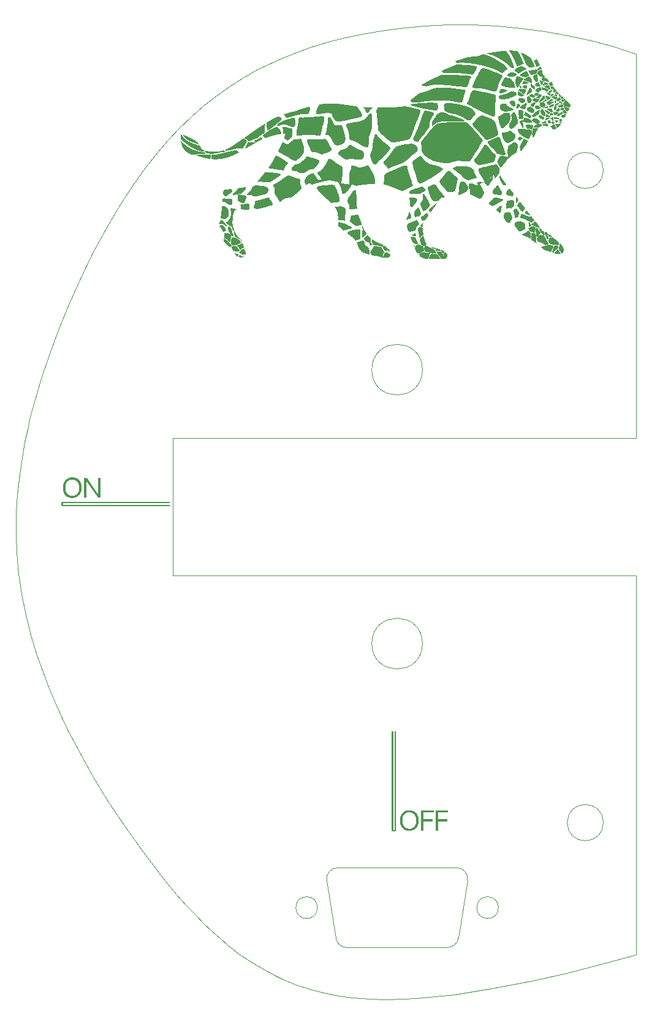
<source format=gbr>
G04 #@! TF.FileFunction,Legend,Top*
%FSLAX46Y46*%
G04 Gerber Fmt 4.6, Leading zero omitted, Abs format (unit mm)*
G04 Created by KiCad (PCBNEW 4.0.7) date Sat May 19 14:31:45 2018*
%MOMM*%
%LPD*%
G01*
G04 APERTURE LIST*
%ADD10C,0.100000*%
G04 APERTURE END LIST*
D10*
X150544997Y-156969045D02*
G75*
G02X152026367Y-155233373I1481370J235672D01*
G01*
X150544983Y-156969045D02*
X151817719Y-164969045D01*
X153299088Y-166233372D02*
G75*
G02X151817718Y-164969045I0J1499999D01*
G01*
X167238632Y-166233373D02*
X153299088Y-166233373D01*
X168720002Y-164969045D02*
G75*
G02X167238632Y-166233373I-1481370J235672D01*
G01*
X168720001Y-164969045D02*
X169992737Y-156969045D01*
X168511353Y-155233373D02*
G75*
G02X169992723Y-156969046I0J-1500000D01*
G01*
X152026367Y-155233373D02*
X168511353Y-155233373D01*
X174268860Y-160733373D02*
G75*
G03X174268860Y-160733373I-1500000J0D01*
G01*
X149268860Y-160733373D02*
G75*
G03X149268860Y-160733373I-1500000J0D01*
G01*
X163768860Y-124299574D02*
G75*
G03X163768860Y-124299574I-3500000J0D01*
G01*
X163768860Y-86499571D02*
G75*
G03X163768860Y-86499571I-3500000J0D01*
G01*
X188768860Y-149003721D02*
G75*
G03X188768860Y-149003721I-2500000J0D01*
G01*
X188768860Y-59003721D02*
G75*
G03X188768860Y-59003721I-2500000J0D01*
G01*
X193268860Y-95899572D02*
X129268860Y-95899572D01*
X129268860Y-95899572D02*
X129268860Y-114899572D01*
X129268860Y-114899572D02*
X193268860Y-114899572D01*
X193268860Y-114899572D02*
X193268860Y-167228689D01*
X188583923Y-168524893D02*
X193268860Y-167228689D01*
X183724640Y-169742391D02*
X188583923Y-168524893D01*
X178698593Y-170869123D02*
X183724640Y-169742391D01*
X176023071Y-171410169D02*
X178698593Y-170869123D01*
X173311996Y-171911344D02*
X176023071Y-171410169D01*
X170787079Y-172329588D02*
X173311996Y-171911344D01*
X168243286Y-172695921D02*
X170787079Y-172329588D01*
X166467667Y-172913709D02*
X168243286Y-172695921D01*
X164689545Y-173095892D02*
X166467667Y-172913709D01*
X162912216Y-173237272D02*
X164689545Y-173095892D01*
X161139175Y-173332350D02*
X162912216Y-173237272D01*
X158788086Y-173377317D02*
X161139175Y-173332350D01*
X156459900Y-173316488D02*
X158788086Y-173377317D01*
X154163315Y-173136976D02*
X156459900Y-173316488D01*
X152130264Y-172864195D02*
X154163315Y-173136976D01*
X150135040Y-172478346D02*
X152130264Y-172864195D01*
X148182495Y-171973539D02*
X150135040Y-172478346D01*
X146276611Y-171345747D02*
X148182495Y-171973539D01*
X144420303Y-170593137D02*
X146276611Y-171345747D01*
X143429001Y-170130003D02*
X144420303Y-170593137D01*
X142453079Y-169630354D02*
X143429001Y-170130003D01*
X140547241Y-168524488D02*
X142453079Y-169630354D01*
X138701569Y-167283483D02*
X140547241Y-168524488D01*
X136913635Y-165917806D02*
X138701569Y-167283483D01*
X135771667Y-164960909D02*
X136913635Y-165917806D01*
X134652191Y-163959329D02*
X135771667Y-164960909D01*
X133516815Y-162880255D02*
X134652191Y-163959329D01*
X132403397Y-161761450D02*
X133516815Y-162880255D01*
X131085098Y-160361143D02*
X132403397Y-161761450D01*
X129796265Y-158914961D02*
X131085098Y-160361143D01*
X128535461Y-157428278D02*
X129796265Y-158914961D01*
X127302521Y-155907007D02*
X128535461Y-157428278D01*
X124919678Y-152780298D02*
X127302521Y-155907007D01*
X122648010Y-149567617D02*
X124919678Y-152780298D01*
X120492195Y-146295187D02*
X122648010Y-149567617D01*
X118460114Y-142982893D02*
X120492195Y-146295187D01*
X116562202Y-139645033D02*
X118460114Y-142982893D01*
X114810722Y-136291013D02*
X116562202Y-139645033D01*
X113971321Y-134561682D02*
X114810722Y-136291013D01*
X113176079Y-132829878D02*
X113971321Y-134561682D01*
X112187698Y-130517210D02*
X113176079Y-132829878D01*
X111285576Y-128200254D02*
X112187698Y-130517210D01*
X110473976Y-125878370D02*
X111285576Y-128200254D01*
X109625099Y-123084234D02*
X110473976Y-125878370D01*
X108918404Y-120279463D02*
X109625099Y-123084234D01*
X108358963Y-117461691D02*
X108918404Y-120279463D01*
X107950539Y-114628614D02*
X108358963Y-117461691D01*
X107695343Y-111778257D02*
X107950539Y-114628614D01*
X107595497Y-109081098D02*
X107695343Y-111778257D01*
X107630173Y-106366949D02*
X107595497Y-109081098D01*
X107796638Y-103636030D02*
X107630173Y-106366949D01*
X108091011Y-100889242D02*
X107796638Y-103636030D01*
X108508408Y-98128164D02*
X108091011Y-100889242D01*
X108820091Y-96442701D02*
X108508408Y-98128164D01*
X109173836Y-94753423D02*
X108820091Y-96442701D01*
X109591118Y-92967756D02*
X109173836Y-94753423D01*
X110051926Y-91179617D02*
X109591118Y-92967756D01*
X111067932Y-87693823D02*
X110051926Y-91179617D01*
X112229897Y-84212179D02*
X111067932Y-87693823D01*
X113525948Y-80745619D02*
X112229897Y-84212179D01*
X114945648Y-77306745D02*
X113525948Y-80745619D01*
X116480659Y-73909788D02*
X114945648Y-77306745D01*
X118125443Y-70570631D02*
X116480659Y-73909788D01*
X119877930Y-67306806D02*
X118125443Y-70570631D01*
X121740219Y-64137464D02*
X119877930Y-67306806D01*
X123441864Y-61492567D02*
X121740219Y-64137464D01*
X125237801Y-58947782D02*
X123441864Y-61492567D01*
X126173935Y-57717451D02*
X125237801Y-58947782D01*
X127137131Y-56517545D02*
X126173935Y-57717451D01*
X128635284Y-54778532D02*
X127137131Y-56517545D01*
X130200821Y-53117460D02*
X128635284Y-54778532D01*
X131837036Y-51539411D02*
X130200821Y-53117460D01*
X133546295Y-50048826D02*
X131837036Y-51539411D01*
X135263489Y-48698789D02*
X133546295Y-50048826D01*
X137049576Y-47435835D02*
X135263489Y-48698789D01*
X138903290Y-46261732D02*
X137049576Y-47435835D01*
X140822342Y-45177519D02*
X138903290Y-46261732D01*
X142803528Y-44183607D02*
X140822342Y-45177519D01*
X144071579Y-43608244D02*
X142803528Y-44183607D01*
X145361221Y-43067991D02*
X144071579Y-43608244D01*
X148000351Y-42091917D02*
X145361221Y-43067991D01*
X150710266Y-41253080D02*
X148000351Y-42091917D01*
X153130386Y-40629179D02*
X150710266Y-41253080D01*
X155587616Y-40105406D02*
X153130386Y-40629179D01*
X158073578Y-39678999D02*
X155587616Y-40105406D01*
X160579880Y-39346998D02*
X158073578Y-39678999D01*
X162257996Y-39176634D02*
X160579880Y-39346998D01*
X163939148Y-39045988D02*
X162257996Y-39176634D01*
X167301712Y-38900511D02*
X163939148Y-39045988D01*
X170651138Y-38904081D02*
X167301712Y-38900511D01*
X174027466Y-39054777D02*
X170651138Y-38904081D01*
X177364868Y-39349302D02*
X174027466Y-39054777D01*
X180655350Y-39784437D02*
X177364868Y-39349302D01*
X183893524Y-40358030D02*
X180655350Y-39784437D01*
X187076126Y-41068769D02*
X183893524Y-40358030D01*
X190201462Y-41915968D02*
X187076126Y-41068769D01*
X193268860Y-42899366D02*
X190201462Y-41915968D01*
X193268860Y-95899572D02*
X193268860Y-42899366D01*
G36*
X137439837Y-69512221D02*
X137451824Y-69494490D01*
X137465829Y-69478439D01*
X137481685Y-69464013D01*
X137499221Y-69451158D01*
X137518268Y-69439821D01*
X137538658Y-69429945D01*
X137560221Y-69421479D01*
X137582787Y-69414366D01*
X137606188Y-69408553D01*
X137630254Y-69403986D01*
X137654816Y-69400609D01*
X137679705Y-69398370D01*
X137704752Y-69397213D01*
X137729787Y-69397085D01*
X137754642Y-69397931D01*
X137779146Y-69399696D01*
X137803132Y-69402327D01*
X137826429Y-69405769D01*
X137848868Y-69409968D01*
X137870280Y-69414870D01*
X137890497Y-69420420D01*
X137918539Y-69429863D01*
X137945911Y-69440954D01*
X137972485Y-69453399D01*
X137998131Y-69466902D01*
X138022721Y-69481167D01*
X138046124Y-69495900D01*
X138068213Y-69510806D01*
X138088857Y-69525589D01*
X138107928Y-69539954D01*
X138125297Y-69553606D01*
X138140835Y-69566250D01*
X138154412Y-69577590D01*
X138165900Y-69587331D01*
X138185074Y-69604077D01*
X138201771Y-69619495D01*
X138216318Y-69633814D01*
X138229040Y-69647260D01*
X138240261Y-69660061D01*
X138250307Y-69672445D01*
X138259502Y-69684639D01*
X138268173Y-69696872D01*
X138276645Y-69709370D01*
X138285241Y-69722362D01*
X138294289Y-69736075D01*
X138304112Y-69750737D01*
X138315036Y-69766575D01*
X138327386Y-69783817D01*
X138341488Y-69802690D01*
X138357666Y-69823423D01*
X138376246Y-69846243D01*
X138397553Y-69871377D01*
X138421912Y-69899053D01*
X138449649Y-69929499D01*
X138465293Y-69946647D01*
X138480797Y-69965717D01*
X138494320Y-69987063D01*
X138504024Y-70011037D01*
X138508067Y-70037991D01*
X138505096Y-70065598D01*
X138496046Y-70091247D01*
X138482450Y-70114708D01*
X138465840Y-70135749D01*
X138447750Y-70154139D01*
X138429711Y-70169645D01*
X138413256Y-70182038D01*
X138399918Y-70191086D01*
X138391230Y-70196556D01*
X138382975Y-70201369D01*
X138372380Y-70206775D01*
X138359269Y-70212448D01*
X138343468Y-70218062D01*
X138324801Y-70223289D01*
X138303092Y-70227802D01*
X138278166Y-70231275D01*
X138249847Y-70233381D01*
X138217960Y-70233792D01*
X138182330Y-70232183D01*
X138142780Y-70228225D01*
X138099135Y-70221593D01*
X138082100Y-70218563D01*
X138064025Y-70215259D01*
X138044987Y-70211602D01*
X138025060Y-70207515D01*
X138004320Y-70202918D01*
X137982843Y-70197733D01*
X137960703Y-70191883D01*
X137937977Y-70185289D01*
X137914739Y-70177873D01*
X137891065Y-70169556D01*
X137867031Y-70160260D01*
X137842711Y-70149908D01*
X137818182Y-70138420D01*
X137793518Y-70125719D01*
X137768795Y-70111727D01*
X137744088Y-70096364D01*
X137719473Y-70079553D01*
X137695026Y-70061216D01*
X137670820Y-70041274D01*
X137646933Y-70019649D01*
X137623439Y-69996263D01*
X137619919Y-69992553D01*
X137614048Y-69986204D01*
X137606097Y-69977381D01*
X137596338Y-69966250D01*
X137585042Y-69952975D01*
X137572481Y-69937719D01*
X137558927Y-69920649D01*
X137544652Y-69901928D01*
X137529927Y-69881721D01*
X137515024Y-69860192D01*
X137500215Y-69837507D01*
X137485771Y-69813830D01*
X137471964Y-69789325D01*
X137459066Y-69764156D01*
X137447348Y-69738490D01*
X137437082Y-69712490D01*
X137428541Y-69686320D01*
X137421994Y-69660146D01*
X137417715Y-69634132D01*
X137415975Y-69608442D01*
X137417045Y-69583242D01*
X137421198Y-69558695D01*
X137428705Y-69534967D01*
X137439837Y-69512221D01*
X137439837Y-69512221D01*
G37*
G36*
X138028492Y-69286892D02*
X138049242Y-69282459D01*
X138070466Y-69277619D01*
X138092140Y-69272338D01*
X138114238Y-69266589D01*
X138136733Y-69260339D01*
X138159602Y-69253558D01*
X138182817Y-69246217D01*
X138206353Y-69238284D01*
X138230186Y-69229730D01*
X138254288Y-69220523D01*
X138278636Y-69210633D01*
X138303202Y-69200031D01*
X138327962Y-69188684D01*
X138352890Y-69176564D01*
X138377960Y-69163640D01*
X138403147Y-69149880D01*
X138428425Y-69135256D01*
X138453768Y-69119736D01*
X138479152Y-69103289D01*
X138508623Y-69083604D01*
X138535353Y-69065512D01*
X138559402Y-69048731D01*
X138580834Y-69032982D01*
X138599709Y-69017984D01*
X138616090Y-69003456D01*
X138630039Y-68989116D01*
X138641618Y-68974685D01*
X138650889Y-68959881D01*
X138657913Y-68944424D01*
X138662754Y-68928033D01*
X138665705Y-68908422D01*
X138665952Y-68888630D01*
X138663644Y-68868697D01*
X138658927Y-68848662D01*
X138651949Y-68828566D01*
X138642857Y-68808447D01*
X138631798Y-68788347D01*
X138618921Y-68768304D01*
X138604372Y-68748359D01*
X138588299Y-68728551D01*
X138570849Y-68708920D01*
X138552170Y-68689505D01*
X138532409Y-68670347D01*
X138511713Y-68651485D01*
X138490230Y-68632959D01*
X138468108Y-68614808D01*
X138445493Y-68597073D01*
X138422533Y-68579794D01*
X138399376Y-68563009D01*
X138376168Y-68546759D01*
X138353058Y-68531084D01*
X138330193Y-68516022D01*
X138307720Y-68501615D01*
X138285786Y-68487902D01*
X138264539Y-68474922D01*
X138244127Y-68462716D01*
X138224696Y-68451322D01*
X138206395Y-68440782D01*
X138189370Y-68431134D01*
X138173769Y-68422418D01*
X138159740Y-68414675D01*
X138147429Y-68407943D01*
X138136984Y-68402263D01*
X138112349Y-68388915D01*
X138087646Y-68375583D01*
X138062896Y-68362333D01*
X138038122Y-68349232D01*
X138013347Y-68336345D01*
X137988592Y-68323741D01*
X137963880Y-68311483D01*
X137939233Y-68299641D01*
X137914674Y-68288279D01*
X137890225Y-68277464D01*
X137865908Y-68267262D01*
X137841746Y-68257740D01*
X137817760Y-68248965D01*
X137793974Y-68241002D01*
X137770409Y-68233919D01*
X137747088Y-68227780D01*
X137724033Y-68222654D01*
X137701267Y-68218606D01*
X137678811Y-68215703D01*
X137656688Y-68214011D01*
X137634921Y-68213596D01*
X137613532Y-68214526D01*
X137592542Y-68216866D01*
X137571975Y-68220682D01*
X137551853Y-68226042D01*
X137532197Y-68233011D01*
X137513031Y-68241656D01*
X137494377Y-68252043D01*
X137474747Y-68265381D01*
X137456784Y-68280197D01*
X137440397Y-68296390D01*
X137425496Y-68313860D01*
X137411992Y-68332507D01*
X137399794Y-68352231D01*
X137388813Y-68372931D01*
X137378958Y-68394506D01*
X137370138Y-68416858D01*
X137362265Y-68439885D01*
X137355248Y-68463487D01*
X137348997Y-68487564D01*
X137343421Y-68512015D01*
X137338432Y-68536741D01*
X137333938Y-68561641D01*
X137329850Y-68586615D01*
X137326078Y-68611562D01*
X137322531Y-68636382D01*
X137319120Y-68660975D01*
X137317094Y-68675737D01*
X137314914Y-68692049D01*
X137312656Y-68709796D01*
X137310397Y-68728865D01*
X137308211Y-68749143D01*
X137306174Y-68770514D01*
X137304363Y-68792865D01*
X137302854Y-68816083D01*
X137301721Y-68840053D01*
X137301041Y-68864661D01*
X137300890Y-68889793D01*
X137301343Y-68915337D01*
X137302476Y-68941176D01*
X137304365Y-68967199D01*
X137307087Y-68993290D01*
X137310715Y-69019335D01*
X137315328Y-69045222D01*
X137320999Y-69070836D01*
X137327806Y-69096063D01*
X137335823Y-69120788D01*
X137345127Y-69144899D01*
X137355794Y-69168282D01*
X137367898Y-69190821D01*
X137381517Y-69212404D01*
X137396726Y-69232917D01*
X137413600Y-69252245D01*
X137432216Y-69270274D01*
X137452649Y-69286892D01*
X137468559Y-69297907D01*
X137484870Y-69307646D01*
X137501624Y-69316154D01*
X137518862Y-69323473D01*
X137536624Y-69329646D01*
X137554952Y-69334718D01*
X137573887Y-69338730D01*
X137593470Y-69341727D01*
X137613742Y-69343752D01*
X137634745Y-69344848D01*
X137656519Y-69345058D01*
X137679106Y-69344426D01*
X137702546Y-69342994D01*
X137726881Y-69340807D01*
X137752152Y-69337908D01*
X137778400Y-69334339D01*
X137805666Y-69330144D01*
X137833992Y-69325367D01*
X137863418Y-69320050D01*
X137893985Y-69314237D01*
X137925735Y-69307972D01*
X137958709Y-69301297D01*
X137992947Y-69294256D01*
X138028492Y-69286892D01*
X138028492Y-69286892D01*
G37*
G36*
X137087167Y-67560731D02*
X137090547Y-67567839D01*
X137095718Y-67578625D01*
X137102555Y-67592723D01*
X137110936Y-67609771D01*
X137120736Y-67629404D01*
X137131834Y-67651257D01*
X137144105Y-67674966D01*
X137157425Y-67700168D01*
X137171672Y-67726496D01*
X137186722Y-67753589D01*
X137202451Y-67781080D01*
X137218736Y-67808606D01*
X137235454Y-67835803D01*
X137252481Y-67862306D01*
X137269694Y-67887751D01*
X137286969Y-67911773D01*
X137304183Y-67934009D01*
X137321213Y-67954094D01*
X137337935Y-67971664D01*
X137354225Y-67986354D01*
X137364465Y-67994730D01*
X137387318Y-68013428D01*
X137414231Y-68035449D01*
X137436652Y-68053794D01*
X137446026Y-68061464D01*
X137453582Y-68061881D01*
X137473366Y-68062714D01*
X137501057Y-68063339D01*
X137532331Y-68063131D01*
X137562864Y-68061464D01*
X137587513Y-68059120D01*
X137613194Y-68055839D01*
X137638416Y-68050941D01*
X137661685Y-68043745D01*
X137681508Y-68033570D01*
X137696393Y-68019737D01*
X137701971Y-68010278D01*
X137705237Y-67999883D01*
X137706330Y-67988508D01*
X137705388Y-67976114D01*
X137702550Y-67962658D01*
X137697956Y-67948098D01*
X137691744Y-67932394D01*
X137684054Y-67915503D01*
X137675024Y-67897385D01*
X137664793Y-67877997D01*
X137653502Y-67857298D01*
X137641288Y-67835247D01*
X137628290Y-67811802D01*
X137614648Y-67786922D01*
X137600501Y-67760564D01*
X137585987Y-67732688D01*
X137571247Y-67703252D01*
X137556417Y-67672215D01*
X137541639Y-67639534D01*
X137527050Y-67605168D01*
X137512791Y-67569077D01*
X137507821Y-67555456D01*
X137502726Y-67540344D01*
X137497424Y-67523527D01*
X137491832Y-67504793D01*
X137485868Y-67483927D01*
X137479451Y-67460715D01*
X137472498Y-67434946D01*
X137464926Y-67406405D01*
X137456654Y-67374880D01*
X137447600Y-67340155D01*
X137437681Y-67302019D01*
X137427816Y-67263640D01*
X137418643Y-67227304D01*
X137410066Y-67192923D01*
X137401984Y-67160411D01*
X137394302Y-67129682D01*
X137386920Y-67100648D01*
X137379741Y-67073223D01*
X137372668Y-67047320D01*
X137365601Y-67022852D01*
X137358444Y-66999733D01*
X137351098Y-66977876D01*
X137343466Y-66957194D01*
X137335449Y-66937601D01*
X137326951Y-66919009D01*
X137317872Y-66901333D01*
X137308115Y-66884484D01*
X137297582Y-66868378D01*
X137286175Y-66852926D01*
X137273796Y-66838042D01*
X137260348Y-66823640D01*
X137245733Y-66809632D01*
X137218823Y-66787402D01*
X137193916Y-66770750D01*
X137171324Y-66758824D01*
X137151358Y-66750770D01*
X137134329Y-66745736D01*
X137120550Y-66742868D01*
X137090136Y-66739994D01*
X137061126Y-66741376D01*
X137033788Y-66746214D01*
X137008393Y-66753707D01*
X136985210Y-66763055D01*
X136964508Y-66773460D01*
X136946558Y-66784119D01*
X136931629Y-66794234D01*
X136919990Y-66803005D01*
X136911911Y-66809632D01*
X136897538Y-66820085D01*
X136890681Y-66821386D01*
X136889471Y-66816294D01*
X136892040Y-66807571D01*
X136896522Y-66797974D01*
X136901048Y-66790263D01*
X136903751Y-66787198D01*
X136902764Y-66791539D01*
X136898046Y-66804896D01*
X136893949Y-66818837D01*
X136890478Y-66833373D01*
X136887639Y-66848513D01*
X136885437Y-66864268D01*
X136883877Y-66880649D01*
X136882966Y-66897666D01*
X136882709Y-66915330D01*
X136883111Y-66933652D01*
X136884178Y-66952642D01*
X136885916Y-66972310D01*
X136888330Y-66992667D01*
X136891426Y-67013723D01*
X136895209Y-67035490D01*
X136899685Y-67057978D01*
X136904859Y-67081196D01*
X136910737Y-67105156D01*
X136917325Y-67129869D01*
X136924628Y-67155344D01*
X136932651Y-67181593D01*
X136941401Y-67208625D01*
X136950882Y-67236452D01*
X136961101Y-67265084D01*
X136972062Y-67294531D01*
X136983773Y-67324805D01*
X136996237Y-67355915D01*
X137009460Y-67387871D01*
X137023449Y-67420686D01*
X137038209Y-67454369D01*
X137053745Y-67488930D01*
X137070062Y-67524381D01*
X137087167Y-67560731D01*
X137087167Y-67560731D01*
G37*
G36*
X139533068Y-62371101D02*
X139540138Y-62382154D01*
X139549125Y-62391449D01*
X139559955Y-62399119D01*
X139572555Y-62405293D01*
X139586851Y-62410101D01*
X139602771Y-62413674D01*
X139620241Y-62416144D01*
X139639188Y-62417639D01*
X139659537Y-62418291D01*
X139681217Y-62418229D01*
X139704153Y-62417585D01*
X139728272Y-62416489D01*
X139753501Y-62415071D01*
X139779766Y-62413462D01*
X139806995Y-62411792D01*
X139835113Y-62410191D01*
X139864048Y-62408791D01*
X139893726Y-62407721D01*
X139924073Y-62407112D01*
X139955017Y-62407095D01*
X139986483Y-62407799D01*
X140018400Y-62409355D01*
X140050692Y-62411895D01*
X140082203Y-62415436D01*
X140111378Y-62419781D01*
X140138405Y-62424870D01*
X140163469Y-62430643D01*
X140186758Y-62437039D01*
X140208456Y-62444000D01*
X140228751Y-62451465D01*
X140247829Y-62459374D01*
X140265877Y-62467667D01*
X140283080Y-62476285D01*
X140299625Y-62485167D01*
X140315698Y-62494255D01*
X140331487Y-62503487D01*
X140347176Y-62512804D01*
X140362952Y-62522147D01*
X140379003Y-62531454D01*
X140395513Y-62540668D01*
X140412670Y-62549726D01*
X140430659Y-62558571D01*
X140449668Y-62567141D01*
X140469882Y-62575377D01*
X140491488Y-62583219D01*
X140514672Y-62590607D01*
X140539621Y-62597482D01*
X140566520Y-62603783D01*
X140595557Y-62609450D01*
X140611596Y-62612122D01*
X140626990Y-62614333D01*
X140641854Y-62616081D01*
X140656304Y-62617362D01*
X140670455Y-62618174D01*
X140684422Y-62618515D01*
X140698320Y-62618381D01*
X140712264Y-62617769D01*
X140726370Y-62616678D01*
X140740752Y-62615103D01*
X140755527Y-62613043D01*
X140770808Y-62610495D01*
X140786711Y-62607455D01*
X140803352Y-62603922D01*
X140820845Y-62599892D01*
X140839306Y-62595362D01*
X140858850Y-62590331D01*
X140879592Y-62584794D01*
X140901648Y-62578750D01*
X140925132Y-62572195D01*
X140950159Y-62565126D01*
X140976846Y-62557542D01*
X141005306Y-62549439D01*
X141035655Y-62540815D01*
X141068009Y-62531666D01*
X141102483Y-62521990D01*
X141139191Y-62511784D01*
X141178249Y-62501046D01*
X141219772Y-62489772D01*
X141263876Y-62477960D01*
X141310675Y-62465607D01*
X141360284Y-62452711D01*
X141412820Y-62439268D01*
X141460606Y-62427225D01*
X141505577Y-62416086D01*
X141547857Y-62405788D01*
X141587574Y-62396269D01*
X141624856Y-62387467D01*
X141659828Y-62379319D01*
X141692618Y-62371763D01*
X141723353Y-62364737D01*
X141752160Y-62358180D01*
X141779165Y-62352028D01*
X141804495Y-62346219D01*
X141828278Y-62340692D01*
X141850640Y-62335384D01*
X141871709Y-62330232D01*
X141891611Y-62325176D01*
X141910472Y-62320152D01*
X141928421Y-62315098D01*
X141945584Y-62309952D01*
X141962087Y-62304653D01*
X141978058Y-62299137D01*
X141993624Y-62293342D01*
X142008911Y-62287207D01*
X142024047Y-62280668D01*
X142039158Y-62273665D01*
X142054371Y-62266134D01*
X142069814Y-62258014D01*
X142085613Y-62249242D01*
X142101895Y-62239756D01*
X142118786Y-62229494D01*
X142155482Y-62205902D01*
X142189958Y-62181965D01*
X142222280Y-62157761D01*
X142252514Y-62133369D01*
X142280727Y-62108869D01*
X142306986Y-62084338D01*
X142331356Y-62059857D01*
X142353904Y-62035504D01*
X142374696Y-62011357D01*
X142393798Y-61987496D01*
X142411277Y-61964000D01*
X142427200Y-61940948D01*
X142441631Y-61918417D01*
X142454638Y-61896489D01*
X142466287Y-61875240D01*
X142476645Y-61854751D01*
X142485777Y-61835100D01*
X142493750Y-61816365D01*
X142500630Y-61798627D01*
X142506483Y-61781963D01*
X142511376Y-61766453D01*
X142515376Y-61752176D01*
X142518548Y-61739210D01*
X142520958Y-61727635D01*
X142522674Y-61717529D01*
X142523761Y-61708971D01*
X142524285Y-61702040D01*
X142524314Y-61696816D01*
X142523913Y-61693376D01*
X142522666Y-61682859D01*
X142517859Y-61656201D01*
X142507088Y-61617331D01*
X142505728Y-61610873D01*
X142501524Y-61593435D01*
X142494294Y-61567926D01*
X142483854Y-61537254D01*
X142470020Y-61504327D01*
X142452608Y-61472052D01*
X142440386Y-61453576D01*
X142427286Y-61436069D01*
X142413244Y-61419453D01*
X142398198Y-61403649D01*
X142382085Y-61388579D01*
X142364842Y-61374164D01*
X142346407Y-61360324D01*
X142326715Y-61346981D01*
X142305705Y-61334057D01*
X142283314Y-61321471D01*
X142259477Y-61309146D01*
X142234134Y-61297003D01*
X142207220Y-61284963D01*
X142178673Y-61272947D01*
X142148430Y-61260876D01*
X142132389Y-61254539D01*
X142115566Y-61247754D01*
X142097941Y-61240587D01*
X142079498Y-61233101D01*
X142060219Y-61225360D01*
X142040086Y-61217428D01*
X142019081Y-61209368D01*
X141997187Y-61201244D01*
X141974387Y-61193121D01*
X141950662Y-61185062D01*
X141925995Y-61177131D01*
X141900368Y-61169391D01*
X141873764Y-61161907D01*
X141846165Y-61154743D01*
X141817554Y-61147962D01*
X141787912Y-61141627D01*
X141757223Y-61135804D01*
X141725467Y-61130555D01*
X141692629Y-61125945D01*
X141664033Y-61122570D01*
X141639467Y-61120300D01*
X141617689Y-61118905D01*
X141597459Y-61118152D01*
X141577536Y-61117809D01*
X141556677Y-61117644D01*
X141533641Y-61117425D01*
X141507186Y-61116921D01*
X141476073Y-61115899D01*
X141439058Y-61114128D01*
X141396259Y-61111422D01*
X141356816Y-61108259D01*
X141320486Y-61104696D01*
X141287030Y-61100788D01*
X141256208Y-61096592D01*
X141227778Y-61092166D01*
X141201500Y-61087566D01*
X141177133Y-61082847D01*
X141154438Y-61078068D01*
X141133173Y-61073285D01*
X141113097Y-61068553D01*
X141093972Y-61063931D01*
X141075554Y-61059473D01*
X141057606Y-61055238D01*
X141039884Y-61051282D01*
X141022150Y-61047661D01*
X141004163Y-61044432D01*
X140985681Y-61041652D01*
X140966465Y-61039376D01*
X140946274Y-61037663D01*
X140924868Y-61036567D01*
X140902005Y-61036147D01*
X140878530Y-61036457D01*
X140854763Y-61037480D01*
X140830746Y-61039217D01*
X140806516Y-61041664D01*
X140782116Y-61044820D01*
X140757583Y-61048685D01*
X140732957Y-61053255D01*
X140708279Y-61058530D01*
X140683589Y-61064507D01*
X140658924Y-61071186D01*
X140634327Y-61078564D01*
X140609835Y-61086640D01*
X140585489Y-61095412D01*
X140561329Y-61104879D01*
X140537394Y-61115038D01*
X140513723Y-61125889D01*
X140490358Y-61137430D01*
X140467337Y-61149658D01*
X140444699Y-61162573D01*
X140422486Y-61176173D01*
X140400736Y-61190455D01*
X140379489Y-61205419D01*
X140358784Y-61221063D01*
X140338663Y-61237385D01*
X140319163Y-61254384D01*
X140300326Y-61272057D01*
X140282190Y-61290403D01*
X140264795Y-61309422D01*
X140248181Y-61329110D01*
X140232491Y-61349407D01*
X140219044Y-61368685D01*
X140207575Y-61387103D01*
X140197820Y-61404819D01*
X140189512Y-61421988D01*
X140182387Y-61438771D01*
X140176180Y-61455324D01*
X140170624Y-61471805D01*
X140165456Y-61488372D01*
X140160410Y-61505183D01*
X140155220Y-61522396D01*
X140149621Y-61540168D01*
X140143348Y-61558658D01*
X140136136Y-61578022D01*
X140127719Y-61598419D01*
X140117833Y-61620007D01*
X140106212Y-61642943D01*
X140092590Y-61667385D01*
X140076703Y-61693492D01*
X140058286Y-61721420D01*
X140037072Y-61751328D01*
X140018447Y-61776710D01*
X140000661Y-61800853D01*
X139983593Y-61823832D01*
X139967119Y-61845720D01*
X139951115Y-61866590D01*
X139935460Y-61886517D01*
X139920029Y-61905575D01*
X139904699Y-61923837D01*
X139889348Y-61941378D01*
X139873852Y-61958270D01*
X139858088Y-61974589D01*
X139841934Y-61990408D01*
X139825265Y-62005800D01*
X139807959Y-62020841D01*
X139789893Y-62035602D01*
X139770943Y-62050160D01*
X139750987Y-62064586D01*
X139731069Y-62078279D01*
X139710638Y-62091927D01*
X139689977Y-62105706D01*
X139669369Y-62119792D01*
X139649099Y-62134359D01*
X139629449Y-62149583D01*
X139610703Y-62165641D01*
X139593143Y-62182708D01*
X139577054Y-62200958D01*
X139562719Y-62220569D01*
X139550420Y-62241715D01*
X139540442Y-62264572D01*
X139533068Y-62289315D01*
X139528420Y-62310591D01*
X139525682Y-62331335D01*
X139526637Y-62351516D01*
X139533068Y-62371101D01*
X139533068Y-62371101D01*
G37*
G36*
X152396558Y-61139612D02*
X152414149Y-61181706D01*
X152430795Y-61222852D01*
X152446531Y-61263057D01*
X152461393Y-61302328D01*
X152475413Y-61340673D01*
X152488628Y-61378098D01*
X152501070Y-61414612D01*
X152512776Y-61450221D01*
X152523780Y-61484933D01*
X152534116Y-61518754D01*
X152543819Y-61551692D01*
X152552924Y-61583754D01*
X152561464Y-61614948D01*
X152569475Y-61645280D01*
X152576991Y-61674759D01*
X152584048Y-61703390D01*
X152590678Y-61731181D01*
X152596918Y-61758140D01*
X152602801Y-61784274D01*
X152608363Y-61809590D01*
X152613637Y-61834095D01*
X152618658Y-61857797D01*
X152623462Y-61880702D01*
X152628082Y-61902818D01*
X152632554Y-61924152D01*
X152636911Y-61944712D01*
X152641188Y-61964504D01*
X152645420Y-61983536D01*
X152649642Y-62001815D01*
X152653888Y-62019348D01*
X152658193Y-62036143D01*
X152662591Y-62052206D01*
X152667117Y-62067545D01*
X152671805Y-62082168D01*
X152676691Y-62096081D01*
X152681808Y-62109291D01*
X152687192Y-62121806D01*
X152692876Y-62133634D01*
X152698895Y-62144780D01*
X152705285Y-62155254D01*
X152712080Y-62165060D01*
X152719313Y-62174208D01*
X152727021Y-62182704D01*
X152735236Y-62190556D01*
X152743995Y-62197770D01*
X152753331Y-62204354D01*
X152763280Y-62210315D01*
X152773875Y-62215661D01*
X152785152Y-62220398D01*
X152797144Y-62224534D01*
X152811836Y-62228458D01*
X152826807Y-62231225D01*
X152842050Y-62232860D01*
X152857553Y-62233387D01*
X152873308Y-62232831D01*
X152889304Y-62231218D01*
X152905532Y-62228572D01*
X152921981Y-62224919D01*
X152938643Y-62220283D01*
X152955506Y-62214690D01*
X152972562Y-62208164D01*
X152989801Y-62200730D01*
X153007212Y-62192415D01*
X153024787Y-62183241D01*
X153042514Y-62173235D01*
X153060385Y-62162422D01*
X153078390Y-62150826D01*
X153096518Y-62138473D01*
X153114760Y-62125387D01*
X153133107Y-62111594D01*
X153151548Y-62097119D01*
X153170073Y-62081986D01*
X153188674Y-62066221D01*
X153207339Y-62049848D01*
X153226059Y-62032893D01*
X153244825Y-62015381D01*
X153263626Y-61997336D01*
X153282454Y-61978784D01*
X153301297Y-61959749D01*
X153320146Y-61940258D01*
X153338992Y-61920334D01*
X153357824Y-61900002D01*
X153376633Y-61879288D01*
X153395409Y-61858218D01*
X153414143Y-61836814D01*
X153432823Y-61815104D01*
X153451442Y-61793111D01*
X153469988Y-61770861D01*
X153488452Y-61748379D01*
X153506824Y-61725690D01*
X153525095Y-61702818D01*
X153543254Y-61679789D01*
X153561292Y-61656628D01*
X153579199Y-61633360D01*
X153596965Y-61610010D01*
X153614581Y-61586602D01*
X153632036Y-61563162D01*
X153649321Y-61539716D01*
X153666426Y-61516287D01*
X153683341Y-61492901D01*
X153700057Y-61469582D01*
X153716563Y-61446357D01*
X153732850Y-61423250D01*
X153748907Y-61400285D01*
X153764727Y-61377489D01*
X153780297Y-61354885D01*
X153795609Y-61332500D01*
X153810653Y-61310357D01*
X153825419Y-61288482D01*
X153839897Y-61266901D01*
X153854077Y-61245637D01*
X153867951Y-61224716D01*
X153881506Y-61204164D01*
X153894735Y-61184004D01*
X153907627Y-61164262D01*
X153920173Y-61144964D01*
X153932362Y-61126133D01*
X153944185Y-61107796D01*
X153955631Y-61089977D01*
X153966692Y-61072700D01*
X153977358Y-61055992D01*
X153987618Y-61039877D01*
X153997463Y-61024380D01*
X154006882Y-61009526D01*
X154015867Y-60995340D01*
X154024408Y-60981848D01*
X154034422Y-60965624D01*
X154008766Y-60964540D01*
X153983104Y-60963335D01*
X153957438Y-60962011D01*
X153931767Y-60960568D01*
X153906091Y-60959008D01*
X153880411Y-60957332D01*
X153854727Y-60955541D01*
X153829039Y-60953637D01*
X153803347Y-60951620D01*
X153777651Y-60949492D01*
X153751952Y-60947254D01*
X153726250Y-60944907D01*
X153700544Y-60942452D01*
X153674836Y-60939891D01*
X153649124Y-60937224D01*
X153623411Y-60934454D01*
X153597694Y-60931581D01*
X153571975Y-60928605D01*
X153546254Y-60925530D01*
X153520532Y-60922355D01*
X153494807Y-60919082D01*
X153469081Y-60915711D01*
X153443353Y-60912245D01*
X153417624Y-60908685D01*
X153391894Y-60905031D01*
X153366163Y-60901285D01*
X153340431Y-60897448D01*
X153314699Y-60893521D01*
X153288966Y-60889505D01*
X153263233Y-60885402D01*
X153237500Y-60881212D01*
X153211767Y-60876938D01*
X153186034Y-60872579D01*
X153160302Y-60868138D01*
X153134570Y-60863616D01*
X153108839Y-60859013D01*
X153083109Y-60854330D01*
X153057380Y-60849570D01*
X153031652Y-60844733D01*
X153005926Y-60839821D01*
X152980201Y-60834834D01*
X152954478Y-60829774D01*
X152928757Y-60824642D01*
X152903038Y-60819439D01*
X152877322Y-60814167D01*
X152851607Y-60808826D01*
X152825896Y-60803417D01*
X152800187Y-60797943D01*
X152774482Y-60792404D01*
X152748779Y-60786801D01*
X152723080Y-60781135D01*
X152697384Y-60775409D01*
X152671692Y-60769622D01*
X152646003Y-60763776D01*
X152620319Y-60757872D01*
X152594639Y-60751912D01*
X152568963Y-60745896D01*
X152543292Y-60739827D01*
X152517625Y-60733704D01*
X152491963Y-60727529D01*
X152466306Y-60721304D01*
X152440655Y-60715030D01*
X152415008Y-60708707D01*
X152389368Y-60702337D01*
X152363733Y-60695921D01*
X152338103Y-60689460D01*
X152312480Y-60682956D01*
X152286863Y-60676410D01*
X152261252Y-60669823D01*
X152235648Y-60663195D01*
X152210051Y-60656529D01*
X152184460Y-60649825D01*
X152158877Y-60643085D01*
X152168166Y-60661643D01*
X152177732Y-60680640D01*
X152187564Y-60700087D01*
X152197650Y-60719996D01*
X152207977Y-60740377D01*
X152218535Y-60761242D01*
X152229311Y-60782601D01*
X152240294Y-60804464D01*
X152251472Y-60826844D01*
X152262833Y-60849751D01*
X152274366Y-60873195D01*
X152286059Y-60897188D01*
X152297900Y-60921740D01*
X152309878Y-60946863D01*
X152321980Y-60972568D01*
X152334196Y-60998864D01*
X152346513Y-61025764D01*
X152358919Y-61053278D01*
X152371403Y-61081416D01*
X152383953Y-61110191D01*
X152396558Y-61139612D01*
X152396558Y-61139612D01*
G37*
G36*
X149306682Y-60230081D02*
X149289475Y-60215607D01*
X149274687Y-60200590D01*
X149261679Y-60184674D01*
X149249815Y-60167506D01*
X149238458Y-60148729D01*
X149226971Y-60127988D01*
X149214718Y-60104928D01*
X149201060Y-60079193D01*
X149199992Y-60077215D01*
X149196816Y-60071403D01*
X149191574Y-60061940D01*
X149184307Y-60049010D01*
X149175057Y-60032797D01*
X149163865Y-60013484D01*
X149150775Y-59991256D01*
X149135827Y-59966294D01*
X149119063Y-59938784D01*
X149100525Y-59908909D01*
X149080254Y-59876852D01*
X149058293Y-59842797D01*
X149034683Y-59806928D01*
X149027345Y-59796174D01*
X149018769Y-59784117D01*
X149008852Y-59770583D01*
X148997490Y-59755397D01*
X148984578Y-59738384D01*
X148970011Y-59719372D01*
X148953686Y-59698185D01*
X148935497Y-59674650D01*
X148915341Y-59648591D01*
X148893112Y-59619835D01*
X148868707Y-59588208D01*
X148833475Y-59542663D01*
X148803253Y-59504073D01*
X148777534Y-59471843D01*
X148755811Y-59445374D01*
X148737577Y-59424070D01*
X148722326Y-59407335D01*
X148709551Y-59394570D01*
X148698745Y-59385180D01*
X148689401Y-59378567D01*
X148681013Y-59374134D01*
X148673073Y-59371284D01*
X148665076Y-59369421D01*
X148656351Y-59368811D01*
X148644921Y-59369808D01*
X148630668Y-59372388D01*
X148613475Y-59376530D01*
X148593227Y-59382210D01*
X148569806Y-59389406D01*
X148543096Y-59398095D01*
X148512979Y-59408255D01*
X148479339Y-59419864D01*
X148442059Y-59432898D01*
X148401023Y-59447335D01*
X148367129Y-59459085D01*
X148339767Y-59468380D01*
X148318289Y-59475826D01*
X148302047Y-59482029D01*
X148290394Y-59487594D01*
X148243810Y-59514145D01*
X148204752Y-59536266D01*
X148172494Y-59554404D01*
X148146311Y-59569002D01*
X148125478Y-59580508D01*
X148109270Y-59589365D01*
X148096961Y-59596019D01*
X148087826Y-59600916D01*
X148081139Y-59604500D01*
X148076177Y-59607217D01*
X148072212Y-59609512D01*
X148068520Y-59611831D01*
X148064377Y-59614618D01*
X148059055Y-59618319D01*
X148038658Y-59632788D01*
X148020404Y-59646082D01*
X148003842Y-59658505D01*
X147988521Y-59670364D01*
X147973989Y-59681963D01*
X147959795Y-59693609D01*
X147945488Y-59705608D01*
X147930617Y-59718265D01*
X147914731Y-59731886D01*
X147897377Y-59746776D01*
X147878106Y-59763242D01*
X147856465Y-59781589D01*
X147832004Y-59802123D01*
X147804271Y-59825149D01*
X147772815Y-59850973D01*
X147737184Y-59879902D01*
X147722339Y-59893322D01*
X147707148Y-59909700D01*
X147691714Y-59928722D01*
X147676136Y-59950072D01*
X147660514Y-59973435D01*
X147644950Y-59998494D01*
X147629544Y-60024935D01*
X147614396Y-60052442D01*
X147599607Y-60080700D01*
X147585278Y-60109392D01*
X147571508Y-60138205D01*
X147558399Y-60166821D01*
X147546051Y-60194927D01*
X147534565Y-60222206D01*
X147524040Y-60248342D01*
X147514578Y-60273022D01*
X147506279Y-60295928D01*
X147499244Y-60316745D01*
X147493573Y-60335159D01*
X147489366Y-60350854D01*
X147486725Y-60363514D01*
X147485749Y-60372823D01*
X147485655Y-60391760D01*
X147485967Y-60411391D01*
X147486701Y-60431678D01*
X147487872Y-60452583D01*
X147489495Y-60474070D01*
X147491585Y-60496099D01*
X147494156Y-60518634D01*
X147497225Y-60541637D01*
X147500807Y-60565070D01*
X147504915Y-60588896D01*
X147509565Y-60613076D01*
X147514772Y-60637573D01*
X147520551Y-60662349D01*
X147526918Y-60687367D01*
X147533887Y-60712589D01*
X147541473Y-60737976D01*
X147549691Y-60763493D01*
X147558556Y-60789100D01*
X147568083Y-60814760D01*
X147578288Y-60840436D01*
X147589185Y-60866089D01*
X147600789Y-60891682D01*
X147613116Y-60917177D01*
X147626180Y-60942537D01*
X147639996Y-60967724D01*
X147654580Y-60992700D01*
X147669946Y-61017428D01*
X147686109Y-61041869D01*
X147707446Y-61025239D01*
X147728870Y-61008807D01*
X147750379Y-60992573D01*
X147771974Y-60976538D01*
X147793654Y-60960701D01*
X147815417Y-60945062D01*
X147837263Y-60929620D01*
X147859193Y-60914376D01*
X147881203Y-60899330D01*
X147903296Y-60884480D01*
X147925468Y-60869827D01*
X147947721Y-60855371D01*
X147970052Y-60841112D01*
X147992462Y-60827049D01*
X148014950Y-60813182D01*
X148037514Y-60799511D01*
X148060156Y-60786036D01*
X148082872Y-60772757D01*
X148105664Y-60759673D01*
X148128530Y-60746784D01*
X148151470Y-60734090D01*
X148174483Y-60721591D01*
X148197567Y-60709287D01*
X148220724Y-60697177D01*
X148243951Y-60685262D01*
X148267249Y-60673540D01*
X148290616Y-60662013D01*
X148314052Y-60650679D01*
X148337556Y-60639539D01*
X148361127Y-60628592D01*
X148384765Y-60617838D01*
X148408470Y-60607277D01*
X148432239Y-60596909D01*
X148456074Y-60586733D01*
X148479972Y-60576750D01*
X148503934Y-60566959D01*
X148527958Y-60557360D01*
X148552045Y-60547953D01*
X148576192Y-60538737D01*
X148600401Y-60529713D01*
X148624669Y-60520880D01*
X148648996Y-60512238D01*
X148673382Y-60503787D01*
X148697826Y-60495527D01*
X148722326Y-60487457D01*
X148746884Y-60479577D01*
X148771497Y-60471888D01*
X148796165Y-60464388D01*
X148820888Y-60457078D01*
X148845664Y-60449958D01*
X148870494Y-60443027D01*
X148895375Y-60436285D01*
X148920309Y-60429732D01*
X148945293Y-60423368D01*
X148970328Y-60417192D01*
X148995412Y-60411205D01*
X149020545Y-60405406D01*
X149045727Y-60399795D01*
X149070956Y-60394372D01*
X149096232Y-60389137D01*
X149121554Y-60384089D01*
X149146922Y-60379228D01*
X149172334Y-60374554D01*
X149197790Y-60370067D01*
X149223290Y-60365767D01*
X149248833Y-60361653D01*
X149274418Y-60357726D01*
X149300044Y-60353985D01*
X149325711Y-60350429D01*
X149351418Y-60347060D01*
X149377164Y-60343876D01*
X149402949Y-60340877D01*
X149428772Y-60338064D01*
X149454632Y-60335435D01*
X149441713Y-60320129D01*
X149427392Y-60305525D01*
X149406409Y-60288327D01*
X149386987Y-60275965D01*
X149368213Y-60266200D01*
X149349178Y-60256791D01*
X149328971Y-60245498D01*
X149306682Y-60230081D01*
X149306682Y-60230081D01*
G37*
G36*
X145049897Y-51967105D02*
X145015911Y-51977759D01*
X144981658Y-51988916D01*
X144947304Y-52000486D01*
X144913013Y-52012378D01*
X144878951Y-52024501D01*
X144845284Y-52036763D01*
X144812176Y-52049075D01*
X144779794Y-52061344D01*
X144748303Y-52073481D01*
X144717867Y-52085394D01*
X144688653Y-52096993D01*
X144660826Y-52108186D01*
X144634551Y-52118882D01*
X144609993Y-52128992D01*
X144587318Y-52138423D01*
X144566692Y-52147085D01*
X144548279Y-52154887D01*
X144532245Y-52161738D01*
X144518756Y-52167547D01*
X144507976Y-52172224D01*
X144500071Y-52175677D01*
X144495207Y-52177815D01*
X144493549Y-52178548D01*
X144440301Y-52201987D01*
X144390045Y-52224350D01*
X144342687Y-52245673D01*
X144298129Y-52265992D01*
X144256277Y-52285346D01*
X144217035Y-52303772D01*
X144180306Y-52321305D01*
X144145994Y-52337984D01*
X144114005Y-52353845D01*
X144084241Y-52368925D01*
X144056608Y-52383261D01*
X144031008Y-52396891D01*
X144007347Y-52409851D01*
X143985529Y-52422178D01*
X143965457Y-52433910D01*
X143947035Y-52445082D01*
X143930169Y-52455733D01*
X143914762Y-52465900D01*
X143900717Y-52475618D01*
X143887940Y-52484926D01*
X143876334Y-52493860D01*
X143865804Y-52502458D01*
X143856253Y-52510756D01*
X143847586Y-52518791D01*
X143839706Y-52526600D01*
X143832519Y-52534221D01*
X143825928Y-52541690D01*
X143819837Y-52549044D01*
X143814150Y-52556321D01*
X143808772Y-52563557D01*
X143803606Y-52570789D01*
X143798337Y-52578396D01*
X143790091Y-52590690D01*
X143779562Y-52607032D01*
X143767444Y-52626784D01*
X143754434Y-52649305D01*
X143741225Y-52673958D01*
X143728513Y-52700103D01*
X143716992Y-52727102D01*
X143707358Y-52754315D01*
X143700305Y-52781103D01*
X143696528Y-52806827D01*
X143696723Y-52830849D01*
X143701583Y-52852529D01*
X143711805Y-52871229D01*
X143719188Y-52879238D01*
X143727658Y-52885653D01*
X143737199Y-52890549D01*
X143747794Y-52894000D01*
X143759427Y-52896079D01*
X143772080Y-52896862D01*
X143785738Y-52896421D01*
X143800384Y-52894832D01*
X143816001Y-52892169D01*
X143832572Y-52888506D01*
X143850081Y-52883916D01*
X143868511Y-52878474D01*
X143887845Y-52872255D01*
X143908068Y-52865332D01*
X143929162Y-52857780D01*
X143951110Y-52849673D01*
X143973897Y-52841085D01*
X143997505Y-52832090D01*
X144021918Y-52822762D01*
X144047119Y-52813176D01*
X144073092Y-52803405D01*
X144099819Y-52793524D01*
X144127285Y-52783608D01*
X144155473Y-52773730D01*
X144184366Y-52763964D01*
X144213947Y-52754384D01*
X144244200Y-52745066D01*
X144275108Y-52736082D01*
X144306655Y-52727508D01*
X144338824Y-52719417D01*
X144371598Y-52711883D01*
X144404961Y-52704981D01*
X144438896Y-52698785D01*
X144473386Y-52693368D01*
X144504416Y-52689274D01*
X144535135Y-52685951D01*
X144565543Y-52683376D01*
X144595643Y-52681526D01*
X144625435Y-52680376D01*
X144654922Y-52679904D01*
X144684105Y-52680086D01*
X144712985Y-52680899D01*
X144741564Y-52682319D01*
X144769843Y-52684323D01*
X144797823Y-52686888D01*
X144825507Y-52689989D01*
X144852896Y-52693604D01*
X144879990Y-52697709D01*
X144906792Y-52702281D01*
X144933304Y-52707295D01*
X144959525Y-52712730D01*
X144985459Y-52718561D01*
X145011106Y-52724765D01*
X145036468Y-52731319D01*
X145061547Y-52738199D01*
X145086344Y-52745381D01*
X145110859Y-52752842D01*
X145135096Y-52760560D01*
X145159055Y-52768509D01*
X145182738Y-52776668D01*
X145206146Y-52785012D01*
X145229281Y-52793518D01*
X145252143Y-52802163D01*
X145274736Y-52810923D01*
X145297060Y-52819774D01*
X145319116Y-52828694D01*
X145340907Y-52837659D01*
X145362432Y-52846645D01*
X145383695Y-52855630D01*
X145404697Y-52864589D01*
X145425438Y-52873499D01*
X145445921Y-52882337D01*
X145466147Y-52891079D01*
X145486117Y-52899702D01*
X145505833Y-52908182D01*
X145525297Y-52916497D01*
X145544509Y-52924621D01*
X145563471Y-52932534D01*
X145582186Y-52940209D01*
X145600653Y-52947625D01*
X145618875Y-52954758D01*
X145636853Y-52961584D01*
X145654589Y-52968081D01*
X145672084Y-52974223D01*
X145689340Y-52979989D01*
X145706357Y-52985355D01*
X145723139Y-52990297D01*
X145739685Y-52994791D01*
X145755997Y-52998815D01*
X145772078Y-53002345D01*
X145787928Y-53005357D01*
X145803548Y-53007829D01*
X145818942Y-53009736D01*
X145834109Y-53011055D01*
X145849051Y-53011763D01*
X145863770Y-53011837D01*
X145878267Y-53011252D01*
X145892544Y-53009986D01*
X145906602Y-53008015D01*
X145920443Y-53005315D01*
X145934068Y-53001864D01*
X145947479Y-52997637D01*
X145960676Y-52992612D01*
X145973663Y-52986764D01*
X145986439Y-52980071D01*
X145999007Y-52972509D01*
X146011367Y-52964055D01*
X146023522Y-52954684D01*
X146039090Y-52941062D01*
X146054543Y-52925751D01*
X146069821Y-52908877D01*
X146084863Y-52890564D01*
X146099609Y-52870936D01*
X146113997Y-52850117D01*
X146127968Y-52828233D01*
X146141460Y-52805407D01*
X146154412Y-52781764D01*
X146166765Y-52757429D01*
X146178457Y-52732526D01*
X146189428Y-52707179D01*
X146199617Y-52681513D01*
X146208963Y-52655652D01*
X146217406Y-52629721D01*
X146224885Y-52603844D01*
X146231339Y-52578145D01*
X146236708Y-52552750D01*
X146240930Y-52527782D01*
X146243946Y-52503367D01*
X146245694Y-52479627D01*
X146246115Y-52456689D01*
X146246797Y-52440243D01*
X146247617Y-52416855D01*
X146246284Y-52388348D01*
X146240507Y-52356542D01*
X146234563Y-52332830D01*
X146229254Y-52308978D01*
X146224486Y-52285005D01*
X146220166Y-52260933D01*
X146216198Y-52236782D01*
X146212491Y-52212573D01*
X146208948Y-52188326D01*
X146205477Y-52164063D01*
X146201985Y-52139803D01*
X146198375Y-52115567D01*
X146194556Y-52091377D01*
X146190433Y-52067252D01*
X146188794Y-52059101D01*
X146186084Y-52047008D01*
X146182276Y-52030821D01*
X146177341Y-52010385D01*
X146171253Y-51985548D01*
X146163985Y-51956156D01*
X146155508Y-51922056D01*
X146145795Y-51883094D01*
X146134819Y-51839118D01*
X146130652Y-51823943D01*
X146123669Y-51805544D01*
X146112530Y-51785856D01*
X146095895Y-51766812D01*
X146080887Y-51755353D01*
X146060760Y-51745089D01*
X146034549Y-51737341D01*
X146001290Y-51733430D01*
X145975259Y-51733302D01*
X145947271Y-51734862D01*
X145917655Y-51737939D01*
X145886744Y-51742359D01*
X145854868Y-51747949D01*
X145822359Y-51754538D01*
X145789548Y-51761953D01*
X145756765Y-51770021D01*
X145724342Y-51778570D01*
X145692610Y-51787426D01*
X145661900Y-51796418D01*
X145632544Y-51805372D01*
X145604872Y-51814117D01*
X145579215Y-51822479D01*
X145555905Y-51830286D01*
X145535273Y-51837366D01*
X145517649Y-51843545D01*
X145503365Y-51848652D01*
X145492753Y-51852513D01*
X145486143Y-51854956D01*
X145483866Y-51855809D01*
X145460324Y-51864520D01*
X145439320Y-51871906D01*
X145420527Y-51878112D01*
X145403618Y-51883286D01*
X145388268Y-51887574D01*
X145374151Y-51891124D01*
X145360940Y-51894081D01*
X145348310Y-51896592D01*
X145335935Y-51898805D01*
X145323489Y-51900865D01*
X145310645Y-51902920D01*
X145297078Y-51905116D01*
X145282462Y-51907599D01*
X145266470Y-51910517D01*
X145248777Y-51914017D01*
X145229056Y-51918244D01*
X145206981Y-51923345D01*
X145182228Y-51929468D01*
X145154468Y-51936759D01*
X145123377Y-51945364D01*
X145088629Y-51955431D01*
X145049897Y-51967105D01*
X145049897Y-51967105D01*
G37*
G36*
X147396112Y-57489282D02*
X147366206Y-57519916D01*
X147339040Y-57547659D01*
X147314385Y-57572739D01*
X147292013Y-57595381D01*
X147271692Y-57615811D01*
X147253195Y-57634254D01*
X147236292Y-57650937D01*
X147220753Y-57666085D01*
X147206349Y-57679924D01*
X147192851Y-57692681D01*
X147180030Y-57704581D01*
X147167655Y-57715849D01*
X147155499Y-57726713D01*
X147143332Y-57737397D01*
X147130923Y-57748128D01*
X147111523Y-57764789D01*
X147092273Y-57781253D01*
X147073086Y-57797525D01*
X147053876Y-57813612D01*
X147034556Y-57829519D01*
X147015039Y-57845253D01*
X146995239Y-57860819D01*
X146975070Y-57876224D01*
X146954445Y-57891472D01*
X146933277Y-57906571D01*
X146911479Y-57921526D01*
X146888966Y-57936344D01*
X146865650Y-57951029D01*
X146841446Y-57965589D01*
X146816266Y-57980029D01*
X146790024Y-57994355D01*
X146755825Y-58011985D01*
X146722021Y-58028362D01*
X146688830Y-58043510D01*
X146656465Y-58057453D01*
X146625144Y-58070216D01*
X146595082Y-58081823D01*
X146566495Y-58092296D01*
X146539599Y-58101662D01*
X146514610Y-58109943D01*
X146491743Y-58117163D01*
X146471215Y-58123348D01*
X146453241Y-58128520D01*
X146438037Y-58132704D01*
X146425818Y-58135924D01*
X146416802Y-58138204D01*
X146411203Y-58139567D01*
X146376394Y-58147425D01*
X146345559Y-58153634D01*
X146318087Y-58158640D01*
X146293366Y-58162891D01*
X146270786Y-58166832D01*
X146249734Y-58170911D01*
X146229600Y-58175575D01*
X146209772Y-58181269D01*
X146189640Y-58188440D01*
X146168591Y-58197536D01*
X146146015Y-58209002D01*
X146132992Y-58216401D01*
X146121089Y-58223979D01*
X146109538Y-58232370D01*
X146097571Y-58242206D01*
X146084422Y-58254119D01*
X146069323Y-58268744D01*
X146051505Y-58286714D01*
X146030203Y-58308660D01*
X146004648Y-58335215D01*
X145974073Y-58367014D01*
X145937710Y-58404689D01*
X145903277Y-58440183D01*
X145872479Y-58471818D01*
X145845073Y-58499967D01*
X145820813Y-58525002D01*
X145799453Y-58547295D01*
X145780750Y-58567220D01*
X145764456Y-58585149D01*
X145750329Y-58601455D01*
X145738122Y-58616511D01*
X145727590Y-58630689D01*
X145718489Y-58644362D01*
X145710572Y-58657902D01*
X145703596Y-58671683D01*
X145697314Y-58686077D01*
X145691483Y-58701457D01*
X145685865Y-58717515D01*
X145679743Y-58736623D01*
X145673860Y-58758308D01*
X145668957Y-58782098D01*
X145665778Y-58807521D01*
X145665064Y-58834105D01*
X145667558Y-58861378D01*
X145674003Y-58888869D01*
X145685140Y-58916104D01*
X145696442Y-58935172D01*
X145709919Y-58952411D01*
X145725576Y-58968043D01*
X145743417Y-58982284D01*
X145763446Y-58995355D01*
X145785666Y-59007475D01*
X145810081Y-59018863D01*
X145836695Y-59029737D01*
X145866773Y-59040638D01*
X145895537Y-59049725D01*
X145923083Y-59057151D01*
X145949504Y-59063066D01*
X145974895Y-59067620D01*
X145999349Y-59070966D01*
X146022961Y-59073253D01*
X146045825Y-59074632D01*
X146068035Y-59075256D01*
X146089684Y-59075274D01*
X146110868Y-59074837D01*
X146131680Y-59074097D01*
X146152214Y-59073203D01*
X146172564Y-59072309D01*
X146192825Y-59071563D01*
X146213090Y-59071118D01*
X146233454Y-59071123D01*
X146254010Y-59071730D01*
X146274853Y-59073091D01*
X146296077Y-59075355D01*
X146317776Y-59078674D01*
X146340044Y-59083198D01*
X146362975Y-59089079D01*
X146386664Y-59096468D01*
X146411203Y-59105515D01*
X146435602Y-59115961D01*
X146456488Y-59126413D01*
X146474414Y-59136897D01*
X146489931Y-59147442D01*
X146503590Y-59158073D01*
X146515944Y-59168819D01*
X146527543Y-59179707D01*
X146538940Y-59190764D01*
X146550686Y-59202018D01*
X146563332Y-59213495D01*
X146577430Y-59225223D01*
X146593532Y-59237229D01*
X146612190Y-59249541D01*
X146633954Y-59262186D01*
X146659377Y-59275190D01*
X146689010Y-59288583D01*
X146718172Y-59300341D01*
X146746930Y-59310669D01*
X146775259Y-59319661D01*
X146803134Y-59327411D01*
X146830530Y-59334015D01*
X146857422Y-59339567D01*
X146883784Y-59344162D01*
X146909591Y-59347894D01*
X146934819Y-59350859D01*
X146959441Y-59353152D01*
X146983434Y-59354866D01*
X147006772Y-59356097D01*
X147029429Y-59356940D01*
X147051381Y-59357489D01*
X147072602Y-59357839D01*
X147093068Y-59358084D01*
X147116135Y-59358338D01*
X147139480Y-59358535D01*
X147163116Y-59358578D01*
X147187058Y-59358370D01*
X147211319Y-59357816D01*
X147235915Y-59356819D01*
X147260860Y-59355283D01*
X147286167Y-59353110D01*
X147311852Y-59350206D01*
X147337928Y-59346472D01*
X147364409Y-59341814D01*
X147391311Y-59336133D01*
X147418646Y-59329335D01*
X147446431Y-59321322D01*
X147474678Y-59311999D01*
X147503402Y-59301268D01*
X147528653Y-59290775D01*
X147553123Y-59279654D01*
X147576904Y-59267949D01*
X147600087Y-59255702D01*
X147622761Y-59242957D01*
X147645018Y-59229755D01*
X147666947Y-59216140D01*
X147688641Y-59202155D01*
X147710189Y-59187842D01*
X147731682Y-59173246D01*
X147753211Y-59158407D01*
X147774866Y-59143370D01*
X147802605Y-59123759D01*
X147826294Y-59106336D01*
X147846774Y-59090722D01*
X147864883Y-59076539D01*
X147881463Y-59063408D01*
X147897353Y-59050951D01*
X147913393Y-59038790D01*
X147930424Y-59026547D01*
X147949284Y-59013843D01*
X147970815Y-59000300D01*
X147995856Y-58985539D01*
X148030100Y-58966687D01*
X148062537Y-58950107D01*
X148092937Y-58935677D01*
X148121071Y-58923274D01*
X148146710Y-58912774D01*
X148169626Y-58904055D01*
X148189588Y-58896993D01*
X148206368Y-58891466D01*
X148219737Y-58887351D01*
X148229465Y-58884524D01*
X148253625Y-58877927D01*
X148276676Y-58872103D01*
X148299148Y-58866978D01*
X148321574Y-58862475D01*
X148344487Y-58858519D01*
X148368420Y-58855034D01*
X148393905Y-58851943D01*
X148419075Y-58849565D01*
X148441670Y-58848035D01*
X148462576Y-58846882D01*
X148482676Y-58845633D01*
X148502854Y-58843816D01*
X148523992Y-58840959D01*
X148546975Y-58836591D01*
X148572687Y-58830240D01*
X148602010Y-58821432D01*
X148627879Y-58812524D01*
X148652946Y-58802889D01*
X148677251Y-58792556D01*
X148700832Y-58781558D01*
X148723728Y-58769924D01*
X148745978Y-58757686D01*
X148767620Y-58744874D01*
X148788694Y-58731518D01*
X148809236Y-58717649D01*
X148829288Y-58703298D01*
X148848886Y-58688496D01*
X148868070Y-58673273D01*
X148886878Y-58657659D01*
X148905350Y-58641686D01*
X148923523Y-58625384D01*
X148941437Y-58608784D01*
X148959130Y-58591917D01*
X148976641Y-58574812D01*
X148994009Y-58557502D01*
X149011272Y-58540015D01*
X149028468Y-58522384D01*
X149045637Y-58504638D01*
X149062818Y-58486809D01*
X149070694Y-58478571D01*
X149080109Y-58468564D01*
X149090957Y-58456805D01*
X149103136Y-58443312D01*
X149116543Y-58428100D01*
X149131073Y-58411187D01*
X149146623Y-58392590D01*
X149163090Y-58372325D01*
X149180369Y-58350409D01*
X149198358Y-58326859D01*
X149216953Y-58301691D01*
X149236050Y-58274924D01*
X149255545Y-58246573D01*
X149275336Y-58216655D01*
X149295318Y-58185187D01*
X149315388Y-58152186D01*
X149334080Y-58120746D01*
X149352122Y-58090292D01*
X149369467Y-58060794D01*
X149386068Y-58032225D01*
X149401879Y-58004553D01*
X149416853Y-57977752D01*
X149430943Y-57951791D01*
X149444102Y-57926642D01*
X149456284Y-57902276D01*
X149467442Y-57878663D01*
X149477529Y-57855775D01*
X149486499Y-57833583D01*
X149494305Y-57812057D01*
X149500900Y-57791169D01*
X149506237Y-57770890D01*
X149510270Y-57751190D01*
X149512952Y-57732040D01*
X149514236Y-57713413D01*
X149514076Y-57695278D01*
X149512424Y-57677606D01*
X149509235Y-57660370D01*
X149504461Y-57643538D01*
X149498055Y-57627084D01*
X149493544Y-57617738D01*
X149488521Y-57609003D01*
X149482803Y-57600775D01*
X149476207Y-57592949D01*
X149468553Y-57585419D01*
X149459657Y-57578080D01*
X149449337Y-57570827D01*
X149437410Y-57563555D01*
X149423696Y-57556159D01*
X149408010Y-57548534D01*
X149390172Y-57540574D01*
X149369999Y-57532175D01*
X149347308Y-57523231D01*
X149321917Y-57513637D01*
X149293644Y-57503289D01*
X149262307Y-57492081D01*
X149227723Y-57479907D01*
X149189710Y-57466664D01*
X149148087Y-57452245D01*
X149102669Y-57436546D01*
X149053276Y-57419461D01*
X148999726Y-57400886D01*
X148961267Y-57387572D01*
X148924687Y-57375010D01*
X148889923Y-57363173D01*
X148856914Y-57352031D01*
X148825601Y-57341556D01*
X148795921Y-57331721D01*
X148767814Y-57322495D01*
X148741218Y-57313851D01*
X148716073Y-57305760D01*
X148692317Y-57298194D01*
X148669890Y-57291124D01*
X148648730Y-57284522D01*
X148628777Y-57278359D01*
X148609969Y-57272607D01*
X148592245Y-57267237D01*
X148575544Y-57262221D01*
X148559806Y-57257530D01*
X148544969Y-57253136D01*
X148530971Y-57249011D01*
X148517753Y-57245125D01*
X148476435Y-57233023D01*
X148436480Y-57221346D01*
X148397866Y-57210103D01*
X148360572Y-57199303D01*
X148324575Y-57188955D01*
X148289853Y-57179070D01*
X148256383Y-57169655D01*
X148224145Y-57160719D01*
X148193114Y-57152273D01*
X148163269Y-57144325D01*
X148134588Y-57136885D01*
X148107049Y-57129961D01*
X148080629Y-57123563D01*
X148055306Y-57117700D01*
X148031058Y-57112380D01*
X148007862Y-57107615D01*
X147985697Y-57103411D01*
X147964540Y-57099779D01*
X147944370Y-57096728D01*
X147925163Y-57094267D01*
X147906897Y-57092405D01*
X147889551Y-57091151D01*
X147873102Y-57090515D01*
X147857527Y-57090505D01*
X147842806Y-57091131D01*
X147828914Y-57092402D01*
X147815831Y-57094327D01*
X147803534Y-57096915D01*
X147792001Y-57100176D01*
X147781209Y-57104118D01*
X147776135Y-57106275D01*
X147771446Y-57108481D01*
X147766907Y-57110948D01*
X147762281Y-57113888D01*
X147757335Y-57117512D01*
X147751832Y-57122033D01*
X147745537Y-57127663D01*
X147738215Y-57134613D01*
X147729631Y-57143096D01*
X147719549Y-57153324D01*
X147707734Y-57165508D01*
X147693951Y-57179861D01*
X147677965Y-57196594D01*
X147659540Y-57215919D01*
X147638441Y-57238049D01*
X147614433Y-57263195D01*
X147587280Y-57291569D01*
X147556747Y-57323383D01*
X147522599Y-57358850D01*
X147484601Y-57398181D01*
X147442517Y-57441587D01*
X147396112Y-57489282D01*
X147396112Y-57489282D01*
G37*
G36*
X152710885Y-59012378D02*
X152715948Y-58958619D01*
X152720692Y-58911627D01*
X152725067Y-58870782D01*
X152729027Y-58835463D01*
X152732524Y-58805050D01*
X152735510Y-58778922D01*
X152737937Y-58756458D01*
X152739757Y-58737037D01*
X152740924Y-58720038D01*
X152741389Y-58704842D01*
X152741104Y-58690826D01*
X152740022Y-58677371D01*
X152738095Y-58663855D01*
X152735275Y-58649657D01*
X152731515Y-58634158D01*
X152726469Y-58616009D01*
X152720944Y-58598545D01*
X152714942Y-58581739D01*
X152708465Y-58565562D01*
X152701514Y-58549987D01*
X152694090Y-58534984D01*
X152686195Y-58520525D01*
X152677829Y-58506583D01*
X152668993Y-58493129D01*
X152659691Y-58480135D01*
X152649922Y-58467572D01*
X152639687Y-58455412D01*
X152628989Y-58443627D01*
X152617829Y-58432189D01*
X152606207Y-58421069D01*
X152594126Y-58410240D01*
X152581585Y-58399672D01*
X152568588Y-58389338D01*
X152555134Y-58379210D01*
X152541226Y-58369259D01*
X152526864Y-58359456D01*
X152512051Y-58349774D01*
X152496786Y-58340185D01*
X152481072Y-58330660D01*
X152464910Y-58321170D01*
X152448301Y-58311688D01*
X152431246Y-58302186D01*
X152413747Y-58292634D01*
X152395805Y-58283006D01*
X152377422Y-58273272D01*
X152358598Y-58263404D01*
X152339335Y-58253374D01*
X152319634Y-58243154D01*
X152299496Y-58232716D01*
X152278924Y-58222031D01*
X152257917Y-58211070D01*
X152236478Y-58199807D01*
X152214608Y-58188212D01*
X152192308Y-58176258D01*
X152169579Y-58163915D01*
X152146422Y-58151156D01*
X152122840Y-58137953D01*
X152098833Y-58124276D01*
X152074402Y-58110099D01*
X152049549Y-58095392D01*
X152024276Y-58080128D01*
X151998582Y-58064278D01*
X151972471Y-58047814D01*
X151945942Y-58030708D01*
X151918998Y-58012930D01*
X151891640Y-57994454D01*
X151863868Y-57975251D01*
X151835685Y-57955293D01*
X151807091Y-57934551D01*
X151778088Y-57912997D01*
X151748677Y-57890603D01*
X151718860Y-57867340D01*
X151688637Y-57843181D01*
X151658010Y-57818097D01*
X151655698Y-57816181D01*
X151650954Y-57812273D01*
X151643898Y-57806498D01*
X151634652Y-57798980D01*
X151623334Y-57789843D01*
X151610066Y-57779211D01*
X151594966Y-57767207D01*
X151578155Y-57753956D01*
X151559753Y-57739583D01*
X151539880Y-57724210D01*
X151518656Y-57707963D01*
X151496201Y-57690965D01*
X151472634Y-57673340D01*
X151448077Y-57655213D01*
X151422649Y-57636706D01*
X151396470Y-57617946D01*
X151369661Y-57599054D01*
X151342340Y-57580157D01*
X151314628Y-57561377D01*
X151286646Y-57542838D01*
X151258513Y-57524666D01*
X151230349Y-57506983D01*
X151202274Y-57489914D01*
X151174409Y-57473583D01*
X151146872Y-57458113D01*
X151119785Y-57443630D01*
X151093268Y-57430257D01*
X151067440Y-57418118D01*
X151042421Y-57407337D01*
X151018332Y-57398039D01*
X150995292Y-57390347D01*
X150973421Y-57384385D01*
X150952840Y-57380278D01*
X150933669Y-57378149D01*
X150916027Y-57378122D01*
X150900034Y-57380323D01*
X150864417Y-57390782D01*
X150835273Y-57402856D01*
X150815592Y-57412826D01*
X150808367Y-57416976D01*
X150784604Y-57435129D01*
X150763529Y-57454356D01*
X150744900Y-57474309D01*
X150728475Y-57494640D01*
X150714012Y-57515003D01*
X150701269Y-57535049D01*
X150690005Y-57554432D01*
X150679979Y-57572804D01*
X150664014Y-57603534D01*
X150651044Y-57630110D01*
X150640468Y-57653370D01*
X150631685Y-57674149D01*
X150624094Y-57693283D01*
X150617095Y-57711608D01*
X150610087Y-57729961D01*
X150602470Y-57749177D01*
X150593642Y-57770092D01*
X150583002Y-57793544D01*
X150569951Y-57820367D01*
X150555219Y-57848740D01*
X150542216Y-57871890D01*
X150530351Y-57891369D01*
X150519031Y-57908730D01*
X150507664Y-57925527D01*
X150495659Y-57943314D01*
X150482423Y-57963643D01*
X150464507Y-57992674D01*
X150450359Y-58016980D01*
X150439742Y-58036115D01*
X150432416Y-58049636D01*
X150407854Y-58094236D01*
X150383449Y-58137615D01*
X150359219Y-58179784D01*
X150335179Y-58220754D01*
X150311345Y-58260538D01*
X150287735Y-58299145D01*
X150264364Y-58336589D01*
X150241249Y-58372881D01*
X150218405Y-58408032D01*
X150195850Y-58442053D01*
X150173599Y-58474957D01*
X150151669Y-58506754D01*
X150130076Y-58537457D01*
X150108836Y-58567077D01*
X150087965Y-58595625D01*
X150067480Y-58623112D01*
X150047398Y-58649552D01*
X150027734Y-58674954D01*
X150008504Y-58699331D01*
X149989725Y-58722694D01*
X149971414Y-58745054D01*
X149953586Y-58766424D01*
X149936257Y-58786814D01*
X149919445Y-58806237D01*
X149903165Y-58824703D01*
X149887434Y-58842225D01*
X149872268Y-58858813D01*
X149857682Y-58874480D01*
X149843694Y-58889236D01*
X149830320Y-58903094D01*
X149817576Y-58916065D01*
X149805478Y-58928161D01*
X149794043Y-58939392D01*
X149783286Y-58949772D01*
X149773224Y-58959310D01*
X149763874Y-58968019D01*
X149755252Y-58975910D01*
X149747373Y-58982995D01*
X149740255Y-58989285D01*
X149733913Y-58994791D01*
X149728364Y-58999526D01*
X149723624Y-59003501D01*
X149719709Y-59006728D01*
X149716636Y-59009217D01*
X149714421Y-59010981D01*
X149713080Y-59012031D01*
X149712629Y-59012378D01*
X149680232Y-59036340D01*
X149649115Y-59057990D01*
X149619270Y-59077507D01*
X149590689Y-59095074D01*
X149563365Y-59110870D01*
X149537290Y-59125077D01*
X149512456Y-59137874D01*
X149488855Y-59149443D01*
X149466479Y-59159965D01*
X149445320Y-59169619D01*
X149425371Y-59178588D01*
X149406623Y-59187051D01*
X149389069Y-59195189D01*
X149372701Y-59203183D01*
X149357511Y-59211214D01*
X149343491Y-59219462D01*
X149330634Y-59228108D01*
X149318931Y-59237333D01*
X149308375Y-59247317D01*
X149298957Y-59258241D01*
X149290671Y-59270287D01*
X149283507Y-59283633D01*
X149277459Y-59298462D01*
X149272518Y-59314955D01*
X149268766Y-59333151D01*
X149266693Y-59351163D01*
X149266238Y-59369027D01*
X149267338Y-59386780D01*
X149269931Y-59404457D01*
X149273953Y-59422093D01*
X149279344Y-59439726D01*
X149286039Y-59457391D01*
X149293976Y-59475124D01*
X149303094Y-59492961D01*
X149313329Y-59510938D01*
X149324619Y-59529091D01*
X149336902Y-59547456D01*
X149350114Y-59566069D01*
X149364194Y-59584966D01*
X149379079Y-59604184D01*
X149394706Y-59623757D01*
X149411014Y-59643722D01*
X149427939Y-59664115D01*
X149445418Y-59684973D01*
X149463390Y-59706330D01*
X149481792Y-59728223D01*
X149500562Y-59750688D01*
X149519636Y-59773762D01*
X149538953Y-59797479D01*
X149558450Y-59821876D01*
X149578064Y-59846989D01*
X149597733Y-59872854D01*
X149617394Y-59899507D01*
X149636985Y-59926984D01*
X149645364Y-59938403D01*
X149655801Y-59952125D01*
X149667875Y-59968195D01*
X149681165Y-59986654D01*
X149695252Y-60007548D01*
X149709714Y-60030919D01*
X149724132Y-60056810D01*
X149738085Y-60085265D01*
X149751152Y-60116328D01*
X149761752Y-60146015D01*
X149770279Y-60174190D01*
X149776973Y-60200551D01*
X149782077Y-60224797D01*
X149785830Y-60246629D01*
X149788474Y-60265746D01*
X149812272Y-60266649D01*
X149836185Y-60267613D01*
X149860212Y-60268640D01*
X149884351Y-60269729D01*
X149908603Y-60270882D01*
X149932967Y-60272100D01*
X149957443Y-60273383D01*
X149982029Y-60274732D01*
X150006725Y-60276149D01*
X150031532Y-60277633D01*
X150056447Y-60279186D01*
X150081471Y-60280809D01*
X150106603Y-60282502D01*
X150131842Y-60284266D01*
X150157189Y-60286102D01*
X150182641Y-60288011D01*
X150208200Y-60289993D01*
X150233864Y-60292050D01*
X150259632Y-60294183D01*
X150285505Y-60296391D01*
X150311481Y-60298676D01*
X150337560Y-60301039D01*
X150363742Y-60303480D01*
X150390025Y-60306001D01*
X150416410Y-60308602D01*
X150442896Y-60311284D01*
X150469482Y-60314047D01*
X150496167Y-60316894D01*
X150522952Y-60319823D01*
X150549835Y-60322837D01*
X150576816Y-60325936D01*
X150603895Y-60329121D01*
X150631070Y-60332393D01*
X150658342Y-60335752D01*
X150685710Y-60339199D01*
X150713172Y-60342736D01*
X150740730Y-60346362D01*
X150768381Y-60350080D01*
X150796126Y-60353889D01*
X150823964Y-60357790D01*
X150851894Y-60361785D01*
X150879916Y-60365873D01*
X150908030Y-60370057D01*
X150936234Y-60374336D01*
X150964528Y-60378712D01*
X150993704Y-60383314D01*
X151022764Y-60387986D01*
X151051708Y-60392726D01*
X151080536Y-60397535D01*
X151109249Y-60402411D01*
X151137845Y-60407353D01*
X151166324Y-60412360D01*
X151194687Y-60417431D01*
X151222932Y-60422565D01*
X151251060Y-60427762D01*
X151279070Y-60433020D01*
X151306963Y-60438338D01*
X151334737Y-60443715D01*
X151362392Y-60449151D01*
X151389929Y-60454644D01*
X151417347Y-60460193D01*
X151444646Y-60465798D01*
X151471825Y-60471457D01*
X151498885Y-60477170D01*
X151525824Y-60482936D01*
X151552643Y-60488753D01*
X151579342Y-60494621D01*
X151605920Y-60500538D01*
X151632376Y-60506504D01*
X151658712Y-60512518D01*
X151684926Y-60518578D01*
X151711018Y-60524685D01*
X151736987Y-60530836D01*
X151762835Y-60537031D01*
X151788560Y-60543269D01*
X151814162Y-60549549D01*
X151839640Y-60555870D01*
X151864996Y-60562231D01*
X151890227Y-60568631D01*
X151915335Y-60575069D01*
X151940318Y-60581545D01*
X151965177Y-60588056D01*
X151989912Y-60594603D01*
X152014521Y-60601183D01*
X152039005Y-60607798D01*
X152063364Y-60614444D01*
X152087596Y-60621122D01*
X152111703Y-60627830D01*
X152135683Y-60634568D01*
X152159537Y-60641334D01*
X152183264Y-60648127D01*
X152206864Y-60654947D01*
X152230337Y-60661793D01*
X152253682Y-60668663D01*
X152276899Y-60675557D01*
X152299988Y-60682473D01*
X152322948Y-60689411D01*
X152345780Y-60696370D01*
X152368483Y-60703349D01*
X152391057Y-60710346D01*
X152413501Y-60717362D01*
X152435816Y-60724394D01*
X152458001Y-60731442D01*
X152480055Y-60738505D01*
X152501979Y-60745582D01*
X152515379Y-60720054D01*
X152527404Y-60694828D01*
X152538153Y-60670032D01*
X152547724Y-60645792D01*
X152556217Y-60622235D01*
X152563730Y-60599487D01*
X152570363Y-60577674D01*
X152576215Y-60556924D01*
X152581383Y-60537363D01*
X152585969Y-60519117D01*
X152594118Y-60485318D01*
X152601880Y-60451667D01*
X152609263Y-60418169D01*
X152616277Y-60384833D01*
X152622932Y-60351664D01*
X152629237Y-60318670D01*
X152635201Y-60285857D01*
X152640834Y-60253232D01*
X152646147Y-60220803D01*
X152651147Y-60188575D01*
X152655845Y-60156556D01*
X152660250Y-60124752D01*
X152664372Y-60093170D01*
X152668220Y-60061817D01*
X152671803Y-60030701D01*
X152675132Y-59999826D01*
X152678216Y-59969202D01*
X152681064Y-59938833D01*
X152683685Y-59908728D01*
X152686090Y-59878892D01*
X152688288Y-59849333D01*
X152690288Y-59820058D01*
X152692100Y-59791073D01*
X152693733Y-59762385D01*
X152695197Y-59734001D01*
X152696501Y-59705927D01*
X152697655Y-59678172D01*
X152698669Y-59650740D01*
X152699552Y-59623640D01*
X152700313Y-59596877D01*
X152700961Y-59570460D01*
X152701508Y-59544394D01*
X152701961Y-59518686D01*
X152702331Y-59493343D01*
X152702627Y-59468373D01*
X152702858Y-59443781D01*
X152703034Y-59419575D01*
X152703165Y-59395761D01*
X152703260Y-59372347D01*
X152703328Y-59349338D01*
X152703380Y-59326743D01*
X152703424Y-59304567D01*
X152703470Y-59282817D01*
X152703528Y-59261501D01*
X152703607Y-59240625D01*
X152703716Y-59220195D01*
X152703866Y-59200220D01*
X152704066Y-59180705D01*
X152704324Y-59161657D01*
X152704651Y-59143083D01*
X152705057Y-59124990D01*
X152705550Y-59107385D01*
X152706141Y-59090275D01*
X152706838Y-59073665D01*
X152707652Y-59057564D01*
X152708591Y-59041978D01*
X152709665Y-59026914D01*
X152710885Y-59012378D01*
X152710885Y-59012378D01*
G37*
G36*
X146600480Y-51917847D02*
X146595729Y-51938152D01*
X146593245Y-51956705D01*
X146592651Y-51974525D01*
X146593575Y-51992628D01*
X146595640Y-52012032D01*
X146598472Y-52033755D01*
X146601697Y-52058814D01*
X146604939Y-52088228D01*
X146607824Y-52123014D01*
X146608928Y-52142889D01*
X146609546Y-52163005D01*
X146609698Y-52183640D01*
X146609402Y-52205067D01*
X146608677Y-52227562D01*
X146607540Y-52251402D01*
X146606012Y-52276860D01*
X146604110Y-52304212D01*
X146601853Y-52333735D01*
X146599259Y-52365702D01*
X146596347Y-52400390D01*
X146593136Y-52438075D01*
X146590419Y-52469835D01*
X146587896Y-52498726D01*
X146585476Y-52525214D01*
X146583069Y-52549764D01*
X146580584Y-52572839D01*
X146577931Y-52594904D01*
X146575020Y-52616425D01*
X146571759Y-52637866D01*
X146568058Y-52659691D01*
X146563827Y-52682366D01*
X146558508Y-52708191D01*
X146553500Y-52729747D01*
X146548641Y-52748353D01*
X146543769Y-52765331D01*
X146538723Y-52782003D01*
X146533340Y-52799691D01*
X146527459Y-52819716D01*
X146520918Y-52843399D01*
X146513555Y-52872063D01*
X146505207Y-52907028D01*
X146497732Y-52940263D01*
X146491620Y-52968839D01*
X146486603Y-52993676D01*
X146482414Y-53015688D01*
X146478784Y-53035794D01*
X146475447Y-53054911D01*
X146472135Y-53073955D01*
X146468581Y-53093845D01*
X146464517Y-53115496D01*
X146459675Y-53139825D01*
X146453788Y-53167751D01*
X146446588Y-53200190D01*
X146436734Y-53242401D01*
X146428082Y-53277336D01*
X146420533Y-53306146D01*
X146413988Y-53329981D01*
X146408348Y-53349992D01*
X146403514Y-53367329D01*
X146399388Y-53383142D01*
X146395869Y-53398581D01*
X146392858Y-53414798D01*
X146390258Y-53432941D01*
X146387969Y-53454162D01*
X146386736Y-53469106D01*
X146386085Y-53481611D01*
X146385900Y-53493301D01*
X146386065Y-53505798D01*
X146386467Y-53520726D01*
X146386988Y-53539708D01*
X146387515Y-53564367D01*
X146387931Y-53596327D01*
X146388120Y-53637209D01*
X146387969Y-53688639D01*
X146387701Y-53721265D01*
X146387387Y-53749454D01*
X146387089Y-53774427D01*
X146386867Y-53797406D01*
X146386784Y-53819612D01*
X146386899Y-53842267D01*
X146387274Y-53866591D01*
X146387969Y-53893806D01*
X146389467Y-53933847D01*
X146391289Y-53967403D01*
X146393408Y-53995310D01*
X146395797Y-54018405D01*
X146398431Y-54037525D01*
X146401282Y-54053508D01*
X146404325Y-54067191D01*
X146407531Y-54079411D01*
X146408261Y-54081943D01*
X146411921Y-54094308D01*
X146420713Y-54123660D01*
X146436841Y-54177154D01*
X146452814Y-54183509D01*
X146471707Y-54190086D01*
X146493362Y-54196416D01*
X146517622Y-54202031D01*
X146544331Y-54206463D01*
X146574285Y-54209279D01*
X146602404Y-54209782D01*
X146628990Y-54208378D01*
X146654342Y-54205470D01*
X146678762Y-54201465D01*
X146702550Y-54196765D01*
X146726007Y-54191776D01*
X146749432Y-54186901D01*
X146772792Y-54182606D01*
X146792856Y-54179618D01*
X146811030Y-54177643D01*
X146828720Y-54176386D01*
X146847333Y-54175551D01*
X146868276Y-54174845D01*
X146892954Y-54173973D01*
X146922775Y-54172638D01*
X146959145Y-54170548D01*
X147003470Y-54167406D01*
X147040142Y-54164378D01*
X147073726Y-54161244D01*
X147104543Y-54158019D01*
X147132914Y-54154719D01*
X147159159Y-54151357D01*
X147183600Y-54147948D01*
X147206558Y-54144507D01*
X147228352Y-54141049D01*
X147249305Y-54137588D01*
X147269736Y-54134138D01*
X147289968Y-54130715D01*
X147310319Y-54127333D01*
X147331112Y-54124006D01*
X147352668Y-54120750D01*
X147375306Y-54117579D01*
X147399348Y-54114507D01*
X147425115Y-54111549D01*
X147452928Y-54108720D01*
X147474635Y-54106791D01*
X147496003Y-54105157D01*
X147517169Y-54103806D01*
X147538267Y-54102724D01*
X147559433Y-54101898D01*
X147580802Y-54101317D01*
X147602509Y-54100967D01*
X147624690Y-54100835D01*
X147647479Y-54100909D01*
X147671014Y-54101176D01*
X147695427Y-54101623D01*
X147720856Y-54102237D01*
X147747435Y-54103005D01*
X147775299Y-54103916D01*
X147804585Y-54104956D01*
X147835426Y-54106111D01*
X147867959Y-54107370D01*
X147902319Y-54108720D01*
X147938386Y-54110246D01*
X147971887Y-54111856D01*
X148003057Y-54113540D01*
X148032129Y-54115289D01*
X148059339Y-54117093D01*
X148084922Y-54118942D01*
X148109112Y-54120827D01*
X148132143Y-54122737D01*
X148154252Y-54124663D01*
X148175672Y-54126595D01*
X148196638Y-54128524D01*
X148217384Y-54130439D01*
X148238146Y-54132332D01*
X148259159Y-54134191D01*
X148280656Y-54136009D01*
X148302873Y-54137773D01*
X148326044Y-54139476D01*
X148350405Y-54141107D01*
X148376189Y-54142657D01*
X148403632Y-54144115D01*
X148432968Y-54145472D01*
X148464432Y-54146718D01*
X148498258Y-54147844D01*
X148537254Y-54148881D01*
X148571490Y-54149517D01*
X148601446Y-54149802D01*
X148627600Y-54149787D01*
X148650431Y-54149522D01*
X148670417Y-54149058D01*
X148688036Y-54148445D01*
X148703768Y-54147734D01*
X148718091Y-54146974D01*
X148731483Y-54146217D01*
X148744423Y-54145513D01*
X148757390Y-54144913D01*
X148770861Y-54144466D01*
X148785317Y-54144224D01*
X148801234Y-54144237D01*
X148819092Y-54144555D01*
X148839370Y-54145228D01*
X148862545Y-54146308D01*
X148889097Y-54147844D01*
X148914491Y-54149289D01*
X148939908Y-54150473D01*
X148965345Y-54151425D01*
X148990800Y-54152179D01*
X149016270Y-54152764D01*
X149041751Y-54153212D01*
X149067240Y-54153554D01*
X149092736Y-54153822D01*
X149118233Y-54154046D01*
X149143731Y-54154258D01*
X149169226Y-54154489D01*
X149194714Y-54154769D01*
X149220193Y-54155131D01*
X149245660Y-54155605D01*
X149271112Y-54156223D01*
X149296546Y-54157015D01*
X149321960Y-54158014D01*
X149347349Y-54159249D01*
X149372712Y-54160753D01*
X149398045Y-54162556D01*
X149423345Y-54164690D01*
X149448610Y-54167185D01*
X149473836Y-54170073D01*
X149499020Y-54173386D01*
X149524160Y-54177154D01*
X149539920Y-54179339D01*
X149563009Y-54180367D01*
X149591092Y-54177351D01*
X149621836Y-54167406D01*
X149629974Y-54163204D01*
X149643030Y-54154606D01*
X149659836Y-54140290D01*
X149679222Y-54118936D01*
X149700017Y-54089225D01*
X149717472Y-54057008D01*
X149730252Y-54026622D01*
X149739066Y-53999519D01*
X149744626Y-53977150D01*
X149747641Y-53960968D01*
X149748822Y-53952425D01*
X149752264Y-53926880D01*
X149756186Y-53901414D01*
X149760544Y-53876021D01*
X149765295Y-53850693D01*
X149770395Y-53825423D01*
X149775800Y-53800204D01*
X149781468Y-53775028D01*
X149787355Y-53749889D01*
X149793418Y-53724778D01*
X149799612Y-53699690D01*
X149805895Y-53674615D01*
X149812223Y-53649548D01*
X149818553Y-53624481D01*
X149824842Y-53599407D01*
X149831045Y-53574318D01*
X149837119Y-53549207D01*
X149843022Y-53524068D01*
X149848709Y-53498892D01*
X149854137Y-53473673D01*
X149859263Y-53448403D01*
X149864043Y-53423075D01*
X149868434Y-53397682D01*
X149872393Y-53372217D01*
X149875875Y-53346671D01*
X149880152Y-53313176D01*
X149884221Y-53282115D01*
X149888099Y-53253315D01*
X149891801Y-53226605D01*
X149895345Y-53201809D01*
X149898747Y-53178757D01*
X149902023Y-53157274D01*
X149905189Y-53137187D01*
X149908263Y-53118324D01*
X149911260Y-53100511D01*
X149917201Y-53065464D01*
X149922412Y-53034526D01*
X149927049Y-53007160D01*
X149931273Y-52982831D01*
X149935239Y-52961002D01*
X149939107Y-52941137D01*
X149943034Y-52922702D01*
X149947179Y-52905159D01*
X149951625Y-52888232D01*
X149956725Y-52870378D01*
X149962540Y-52851632D01*
X149969132Y-52832029D01*
X149976560Y-52811604D01*
X149984888Y-52790394D01*
X149994175Y-52768434D01*
X150004482Y-52745759D01*
X150015872Y-52722405D01*
X150028404Y-52698406D01*
X150042141Y-52673800D01*
X150057143Y-52648621D01*
X150073471Y-52622904D01*
X150091187Y-52596686D01*
X150110351Y-52570001D01*
X150118052Y-52513112D01*
X150125333Y-52458242D01*
X150132199Y-52405359D01*
X150138660Y-52354431D01*
X150144723Y-52305426D01*
X150150396Y-52258312D01*
X150155685Y-52213056D01*
X150160598Y-52169627D01*
X150165144Y-52127992D01*
X150169330Y-52088121D01*
X150173162Y-52049979D01*
X150176649Y-52013537D01*
X150179799Y-51978760D01*
X150182619Y-51945618D01*
X150185116Y-51914078D01*
X150187298Y-51884109D01*
X150189173Y-51855678D01*
X150190748Y-51828753D01*
X150192030Y-51803301D01*
X150193028Y-51779292D01*
X150193749Y-51756693D01*
X150194201Y-51735472D01*
X150194390Y-51715597D01*
X150194325Y-51697036D01*
X150194013Y-51679756D01*
X150193462Y-51663726D01*
X150192679Y-51648914D01*
X150191672Y-51635287D01*
X150190448Y-51622814D01*
X150189016Y-51611462D01*
X150187382Y-51601200D01*
X150185554Y-51591995D01*
X150183539Y-51583815D01*
X150181346Y-51576629D01*
X150178982Y-51570404D01*
X150176454Y-51565108D01*
X150173771Y-51560709D01*
X150170938Y-51557175D01*
X150167965Y-51554474D01*
X150164859Y-51552575D01*
X150161626Y-51551444D01*
X150152324Y-51549897D01*
X150136205Y-51547858D01*
X150114329Y-51545421D01*
X150087753Y-51542682D01*
X150057536Y-51539735D01*
X150024736Y-51536675D01*
X149990412Y-51533598D01*
X149955621Y-51530597D01*
X149921424Y-51527769D01*
X149888877Y-51525208D01*
X149859039Y-51523008D01*
X149832968Y-51521266D01*
X149811724Y-51520076D01*
X149796364Y-51519532D01*
X149787946Y-51519731D01*
X149762963Y-51522710D01*
X149737937Y-51525215D01*
X149712873Y-51527296D01*
X149687775Y-51529003D01*
X149662649Y-51530385D01*
X149637497Y-51531492D01*
X149612326Y-51532374D01*
X149587139Y-51533081D01*
X149561942Y-51533663D01*
X149536738Y-51534170D01*
X149511532Y-51534651D01*
X149486329Y-51535157D01*
X149461133Y-51535737D01*
X149435949Y-51536441D01*
X149410782Y-51537320D01*
X149385635Y-51538422D01*
X149360514Y-51539799D01*
X149335422Y-51541499D01*
X149310366Y-51543572D01*
X149285348Y-51546070D01*
X149260374Y-51549040D01*
X149258575Y-51549287D01*
X149253290Y-51550007D01*
X149244685Y-51551169D01*
X149232928Y-51552739D01*
X149218185Y-51554688D01*
X149200624Y-51556983D01*
X149180410Y-51559591D01*
X149157713Y-51562483D01*
X149132697Y-51565625D01*
X149105531Y-51568986D01*
X149076380Y-51572534D01*
X149045413Y-51576238D01*
X149012795Y-51580066D01*
X148978695Y-51583986D01*
X148943278Y-51587966D01*
X148906713Y-51591974D01*
X148869165Y-51595980D01*
X148830801Y-51599950D01*
X148791790Y-51603854D01*
X148752297Y-51607659D01*
X148716184Y-51610932D01*
X148681938Y-51613773D01*
X148649444Y-51616209D01*
X148618590Y-51618265D01*
X148589265Y-51619965D01*
X148561354Y-51621337D01*
X148534745Y-51622404D01*
X148509325Y-51623193D01*
X148484983Y-51623729D01*
X148461604Y-51624037D01*
X148439077Y-51624142D01*
X148417288Y-51624071D01*
X148396126Y-51623849D01*
X148375476Y-51623500D01*
X148355227Y-51623051D01*
X148335266Y-51622527D01*
X148315480Y-51621952D01*
X148295757Y-51621354D01*
X148275983Y-51620757D01*
X148256046Y-51620186D01*
X148235834Y-51619667D01*
X148215233Y-51619226D01*
X148194130Y-51618887D01*
X148172414Y-51618677D01*
X148149972Y-51618620D01*
X148126690Y-51618742D01*
X148102456Y-51619069D01*
X148077158Y-51619626D01*
X148050682Y-51620438D01*
X148022917Y-51621530D01*
X147993748Y-51622929D01*
X147963064Y-51624660D01*
X147930752Y-51626747D01*
X147896698Y-51629217D01*
X147860792Y-51632095D01*
X147817347Y-51635933D01*
X147777323Y-51639851D01*
X147740512Y-51643829D01*
X147706707Y-51647847D01*
X147675703Y-51651887D01*
X147647291Y-51655928D01*
X147621266Y-51659950D01*
X147597421Y-51663935D01*
X147575548Y-51667862D01*
X147555442Y-51671711D01*
X147536896Y-51675463D01*
X147519702Y-51679098D01*
X147503655Y-51682598D01*
X147488547Y-51685940D01*
X147474171Y-51689108D01*
X147460322Y-51692079D01*
X147446792Y-51694836D01*
X147433375Y-51697358D01*
X147419863Y-51699625D01*
X147406050Y-51701619D01*
X147391730Y-51703318D01*
X147376696Y-51704704D01*
X147360740Y-51705757D01*
X147343657Y-51706457D01*
X147325239Y-51706784D01*
X147305280Y-51706720D01*
X147283574Y-51706243D01*
X147259912Y-51705336D01*
X147230211Y-51703731D01*
X147201135Y-51701736D01*
X147172677Y-51699453D01*
X147144824Y-51696982D01*
X147117568Y-51694425D01*
X147090899Y-51691884D01*
X147064807Y-51689460D01*
X147039281Y-51687255D01*
X147014313Y-51685369D01*
X146989892Y-51683904D01*
X146966008Y-51682962D01*
X146942652Y-51682644D01*
X146919813Y-51683052D01*
X146897482Y-51684286D01*
X146875649Y-51686449D01*
X146854303Y-51689641D01*
X146833436Y-51693964D01*
X146813037Y-51699519D01*
X146793096Y-51706409D01*
X146773604Y-51714734D01*
X146754550Y-51724595D01*
X146735925Y-51736094D01*
X146717718Y-51749333D01*
X146710484Y-51755106D01*
X146699776Y-51764241D01*
X146686463Y-51776687D01*
X146671412Y-51792388D01*
X146655491Y-51811291D01*
X146639569Y-51833343D01*
X146624515Y-51858488D01*
X146611196Y-51886674D01*
X146600480Y-51917847D01*
X146600480Y-51917847D01*
G37*
G36*
X148228997Y-55945749D02*
X148232321Y-55956164D01*
X148237961Y-55973518D01*
X148245430Y-55996006D01*
X148254239Y-56021821D01*
X148263902Y-56049157D01*
X148273930Y-56076207D01*
X148281219Y-56094784D01*
X148287285Y-56110160D01*
X148293177Y-56126215D01*
X148299948Y-56146830D01*
X148308647Y-56175886D01*
X148316942Y-56205105D01*
X148324224Y-56230814D01*
X148331211Y-56253825D01*
X148338623Y-56274954D01*
X148347180Y-56295015D01*
X148357601Y-56314821D01*
X148370605Y-56335186D01*
X148379507Y-56347678D01*
X148391660Y-56363215D01*
X148407267Y-56380636D01*
X148426529Y-56398780D01*
X148449648Y-56416487D01*
X148476827Y-56432595D01*
X148508675Y-56446188D01*
X148540094Y-56455214D01*
X148569912Y-56460487D01*
X148596953Y-56462823D01*
X148620044Y-56463037D01*
X148638013Y-56461945D01*
X148649685Y-56460361D01*
X148653886Y-56459101D01*
X148641468Y-56457085D01*
X148614028Y-56454494D01*
X148586588Y-56452003D01*
X148574169Y-56450288D01*
X148577060Y-56450056D01*
X148585320Y-56450324D01*
X148598467Y-56451060D01*
X148616020Y-56452230D01*
X148637497Y-56453802D01*
X148662417Y-56455741D01*
X148690300Y-56458017D01*
X148720663Y-56460594D01*
X148753024Y-56463441D01*
X148786904Y-56466523D01*
X148821820Y-56469810D01*
X148857291Y-56473266D01*
X148892836Y-56476860D01*
X148928961Y-56480670D01*
X148957219Y-56483880D01*
X148979312Y-56486683D01*
X148996944Y-56489268D01*
X149011816Y-56491828D01*
X149025630Y-56494553D01*
X149049610Y-56499860D01*
X149072368Y-56505604D01*
X149094568Y-56511915D01*
X149116872Y-56518922D01*
X149139943Y-56526755D01*
X149164443Y-56535544D01*
X149191035Y-56545419D01*
X149220382Y-56556510D01*
X149254871Y-56569601D01*
X149286028Y-56581433D01*
X149314147Y-56592125D01*
X149339520Y-56601796D01*
X149362440Y-56610564D01*
X149383201Y-56618550D01*
X149402096Y-56625871D01*
X149419419Y-56632647D01*
X149435462Y-56638997D01*
X149450519Y-56645040D01*
X149474674Y-56654668D01*
X149498905Y-56664110D01*
X149523186Y-56673431D01*
X149547489Y-56682694D01*
X149571790Y-56691960D01*
X149596061Y-56701295D01*
X149620275Y-56710760D01*
X149644407Y-56720420D01*
X149668430Y-56730337D01*
X149692316Y-56740574D01*
X149716041Y-56751195D01*
X149734895Y-56759848D01*
X149755175Y-56768655D01*
X149777239Y-56777125D01*
X149801445Y-56784765D01*
X149828151Y-56791085D01*
X149857715Y-56795593D01*
X149876011Y-56797323D01*
X149898089Y-56798357D01*
X149923403Y-56797632D01*
X149951409Y-56794083D01*
X149981563Y-56786647D01*
X150005400Y-56777563D01*
X150025098Y-56766976D01*
X150042168Y-56755075D01*
X150058118Y-56742050D01*
X150074460Y-56728089D01*
X150092703Y-56713382D01*
X150114357Y-56698117D01*
X150138518Y-56683865D01*
X150162065Y-56672492D01*
X150185055Y-56663529D01*
X150207544Y-56656506D01*
X150229588Y-56650955D01*
X150251245Y-56646404D01*
X150272570Y-56642386D01*
X150293620Y-56638430D01*
X150318541Y-56633223D01*
X150343981Y-56627317D01*
X150369859Y-56620761D01*
X150396094Y-56613606D01*
X150422606Y-56605902D01*
X150449316Y-56597698D01*
X150476143Y-56589047D01*
X150503008Y-56579996D01*
X150529829Y-56570597D01*
X150556527Y-56560900D01*
X150583021Y-56550955D01*
X150609232Y-56540812D01*
X150635079Y-56530521D01*
X150660482Y-56520133D01*
X150685361Y-56509697D01*
X150709636Y-56499263D01*
X150733227Y-56488883D01*
X150756053Y-56478605D01*
X150778034Y-56468481D01*
X150799091Y-56458560D01*
X150819143Y-56448893D01*
X150838110Y-56439529D01*
X150855911Y-56430519D01*
X150872467Y-56421913D01*
X150906877Y-56403770D01*
X150939450Y-56386508D01*
X150970209Y-56370029D01*
X150999176Y-56354235D01*
X151026375Y-56339027D01*
X151051829Y-56324307D01*
X151075559Y-56309976D01*
X151097590Y-56295936D01*
X151117944Y-56282089D01*
X151136643Y-56268336D01*
X151153711Y-56254578D01*
X151169170Y-56240718D01*
X151183044Y-56226657D01*
X151195355Y-56212296D01*
X151206125Y-56197538D01*
X151215378Y-56182283D01*
X151223137Y-56166433D01*
X151229425Y-56149890D01*
X151234263Y-56132556D01*
X151237378Y-56116153D01*
X151239037Y-56100149D01*
X151239296Y-56084460D01*
X151238211Y-56069003D01*
X151235838Y-56053693D01*
X151232233Y-56038446D01*
X151227451Y-56023179D01*
X151221549Y-56007807D01*
X151214581Y-55992246D01*
X151206605Y-55976412D01*
X151197676Y-55960222D01*
X151187848Y-55943590D01*
X151177180Y-55926434D01*
X151165725Y-55908669D01*
X151153541Y-55890211D01*
X151140682Y-55870976D01*
X151127205Y-55850880D01*
X151113166Y-55829838D01*
X151098619Y-55807768D01*
X151083622Y-55784585D01*
X151068229Y-55760205D01*
X151052498Y-55734543D01*
X151036482Y-55707516D01*
X151020239Y-55679040D01*
X151003824Y-55649031D01*
X150987293Y-55617405D01*
X150970702Y-55584077D01*
X150954107Y-55548964D01*
X150937562Y-55511981D01*
X150934060Y-55503935D01*
X150928996Y-55492379D01*
X150922428Y-55477557D01*
X150914410Y-55459714D01*
X150904998Y-55439097D01*
X150894249Y-55415949D01*
X150882217Y-55390516D01*
X150868958Y-55363042D01*
X150854528Y-55333773D01*
X150838983Y-55302954D01*
X150822378Y-55270830D01*
X150804768Y-55237646D01*
X150788951Y-55208616D01*
X150773453Y-55180930D01*
X150758318Y-55154581D01*
X150743589Y-55129565D01*
X150729311Y-55105873D01*
X150715528Y-55083499D01*
X150702284Y-55062437D01*
X150689622Y-55042681D01*
X150677586Y-55024223D01*
X150666221Y-55007056D01*
X150655571Y-54991176D01*
X150645678Y-54976574D01*
X150636588Y-54963244D01*
X150635367Y-54961476D01*
X150631707Y-54956273D01*
X150625619Y-54947784D01*
X150617110Y-54936160D01*
X150606190Y-54921553D01*
X150592866Y-54904113D01*
X150577147Y-54883989D01*
X150559042Y-54861334D01*
X150538559Y-54836298D01*
X150515707Y-54809030D01*
X150490495Y-54779682D01*
X150462931Y-54748405D01*
X150433024Y-54715348D01*
X150413631Y-54694608D01*
X150394741Y-54675945D01*
X150375598Y-54659600D01*
X150355448Y-54645814D01*
X150333537Y-54634829D01*
X150309109Y-54626885D01*
X150280748Y-54622394D01*
X150253732Y-54622413D01*
X150228374Y-54625894D01*
X150204988Y-54631787D01*
X150183890Y-54639045D01*
X150165392Y-54646618D01*
X150149809Y-54653458D01*
X150128235Y-54662237D01*
X150110698Y-54667899D01*
X150094270Y-54671476D01*
X150076022Y-54674001D01*
X150053027Y-54676508D01*
X150022356Y-54680030D01*
X149999355Y-54683173D01*
X149973035Y-54687203D01*
X149944447Y-54691894D01*
X149914642Y-54697020D01*
X149884671Y-54702354D01*
X149855585Y-54707670D01*
X149828436Y-54712742D01*
X149804275Y-54717343D01*
X149784152Y-54721247D01*
X149769119Y-54724228D01*
X149756394Y-54726578D01*
X149742773Y-54728684D01*
X149728277Y-54730555D01*
X149712930Y-54732199D01*
X149696753Y-54733624D01*
X149679769Y-54734840D01*
X149661999Y-54735853D01*
X149643467Y-54736672D01*
X149624194Y-54737307D01*
X149604204Y-54737764D01*
X149583517Y-54738052D01*
X149562157Y-54738180D01*
X149540146Y-54738156D01*
X149517505Y-54737987D01*
X149494258Y-54737684D01*
X149470427Y-54737253D01*
X149446033Y-54736703D01*
X149421100Y-54736043D01*
X149395649Y-54735280D01*
X149369704Y-54734423D01*
X149343285Y-54733480D01*
X149316416Y-54732460D01*
X149289118Y-54731371D01*
X149261415Y-54730221D01*
X149233327Y-54729019D01*
X149204879Y-54727772D01*
X149176091Y-54726490D01*
X149146987Y-54725180D01*
X149117588Y-54723851D01*
X149087917Y-54722510D01*
X149057996Y-54721167D01*
X149027847Y-54719830D01*
X148997493Y-54718506D01*
X148966957Y-54717205D01*
X148936259Y-54715935D01*
X148905423Y-54714703D01*
X148874471Y-54713518D01*
X148843426Y-54712389D01*
X148812308Y-54711324D01*
X148781142Y-54710330D01*
X148749949Y-54709417D01*
X148718751Y-54708593D01*
X148687570Y-54707866D01*
X148656430Y-54707244D01*
X148625352Y-54706735D01*
X148594359Y-54706349D01*
X148563473Y-54706093D01*
X148532715Y-54705975D01*
X148502110Y-54706004D01*
X148471678Y-54706188D01*
X148441442Y-54706535D01*
X148398646Y-54707163D01*
X148357637Y-54707818D01*
X148318395Y-54708535D01*
X148280898Y-54709349D01*
X148245123Y-54710294D01*
X148211049Y-54711405D01*
X148178655Y-54712717D01*
X148147918Y-54714265D01*
X148118817Y-54716084D01*
X148091331Y-54718208D01*
X148065437Y-54720671D01*
X148041114Y-54723510D01*
X148018340Y-54726759D01*
X147997094Y-54730451D01*
X147977353Y-54734623D01*
X147959096Y-54739309D01*
X147942302Y-54744544D01*
X147926948Y-54750362D01*
X147913013Y-54756798D01*
X147900475Y-54763888D01*
X147889313Y-54771665D01*
X147879505Y-54780165D01*
X147871029Y-54789422D01*
X147863863Y-54799471D01*
X147855459Y-54814652D01*
X147848446Y-54830903D01*
X147842776Y-54848177D01*
X147838404Y-54866426D01*
X147835281Y-54885603D01*
X147833362Y-54905660D01*
X147832598Y-54926548D01*
X147832942Y-54948222D01*
X147834349Y-54970632D01*
X147836770Y-54993731D01*
X147840158Y-55017472D01*
X147844467Y-55041807D01*
X147849649Y-55066688D01*
X147855658Y-55092067D01*
X147862446Y-55117897D01*
X147869967Y-55144130D01*
X147878173Y-55170719D01*
X147887017Y-55197615D01*
X147896452Y-55224771D01*
X147906431Y-55252140D01*
X147916908Y-55279673D01*
X147927834Y-55307323D01*
X147939164Y-55335043D01*
X147950849Y-55362784D01*
X147962843Y-55390499D01*
X147975100Y-55418140D01*
X147987571Y-55445660D01*
X148000209Y-55473011D01*
X148012969Y-55500145D01*
X148025802Y-55527015D01*
X148038662Y-55553573D01*
X148051501Y-55579770D01*
X148064273Y-55605561D01*
X148076930Y-55630896D01*
X148089426Y-55655728D01*
X148101713Y-55680010D01*
X148113745Y-55703693D01*
X148125474Y-55726731D01*
X148136853Y-55749075D01*
X148147835Y-55770678D01*
X148158374Y-55791492D01*
X148168421Y-55811469D01*
X148177931Y-55830562D01*
X148186856Y-55848723D01*
X148195148Y-55865904D01*
X148202762Y-55882058D01*
X148209649Y-55897137D01*
X148215764Y-55911093D01*
X148221058Y-55923879D01*
X148225485Y-55935447D01*
X148228997Y-55945749D01*
X148228997Y-55945749D01*
G37*
G36*
X150427990Y-53767881D02*
X150433001Y-53754459D01*
X150438049Y-53739938D01*
X150443179Y-53724205D01*
X150448436Y-53707145D01*
X150453862Y-53688642D01*
X150459504Y-53668582D01*
X150465404Y-53646850D01*
X150471608Y-53623331D01*
X150478161Y-53597909D01*
X150485105Y-53570471D01*
X150492487Y-53540902D01*
X150500350Y-53509085D01*
X150508738Y-53474908D01*
X150517696Y-53438254D01*
X150527268Y-53399008D01*
X150531023Y-53383370D01*
X150534314Y-53369073D01*
X150537202Y-53355847D01*
X150539750Y-53343420D01*
X150542016Y-53331522D01*
X150544062Y-53319882D01*
X150545948Y-53308229D01*
X150547735Y-53296292D01*
X150549484Y-53283801D01*
X150551256Y-53270485D01*
X150553111Y-53256072D01*
X150555109Y-53240292D01*
X150557312Y-53222875D01*
X150559780Y-53203549D01*
X150562574Y-53182043D01*
X150565754Y-53158088D01*
X150569382Y-53131411D01*
X150573517Y-53101742D01*
X150578221Y-53068810D01*
X150583554Y-53032345D01*
X150589578Y-52992075D01*
X150596351Y-52947730D01*
X150603936Y-52899039D01*
X150612393Y-52845732D01*
X150620607Y-52794320D01*
X150628032Y-52747523D01*
X150634712Y-52705061D01*
X150640693Y-52666657D01*
X150646020Y-52632031D01*
X150650738Y-52600904D01*
X150654892Y-52572997D01*
X150658528Y-52548032D01*
X150661690Y-52525730D01*
X150664424Y-52505811D01*
X150666774Y-52487997D01*
X150668787Y-52472009D01*
X150670506Y-52457568D01*
X150671977Y-52444396D01*
X150673246Y-52432213D01*
X150674357Y-52420740D01*
X150675355Y-52409699D01*
X150676287Y-52398811D01*
X150678274Y-52373785D01*
X150679988Y-52350484D01*
X150681541Y-52328336D01*
X150683048Y-52306772D01*
X150684624Y-52285219D01*
X150686381Y-52263108D01*
X150688435Y-52239867D01*
X150690900Y-52214925D01*
X150693889Y-52187713D01*
X150697518Y-52157658D01*
X150703255Y-52114526D01*
X150708493Y-52079340D01*
X150713178Y-52050762D01*
X150717254Y-52027457D01*
X150720668Y-52008089D01*
X150723365Y-51991320D01*
X150725290Y-51975814D01*
X150726390Y-51960236D01*
X150726609Y-51943248D01*
X150725892Y-51923515D01*
X150723978Y-51897344D01*
X150721971Y-51873382D01*
X150720868Y-51850733D01*
X150721669Y-51828502D01*
X150725370Y-51805792D01*
X150732969Y-51781707D01*
X150747946Y-51751448D01*
X150765066Y-51727044D01*
X150781795Y-51708549D01*
X150795598Y-51696018D01*
X150803940Y-51689506D01*
X150826632Y-51675084D01*
X150847821Y-51665062D01*
X150866582Y-51658382D01*
X150881988Y-51653987D01*
X150897077Y-51650271D01*
X150921087Y-51645992D01*
X150950366Y-51643941D01*
X150981266Y-51646910D01*
X151001607Y-51653148D01*
X151020038Y-51662614D01*
X151036888Y-51674957D01*
X151052487Y-51689823D01*
X151067167Y-51706861D01*
X151081256Y-51725719D01*
X151095086Y-51746045D01*
X151108987Y-51767487D01*
X151134174Y-51806808D01*
X151156978Y-51842418D01*
X151177418Y-51874353D01*
X151195511Y-51902645D01*
X151211274Y-51927329D01*
X151224727Y-51948438D01*
X151235885Y-51966008D01*
X151244768Y-51980071D01*
X151251392Y-51990662D01*
X151255776Y-51997814D01*
X151257938Y-52001562D01*
X151258446Y-52002567D01*
X151259996Y-52005630D01*
X151262629Y-52010821D01*
X151266385Y-52018212D01*
X151271304Y-52027873D01*
X151277427Y-52039877D01*
X151284795Y-52054293D01*
X151293446Y-52071194D01*
X151303423Y-52090650D01*
X151314765Y-52112733D01*
X151327513Y-52137513D01*
X151341706Y-52165062D01*
X151357386Y-52195451D01*
X151374592Y-52228751D01*
X151393366Y-52265033D01*
X151413747Y-52304369D01*
X151435775Y-52346829D01*
X151459492Y-52392484D01*
X151484937Y-52441406D01*
X151505007Y-52479943D01*
X151523586Y-52515474D01*
X151540764Y-52548060D01*
X151556629Y-52577762D01*
X151571273Y-52604639D01*
X151584784Y-52628751D01*
X151597252Y-52650157D01*
X151608767Y-52668919D01*
X151619419Y-52685097D01*
X151629297Y-52698749D01*
X151638491Y-52709936D01*
X151647091Y-52718718D01*
X151655186Y-52725155D01*
X151674244Y-52736945D01*
X151694045Y-52747261D01*
X151714556Y-52756175D01*
X151735741Y-52763761D01*
X151757567Y-52770093D01*
X151779999Y-52775244D01*
X151803003Y-52779286D01*
X151826544Y-52782294D01*
X151850589Y-52784341D01*
X151875104Y-52785499D01*
X151900053Y-52785844D01*
X151925403Y-52785446D01*
X151951120Y-52784381D01*
X151977169Y-52782721D01*
X152003515Y-52780539D01*
X152030126Y-52777910D01*
X152056965Y-52774905D01*
X152084000Y-52771600D01*
X152111196Y-52768066D01*
X152138519Y-52764377D01*
X152165934Y-52760607D01*
X152190967Y-52757607D01*
X152216087Y-52755368D01*
X152241274Y-52753707D01*
X152266505Y-52752441D01*
X152291758Y-52751388D01*
X152317012Y-52750365D01*
X152342246Y-52749190D01*
X152367437Y-52747679D01*
X152392564Y-52745651D01*
X152417605Y-52742922D01*
X152442539Y-52739309D01*
X152460836Y-52736338D01*
X152480651Y-52733787D01*
X152501742Y-52732591D01*
X152523868Y-52733681D01*
X152546787Y-52737991D01*
X152570259Y-52746453D01*
X152591230Y-52758198D01*
X152609282Y-52772444D01*
X152624922Y-52788756D01*
X152638660Y-52806699D01*
X152651004Y-52825836D01*
X152662461Y-52845732D01*
X152679079Y-52876826D01*
X152694063Y-52907082D01*
X152707496Y-52936296D01*
X152719459Y-52964267D01*
X152730033Y-52990790D01*
X152739300Y-53015664D01*
X152747342Y-53038684D01*
X152754239Y-53059649D01*
X152760074Y-53078356D01*
X152764928Y-53094601D01*
X152768883Y-53108182D01*
X152775904Y-53132443D01*
X152782973Y-53156690D01*
X152790079Y-53180926D01*
X152797211Y-53205154D01*
X152804359Y-53229376D01*
X152811512Y-53253595D01*
X152818660Y-53277814D01*
X152825791Y-53302037D01*
X152832896Y-53326264D01*
X152839962Y-53350500D01*
X152846981Y-53374747D01*
X152853941Y-53399008D01*
X152864159Y-53434379D01*
X152873343Y-53465442D01*
X152881651Y-53492851D01*
X152889241Y-53517257D01*
X152896271Y-53539311D01*
X152902898Y-53559665D01*
X152909280Y-53578972D01*
X152915576Y-53597881D01*
X152921943Y-53617046D01*
X152928538Y-53637118D01*
X152935520Y-53658748D01*
X152943046Y-53682588D01*
X152951275Y-53709291D01*
X152960363Y-53739507D01*
X152962575Y-53746958D01*
X152965341Y-53756355D01*
X152968628Y-53767648D01*
X152972406Y-53780785D01*
X152976643Y-53795718D01*
X152981306Y-53812395D01*
X152986364Y-53830767D01*
X152991786Y-53850782D01*
X152997539Y-53872392D01*
X153003592Y-53895544D01*
X153009914Y-53920190D01*
X153016472Y-53946278D01*
X153023236Y-53973759D01*
X153030172Y-54002581D01*
X153037250Y-54032696D01*
X153044437Y-54064052D01*
X153051703Y-54096599D01*
X153059015Y-54130288D01*
X153066342Y-54165066D01*
X153073651Y-54200885D01*
X153080912Y-54237694D01*
X153088093Y-54275443D01*
X153095161Y-54314081D01*
X153102441Y-54355637D01*
X153108788Y-54393971D01*
X153114243Y-54429296D01*
X153118851Y-54461823D01*
X153122653Y-54491766D01*
X153125692Y-54519336D01*
X153128011Y-54544747D01*
X153129653Y-54568211D01*
X153130660Y-54589941D01*
X153131076Y-54610148D01*
X153130943Y-54629045D01*
X153130303Y-54646846D01*
X153129199Y-54663762D01*
X153127675Y-54680007D01*
X153125773Y-54695791D01*
X153123536Y-54711329D01*
X153121155Y-54724962D01*
X153117994Y-54740076D01*
X153114010Y-54756930D01*
X153109164Y-54775784D01*
X153103414Y-54796896D01*
X153096722Y-54820526D01*
X153089046Y-54846932D01*
X153080345Y-54876375D01*
X153070579Y-54909113D01*
X153059709Y-54945405D01*
X153046486Y-54988730D01*
X153034355Y-55026743D01*
X153023162Y-55059898D01*
X153012751Y-55088652D01*
X153002970Y-55113461D01*
X152993662Y-55134782D01*
X152984675Y-55153071D01*
X152975853Y-55168784D01*
X152967042Y-55182377D01*
X152958088Y-55194306D01*
X152948836Y-55205029D01*
X152939132Y-55215000D01*
X152931932Y-55221719D01*
X152923814Y-55228133D01*
X152912511Y-55235512D01*
X152895757Y-55245129D01*
X152871284Y-55258255D01*
X152836825Y-55276163D01*
X152790114Y-55300124D01*
X152744029Y-55323840D01*
X152704964Y-55344224D01*
X152672080Y-55361627D01*
X152644543Y-55376401D01*
X152621516Y-55388899D01*
X152602162Y-55399470D01*
X152585646Y-55408467D01*
X152571130Y-55416241D01*
X152557778Y-55423144D01*
X152544755Y-55429528D01*
X152531223Y-55435743D01*
X152516346Y-55442142D01*
X152499288Y-55449076D01*
X152468548Y-55460851D01*
X152439104Y-55471326D01*
X152411022Y-55480599D01*
X152384368Y-55488767D01*
X152359208Y-55495928D01*
X152335609Y-55502179D01*
X152313636Y-55507619D01*
X152293355Y-55512345D01*
X152274833Y-55516455D01*
X152258135Y-55520046D01*
X152228726Y-55526270D01*
X152200616Y-55532101D01*
X152173623Y-55537463D01*
X152147564Y-55542279D01*
X152122253Y-55546472D01*
X152097508Y-55549965D01*
X152073146Y-55552682D01*
X152048982Y-55554544D01*
X152024833Y-55555475D01*
X152000515Y-55555399D01*
X151975845Y-55554238D01*
X151950639Y-55551916D01*
X151924714Y-55548354D01*
X151907582Y-55545380D01*
X151888477Y-55541487D01*
X151867630Y-55536544D01*
X151845276Y-55530420D01*
X151821645Y-55522981D01*
X151796971Y-55514097D01*
X151771486Y-55503635D01*
X151745423Y-55491463D01*
X151719013Y-55477451D01*
X151708815Y-55471497D01*
X151698420Y-55464953D01*
X151687760Y-55457651D01*
X151676772Y-55449424D01*
X151665390Y-55440105D01*
X151653549Y-55429528D01*
X151641184Y-55417524D01*
X151628229Y-55403929D01*
X151614620Y-55388573D01*
X151600291Y-55371291D01*
X151585177Y-55351915D01*
X151569213Y-55330278D01*
X151552334Y-55306214D01*
X151534474Y-55279556D01*
X151515569Y-55250136D01*
X151495553Y-55217787D01*
X151474360Y-55182343D01*
X151451927Y-55143636D01*
X151428187Y-55101500D01*
X151413461Y-55074788D01*
X151400646Y-55051070D01*
X151389395Y-55029774D01*
X151379366Y-55010324D01*
X151370211Y-54992145D01*
X151361586Y-54974664D01*
X151353146Y-54957306D01*
X151344546Y-54939496D01*
X151335440Y-54920659D01*
X151325484Y-54900223D01*
X151314331Y-54877611D01*
X151301638Y-54852250D01*
X151287059Y-54823565D01*
X151270248Y-54790981D01*
X151250861Y-54753925D01*
X151234090Y-54722106D01*
X151218261Y-54692155D01*
X151203270Y-54663934D01*
X151189015Y-54637306D01*
X151175394Y-54612134D01*
X151162303Y-54588282D01*
X151149640Y-54565610D01*
X151137303Y-54543984D01*
X151125189Y-54523265D01*
X151113195Y-54503317D01*
X151101219Y-54484002D01*
X151089159Y-54465183D01*
X151076911Y-54446724D01*
X151064372Y-54428486D01*
X151051442Y-54410333D01*
X151038016Y-54392128D01*
X151016560Y-54363551D01*
X150996329Y-54336777D01*
X150977165Y-54311769D01*
X150958914Y-54288488D01*
X150941419Y-54266895D01*
X150924524Y-54246952D01*
X150908073Y-54228618D01*
X150891910Y-54211856D01*
X150875880Y-54196627D01*
X150859826Y-54182892D01*
X150843592Y-54170612D01*
X150827023Y-54159748D01*
X150809962Y-54150261D01*
X150792252Y-54142113D01*
X150773740Y-54135265D01*
X150754267Y-54129678D01*
X150738385Y-54126196D01*
X150722682Y-54123613D01*
X150706347Y-54121587D01*
X150688566Y-54119775D01*
X150668525Y-54117835D01*
X150645412Y-54115425D01*
X150618413Y-54112201D01*
X150586715Y-54107822D01*
X150549506Y-54101944D01*
X150505971Y-54094226D01*
X150459130Y-54084918D01*
X150424501Y-54076689D01*
X150399882Y-54069039D01*
X150383075Y-54061467D01*
X150371879Y-54053472D01*
X150364096Y-54044553D01*
X150355977Y-54029816D01*
X150351396Y-54013687D01*
X150350026Y-53996131D01*
X150351537Y-53977111D01*
X150355602Y-53956591D01*
X150361893Y-53934534D01*
X150370081Y-53910903D01*
X150379838Y-53885664D01*
X150390835Y-53858778D01*
X150402745Y-53830210D01*
X150415240Y-53799923D01*
X150427990Y-53767881D01*
X150427990Y-53767881D01*
G37*
G36*
X152159431Y-56538150D02*
X152153228Y-56546322D01*
X152143640Y-56560293D01*
X152132349Y-56579185D01*
X152121039Y-56602118D01*
X152111391Y-56628212D01*
X152105089Y-56656588D01*
X152103816Y-56686367D01*
X152106884Y-56707968D01*
X152113208Y-56728396D01*
X152122496Y-56747783D01*
X152134454Y-56766260D01*
X152148790Y-56783960D01*
X152165212Y-56801015D01*
X152183425Y-56817557D01*
X152203138Y-56833718D01*
X152224058Y-56849632D01*
X152245891Y-56865429D01*
X152274854Y-56886217D01*
X152302443Y-56906361D01*
X152328736Y-56925886D01*
X152353807Y-56944817D01*
X152377733Y-56963178D01*
X152400587Y-56980993D01*
X152422447Y-56998288D01*
X152443388Y-57015088D01*
X152463484Y-57031416D01*
X152482813Y-57047297D01*
X152501448Y-57062757D01*
X152519467Y-57077820D01*
X152536944Y-57092509D01*
X152553955Y-57106851D01*
X152570576Y-57120870D01*
X152586882Y-57134590D01*
X152602948Y-57148037D01*
X152618851Y-57161233D01*
X152634665Y-57174206D01*
X152650467Y-57186978D01*
X152666332Y-57199575D01*
X152682335Y-57212021D01*
X152698553Y-57224342D01*
X152715060Y-57236560D01*
X152731932Y-57248703D01*
X152749245Y-57260793D01*
X152767074Y-57272856D01*
X152785495Y-57284916D01*
X152804584Y-57296998D01*
X152824415Y-57309126D01*
X152845065Y-57321326D01*
X152866609Y-57333622D01*
X152889123Y-57346038D01*
X152912682Y-57358599D01*
X152937362Y-57371331D01*
X152963238Y-57384256D01*
X152990386Y-57397401D01*
X153018881Y-57410790D01*
X153048800Y-57424447D01*
X153089823Y-57442486D01*
X153126813Y-57457898D01*
X153160042Y-57470859D01*
X153189779Y-57481546D01*
X153216295Y-57490135D01*
X153239863Y-57496803D01*
X153260751Y-57501727D01*
X153279231Y-57505084D01*
X153295573Y-57507049D01*
X153310049Y-57507801D01*
X153322929Y-57507514D01*
X153334484Y-57506367D01*
X153357451Y-57501493D01*
X153405457Y-57489888D01*
X153452289Y-57479258D01*
X153497938Y-57469564D01*
X153542398Y-57460770D01*
X153585660Y-57452839D01*
X153627716Y-57445735D01*
X153668558Y-57439420D01*
X153708179Y-57433857D01*
X153746570Y-57429009D01*
X153783723Y-57424839D01*
X153819630Y-57421311D01*
X153854284Y-57418387D01*
X153887677Y-57416031D01*
X153919800Y-57414205D01*
X153950645Y-57412873D01*
X153980205Y-57411997D01*
X154008472Y-57411540D01*
X154035437Y-57411467D01*
X154061093Y-57411738D01*
X154085432Y-57412319D01*
X154108446Y-57413171D01*
X154130127Y-57414258D01*
X154150466Y-57415543D01*
X154169457Y-57416988D01*
X154187090Y-57418558D01*
X154203359Y-57420214D01*
X154218254Y-57421920D01*
X154231769Y-57423639D01*
X154243895Y-57425334D01*
X154254624Y-57426968D01*
X154263948Y-57428504D01*
X154271860Y-57429905D01*
X154278351Y-57431135D01*
X154283414Y-57432155D01*
X154287039Y-57432930D01*
X154289221Y-57433422D01*
X154289950Y-57433594D01*
X154321292Y-57441784D01*
X154349272Y-57449994D01*
X154374569Y-57458042D01*
X154397859Y-57465750D01*
X154419820Y-57472939D01*
X154441129Y-57479427D01*
X154462465Y-57485036D01*
X154484503Y-57489586D01*
X154507923Y-57492897D01*
X154533400Y-57494789D01*
X154561614Y-57495084D01*
X154577217Y-57494599D01*
X154594661Y-57493795D01*
X154614065Y-57492804D01*
X154635549Y-57491760D01*
X154659232Y-57490794D01*
X154685232Y-57490041D01*
X154713668Y-57489634D01*
X154744660Y-57489704D01*
X154778325Y-57490386D01*
X154814785Y-57491812D01*
X154834396Y-57492344D01*
X154851990Y-57492950D01*
X154870399Y-57495351D01*
X154890744Y-57499274D01*
X154912128Y-57503292D01*
X154934475Y-57507281D01*
X154957710Y-57511117D01*
X154981759Y-57514676D01*
X155006545Y-57517836D01*
X155031994Y-57520471D01*
X155058031Y-57522459D01*
X155084580Y-57523674D01*
X155111567Y-57523994D01*
X155138915Y-57523295D01*
X155166551Y-57521453D01*
X155194398Y-57518344D01*
X155222381Y-57513845D01*
X155231353Y-57512089D01*
X155243337Y-57509486D01*
X155258048Y-57505911D01*
X155275202Y-57501236D01*
X155294512Y-57495334D01*
X155315693Y-57488078D01*
X155338462Y-57479342D01*
X155362532Y-57468998D01*
X155387618Y-57456920D01*
X155413436Y-57442981D01*
X155439700Y-57427053D01*
X155466126Y-57409011D01*
X155492427Y-57388727D01*
X155518320Y-57366074D01*
X155543518Y-57340925D01*
X155562569Y-57319420D01*
X155580035Y-57297357D01*
X155595977Y-57274785D01*
X155610455Y-57251753D01*
X155623529Y-57228308D01*
X155635259Y-57204499D01*
X155645707Y-57180375D01*
X155654932Y-57155984D01*
X155662995Y-57131375D01*
X155669956Y-57106595D01*
X155675876Y-57081693D01*
X155680814Y-57056718D01*
X155684832Y-57031717D01*
X155687990Y-57006740D01*
X155690347Y-56981835D01*
X155691966Y-56957050D01*
X155692904Y-56932434D01*
X155693225Y-56908035D01*
X155692986Y-56883901D01*
X155692250Y-56860080D01*
X155691076Y-56836622D01*
X155689525Y-56813575D01*
X155687657Y-56790987D01*
X155685532Y-56768906D01*
X155683212Y-56747381D01*
X155680755Y-56726460D01*
X155678223Y-56706191D01*
X155675676Y-56686624D01*
X155673175Y-56667806D01*
X155669429Y-56640053D01*
X155665596Y-56613254D01*
X155661503Y-56587373D01*
X155656976Y-56562377D01*
X155651843Y-56538229D01*
X155645932Y-56514896D01*
X155639068Y-56492343D01*
X155631080Y-56470534D01*
X155621795Y-56449434D01*
X155611039Y-56429010D01*
X155598640Y-56409226D01*
X155584425Y-56390047D01*
X155568221Y-56371439D01*
X155551093Y-56354511D01*
X155532922Y-56338909D01*
X155513777Y-56324529D01*
X155493731Y-56311265D01*
X155472855Y-56299013D01*
X155451221Y-56287668D01*
X155428900Y-56277126D01*
X155405964Y-56267282D01*
X155382485Y-56258031D01*
X155358533Y-56249269D01*
X155334181Y-56240891D01*
X155309499Y-56232792D01*
X155284560Y-56224868D01*
X155259436Y-56217013D01*
X155241312Y-56211492D01*
X155220364Y-56205223D01*
X155197181Y-56198242D01*
X155172352Y-56190585D01*
X155146465Y-56182290D01*
X155120110Y-56173392D01*
X155093876Y-56163928D01*
X155068351Y-56153935D01*
X155044125Y-56143448D01*
X155021787Y-56132504D01*
X155001925Y-56121139D01*
X154993991Y-56116177D01*
X154979109Y-56107177D01*
X154958192Y-56095161D01*
X154932156Y-56081148D01*
X154905036Y-56067552D01*
X154881787Y-56056737D01*
X154861468Y-56048045D01*
X154843136Y-56040821D01*
X154825850Y-56034407D01*
X154808668Y-56028148D01*
X154790647Y-56021387D01*
X154770845Y-56013467D01*
X154748321Y-56003733D01*
X154722133Y-55991527D01*
X154691337Y-55976194D01*
X154678652Y-55969498D01*
X154664309Y-55961555D01*
X154648024Y-55952221D01*
X154629517Y-55941349D01*
X154608502Y-55928797D01*
X154584697Y-55914420D01*
X154557820Y-55898072D01*
X154527587Y-55879610D01*
X154493715Y-55858889D01*
X154483468Y-55852607D01*
X154472100Y-55845627D01*
X154459327Y-55837771D01*
X154444865Y-55828862D01*
X154428432Y-55818721D01*
X154409742Y-55807171D01*
X154388512Y-55794034D01*
X154364459Y-55779133D01*
X154337298Y-55762288D01*
X154306747Y-55743323D01*
X154272520Y-55722060D01*
X154234335Y-55698320D01*
X154228192Y-55694490D01*
X154216761Y-55687403D01*
X154200477Y-55677361D01*
X154179772Y-55664663D01*
X154155080Y-55649608D01*
X154126834Y-55632496D01*
X154095468Y-55613627D01*
X154061415Y-55593300D01*
X154058118Y-55591372D01*
X154048456Y-55585863D01*
X154032774Y-55577185D01*
X154011417Y-55565751D01*
X153984731Y-55551973D01*
X153953060Y-55536263D01*
X153916749Y-55519034D01*
X153876144Y-55500698D01*
X153870647Y-55499109D01*
X153855536Y-55495065D01*
X153832881Y-55489648D01*
X153804751Y-55483942D01*
X153773216Y-55479030D01*
X153740345Y-55475995D01*
X153722808Y-55475988D01*
X153706119Y-55477820D01*
X153690198Y-55481406D01*
X153674967Y-55486656D01*
X153660345Y-55493485D01*
X153646254Y-55501804D01*
X153632614Y-55511527D01*
X153619344Y-55522567D01*
X153606367Y-55534835D01*
X153593602Y-55548246D01*
X153580971Y-55562711D01*
X153568393Y-55578143D01*
X153555789Y-55594456D01*
X153543080Y-55611562D01*
X153530186Y-55629373D01*
X153517028Y-55647803D01*
X153503526Y-55666764D01*
X153489601Y-55686169D01*
X153475174Y-55705931D01*
X153460165Y-55725962D01*
X153444495Y-55746175D01*
X153428083Y-55766484D01*
X153410852Y-55786800D01*
X153392720Y-55807037D01*
X153373610Y-55827107D01*
X153353441Y-55846923D01*
X153332134Y-55866397D01*
X153309610Y-55885444D01*
X153285788Y-55903974D01*
X153260591Y-55921902D01*
X153233937Y-55939140D01*
X153218941Y-55947965D01*
X153203243Y-55956416D01*
X153186712Y-55964572D01*
X153169217Y-55972514D01*
X153150628Y-55980323D01*
X153130812Y-55988081D01*
X153109641Y-55995866D01*
X153086982Y-56003761D01*
X153062706Y-56011846D01*
X153036681Y-56020202D01*
X153008776Y-56028908D01*
X152978861Y-56038047D01*
X152946805Y-56047699D01*
X152912477Y-56057944D01*
X152875746Y-56068863D01*
X152831983Y-56081501D01*
X152791423Y-56092590D01*
X152753910Y-56102303D01*
X152719287Y-56110810D01*
X152687400Y-56118284D01*
X152658091Y-56124897D01*
X152631205Y-56130820D01*
X152606585Y-56136224D01*
X152584077Y-56141283D01*
X152563522Y-56146168D01*
X152544767Y-56151050D01*
X152527654Y-56156101D01*
X152512028Y-56161493D01*
X152497732Y-56167399D01*
X152484611Y-56173989D01*
X152472508Y-56181435D01*
X152461268Y-56189910D01*
X152450734Y-56199585D01*
X152440751Y-56210632D01*
X152431162Y-56223222D01*
X152424312Y-56232196D01*
X152413369Y-56245596D01*
X152398918Y-56262780D01*
X152381550Y-56283105D01*
X152361850Y-56305928D01*
X152340408Y-56330607D01*
X152317811Y-56356500D01*
X152294646Y-56382964D01*
X152271501Y-56409357D01*
X152248964Y-56435037D01*
X152227624Y-56459360D01*
X152208067Y-56481685D01*
X152190881Y-56501369D01*
X152176655Y-56517769D01*
X152165976Y-56530244D01*
X152159431Y-56538150D01*
X152159431Y-56538150D01*
G37*
G36*
X153510041Y-53488926D02*
X153514511Y-53510176D01*
X153518791Y-53530786D01*
X153523007Y-53551239D01*
X153527287Y-53572023D01*
X153531756Y-53593621D01*
X153536543Y-53616520D01*
X153541772Y-53641203D01*
X153547570Y-53668156D01*
X153554065Y-53697865D01*
X153561383Y-53730814D01*
X153573850Y-53786264D01*
X153584927Y-53835000D01*
X153594713Y-53877595D01*
X153603307Y-53914626D01*
X153610807Y-53946664D01*
X153617312Y-53974286D01*
X153622920Y-53998066D01*
X153627730Y-54018577D01*
X153631841Y-54036394D01*
X153635351Y-54052092D01*
X153638358Y-54066245D01*
X153640962Y-54079427D01*
X153643261Y-54092213D01*
X153645353Y-54105177D01*
X153647337Y-54118894D01*
X153649312Y-54133937D01*
X153655457Y-54183959D01*
X153660686Y-54229105D01*
X153665074Y-54269474D01*
X153668691Y-54305168D01*
X153671611Y-54336287D01*
X153673906Y-54362931D01*
X153675649Y-54385200D01*
X153676913Y-54403196D01*
X153677769Y-54417017D01*
X153678291Y-54426766D01*
X153678551Y-54432541D01*
X153678621Y-54434444D01*
X153679455Y-54469101D01*
X153679955Y-54500027D01*
X153680523Y-54527813D01*
X153681563Y-54553047D01*
X153683477Y-54576323D01*
X153686668Y-54598229D01*
X153691539Y-54619358D01*
X153698492Y-54640299D01*
X153707931Y-54661643D01*
X153713877Y-54672768D01*
X153721695Y-54685422D01*
X153731778Y-54699503D01*
X153744521Y-54714908D01*
X153760316Y-54731534D01*
X153779557Y-54749277D01*
X153802637Y-54768037D01*
X153829950Y-54787709D01*
X153861890Y-54808191D01*
X153888061Y-54823387D01*
X153913532Y-54836843D01*
X153938397Y-54848731D01*
X153962751Y-54859225D01*
X153986688Y-54868497D01*
X154010304Y-54876721D01*
X154033691Y-54884069D01*
X154056946Y-54890713D01*
X154080163Y-54896828D01*
X154103436Y-54902585D01*
X154126860Y-54908157D01*
X154150529Y-54913718D01*
X154174539Y-54919440D01*
X154198983Y-54925496D01*
X154223680Y-54931961D01*
X154247565Y-54938601D01*
X154270777Y-54945448D01*
X154293452Y-54952533D01*
X154315728Y-54959887D01*
X154337742Y-54967540D01*
X154359631Y-54975525D01*
X154381532Y-54983871D01*
X154403583Y-54992611D01*
X154425920Y-55001774D01*
X154448682Y-55011393D01*
X154472005Y-55021498D01*
X154496027Y-55032120D01*
X154520884Y-55043291D01*
X154546714Y-55055040D01*
X154573655Y-55067401D01*
X154601843Y-55080402D01*
X154631416Y-55094076D01*
X154651530Y-55103498D01*
X154671257Y-55112992D01*
X154690708Y-55122610D01*
X154709998Y-55132405D01*
X154729238Y-55142428D01*
X154748541Y-55152732D01*
X154768021Y-55163369D01*
X154787790Y-55174392D01*
X154807960Y-55185851D01*
X154828645Y-55197799D01*
X154849957Y-55210290D01*
X154872010Y-55223373D01*
X154894915Y-55237103D01*
X154918786Y-55251530D01*
X154943735Y-55266708D01*
X154969876Y-55282688D01*
X154997320Y-55299523D01*
X155026181Y-55317264D01*
X155056572Y-55335963D01*
X155089946Y-55356590D01*
X155121140Y-55376055D01*
X155150313Y-55394427D01*
X155177622Y-55411777D01*
X155203228Y-55428172D01*
X155227287Y-55443685D01*
X155249960Y-55458383D01*
X155271405Y-55472336D01*
X155291780Y-55485614D01*
X155311244Y-55498287D01*
X155329956Y-55510424D01*
X155348074Y-55522094D01*
X155365757Y-55533368D01*
X155383163Y-55544314D01*
X155400452Y-55555003D01*
X155417782Y-55565504D01*
X155435312Y-55575887D01*
X155453199Y-55586220D01*
X155471604Y-55596575D01*
X155490684Y-55607019D01*
X155510599Y-55617623D01*
X155531506Y-55628457D01*
X155553565Y-55639590D01*
X155576934Y-55651091D01*
X155602707Y-55663449D01*
X155624839Y-55673705D01*
X155643804Y-55682124D01*
X155660074Y-55688970D01*
X155674124Y-55694511D01*
X155686427Y-55699011D01*
X155697457Y-55702735D01*
X155707686Y-55705949D01*
X155717590Y-55708918D01*
X155727640Y-55711907D01*
X155738311Y-55715182D01*
X155750076Y-55719008D01*
X155763409Y-55723651D01*
X155778783Y-55729375D01*
X155796672Y-55736446D01*
X155817549Y-55745130D01*
X155841888Y-55755692D01*
X155870163Y-55768396D01*
X155881251Y-55773418D01*
X155896113Y-55779877D01*
X155914425Y-55787304D01*
X155935863Y-55795231D01*
X155960103Y-55803189D01*
X155986820Y-55810708D01*
X156015691Y-55817319D01*
X156046391Y-55822554D01*
X156078597Y-55825942D01*
X156111984Y-55827016D01*
X156135218Y-55825908D01*
X156159653Y-55821625D01*
X156185291Y-55812327D01*
X156191858Y-55808951D01*
X156202020Y-55802504D01*
X156215030Y-55792153D01*
X156230143Y-55777068D01*
X156246611Y-55756417D01*
X156263689Y-55729367D01*
X156280630Y-55695089D01*
X156288025Y-55676796D01*
X156293963Y-55659202D01*
X156298885Y-55641148D01*
X156303231Y-55621479D01*
X156307441Y-55599035D01*
X156311957Y-55572660D01*
X156317217Y-55541197D01*
X156323587Y-55503810D01*
X156329003Y-55473019D01*
X156333603Y-55447753D01*
X156337526Y-55426939D01*
X156340912Y-55409503D01*
X156343898Y-55394374D01*
X156346624Y-55380479D01*
X156349230Y-55366744D01*
X156351852Y-55352098D01*
X156354632Y-55335469D01*
X156357706Y-55315782D01*
X156361215Y-55291966D01*
X156364835Y-55266647D01*
X156368308Y-55241865D01*
X156371626Y-55217127D01*
X156374780Y-55191941D01*
X156377763Y-55165814D01*
X156380566Y-55138253D01*
X156383181Y-55108764D01*
X156384863Y-55088117D01*
X156386519Y-55066793D01*
X156388067Y-55044764D01*
X156389425Y-55022002D01*
X156390512Y-54998477D01*
X156391247Y-54974162D01*
X156391548Y-54949028D01*
X156391334Y-54923045D01*
X156390525Y-54896186D01*
X156388671Y-54863860D01*
X156386175Y-54837441D01*
X156383188Y-54815577D01*
X156379862Y-54796911D01*
X156376346Y-54780091D01*
X156372791Y-54763762D01*
X156369350Y-54746569D01*
X156366173Y-54727158D01*
X156363411Y-54704175D01*
X156361215Y-54676264D01*
X156359849Y-54643828D01*
X156359668Y-54612467D01*
X156360539Y-54582235D01*
X156362329Y-54553185D01*
X156364905Y-54525372D01*
X156368135Y-54498848D01*
X156371885Y-54473667D01*
X156376022Y-54449883D01*
X156380414Y-54427549D01*
X156384928Y-54406720D01*
X156389430Y-54387448D01*
X156393788Y-54369788D01*
X156397869Y-54353792D01*
X156403179Y-54333975D01*
X156408424Y-54316156D01*
X156413937Y-54299159D01*
X156420048Y-54281808D01*
X156427088Y-54262926D01*
X156435390Y-54241336D01*
X156445285Y-54215863D01*
X156457103Y-54185329D01*
X156471176Y-54148559D01*
X156475155Y-54137968D01*
X156479515Y-54126168D01*
X156484279Y-54113104D01*
X156489466Y-54098719D01*
X156495097Y-54082958D01*
X156501195Y-54065766D01*
X156507779Y-54047087D01*
X156514871Y-54026867D01*
X156522492Y-54005049D01*
X156530662Y-53981578D01*
X156539404Y-53956399D01*
X156548738Y-53929456D01*
X156558684Y-53900694D01*
X156569264Y-53870057D01*
X156580500Y-53837491D01*
X156592411Y-53802939D01*
X156605020Y-53766346D01*
X156618346Y-53727657D01*
X156632412Y-53686816D01*
X156645289Y-53649327D01*
X156656845Y-53615508D01*
X156667188Y-53584961D01*
X156676426Y-53557287D01*
X156684667Y-53532085D01*
X156692019Y-53508958D01*
X156698591Y-53487507D01*
X156704490Y-53467331D01*
X156709825Y-53448032D01*
X156714704Y-53429210D01*
X156719235Y-53410468D01*
X156723526Y-53391404D01*
X156727685Y-53371621D01*
X156731447Y-53352499D01*
X156734799Y-53334035D01*
X156737933Y-53315099D01*
X156741038Y-53294559D01*
X156744306Y-53271283D01*
X156747927Y-53244141D01*
X156752093Y-53212001D01*
X156756994Y-53173732D01*
X156765985Y-53103476D01*
X156773853Y-53041984D01*
X156780675Y-52988665D01*
X156786525Y-52942929D01*
X156791478Y-52904186D01*
X156795610Y-52871844D01*
X156798996Y-52845313D01*
X156801710Y-52824003D01*
X156803828Y-52807323D01*
X156805425Y-52794683D01*
X156806576Y-52785492D01*
X156807356Y-52779160D01*
X156807840Y-52775096D01*
X156808104Y-52772710D01*
X156808222Y-52771411D01*
X156808269Y-52770608D01*
X156808617Y-52764372D01*
X156808871Y-52758730D01*
X156809023Y-52753276D01*
X156809062Y-52747601D01*
X156808978Y-52741298D01*
X156808762Y-52733959D01*
X156808403Y-52725177D01*
X156807892Y-52714543D01*
X156807220Y-52701651D01*
X156806375Y-52686093D01*
X156805349Y-52667460D01*
X156804131Y-52645346D01*
X156802711Y-52619343D01*
X156801080Y-52589043D01*
X156799228Y-52554038D01*
X156797145Y-52513921D01*
X156794821Y-52468284D01*
X156792246Y-52416720D01*
X156789410Y-52358820D01*
X156786304Y-52294177D01*
X156784972Y-52265867D01*
X156783725Y-52238644D01*
X156782575Y-52212294D01*
X156781537Y-52186603D01*
X156780625Y-52161356D01*
X156779853Y-52136338D01*
X156779236Y-52111336D01*
X156778787Y-52086135D01*
X156778521Y-52060520D01*
X156778451Y-52034277D01*
X156778593Y-52007192D01*
X156778960Y-51979050D01*
X156779744Y-51942549D01*
X156780774Y-51907345D01*
X156781947Y-51874468D01*
X156783158Y-51844953D01*
X156784303Y-51819832D01*
X156785279Y-51800138D01*
X156785980Y-51786903D01*
X156786304Y-51781160D01*
X156787777Y-51756821D01*
X156789231Y-51734773D01*
X156790691Y-51714025D01*
X156792182Y-51693583D01*
X156793730Y-51672455D01*
X156795359Y-51649649D01*
X156797096Y-51624172D01*
X156798965Y-51595033D01*
X156800992Y-51561238D01*
X156803101Y-51522903D01*
X156804616Y-51490417D01*
X156805534Y-51462798D01*
X156805849Y-51439067D01*
X156805557Y-51418244D01*
X156804654Y-51399348D01*
X156803134Y-51381398D01*
X156800992Y-51363415D01*
X156794529Y-51324219D01*
X156786965Y-51292491D01*
X156778788Y-51267400D01*
X156770481Y-51248116D01*
X156762533Y-51233808D01*
X156755427Y-51223647D01*
X156749650Y-51216800D01*
X156725647Y-51194635D01*
X156701223Y-51178722D01*
X156678540Y-51168023D01*
X156659757Y-51161500D01*
X156647033Y-51158115D01*
X156618425Y-51153488D01*
X156591894Y-51152989D01*
X156567208Y-51155538D01*
X156544137Y-51160054D01*
X156522451Y-51165459D01*
X156510376Y-51168843D01*
X156494503Y-51173970D01*
X156475314Y-51181186D01*
X156453292Y-51190837D01*
X156428919Y-51203271D01*
X156402679Y-51218834D01*
X156375054Y-51237872D01*
X156346527Y-51260731D01*
X156331205Y-51274764D01*
X156316723Y-51289618D01*
X156302705Y-51305619D01*
X156288774Y-51323094D01*
X156274554Y-51342369D01*
X156259669Y-51363771D01*
X156243742Y-51387626D01*
X156226396Y-51414260D01*
X156207256Y-51444000D01*
X156184946Y-51479449D01*
X156165001Y-51512319D01*
X156147593Y-51541977D01*
X156132897Y-51567789D01*
X156121087Y-51589123D01*
X156112336Y-51605345D01*
X156106818Y-51615823D01*
X156104706Y-51619924D01*
X156092543Y-51641375D01*
X156078871Y-51662471D01*
X156063800Y-51683200D01*
X156047437Y-51703548D01*
X156029889Y-51723504D01*
X156011266Y-51743054D01*
X155991674Y-51762186D01*
X155971222Y-51780888D01*
X155950017Y-51799145D01*
X155928167Y-51816947D01*
X155905781Y-51834281D01*
X155882966Y-51851133D01*
X155859830Y-51867491D01*
X155836480Y-51883343D01*
X155813026Y-51898675D01*
X155789574Y-51913476D01*
X155766232Y-51927733D01*
X155743109Y-51941432D01*
X155720312Y-51954562D01*
X155697949Y-51967109D01*
X155676129Y-51979062D01*
X155654958Y-51990407D01*
X155634545Y-52001132D01*
X155614998Y-52011224D01*
X155596425Y-52020671D01*
X155578932Y-52029460D01*
X155562630Y-52037578D01*
X155547624Y-52045013D01*
X155514757Y-52060975D01*
X155482093Y-52076243D01*
X155449662Y-52090832D01*
X155417496Y-52104758D01*
X155385627Y-52118037D01*
X155354086Y-52130684D01*
X155322905Y-52142717D01*
X155292114Y-52154149D01*
X155261747Y-52164997D01*
X155231833Y-52175277D01*
X155202405Y-52185005D01*
X155173494Y-52194197D01*
X155145132Y-52202867D01*
X155117350Y-52211033D01*
X155090179Y-52218709D01*
X155063651Y-52225912D01*
X155037798Y-52232657D01*
X155012651Y-52238961D01*
X154988241Y-52244839D01*
X154964600Y-52250306D01*
X154941760Y-52255379D01*
X154919752Y-52260073D01*
X154898607Y-52264405D01*
X154878357Y-52268389D01*
X154859034Y-52272043D01*
X154840668Y-52275380D01*
X154823292Y-52278419D01*
X154806937Y-52281173D01*
X154791635Y-52283659D01*
X154777416Y-52285893D01*
X154764312Y-52287891D01*
X154752356Y-52289668D01*
X154741577Y-52291240D01*
X154720939Y-52294145D01*
X154700911Y-52296814D01*
X154681188Y-52299325D01*
X154661463Y-52301754D01*
X154641432Y-52304175D01*
X154620788Y-52306665D01*
X154599227Y-52309300D01*
X154576443Y-52312155D01*
X154552130Y-52315307D01*
X154525983Y-52318832D01*
X154497696Y-52322806D01*
X154466963Y-52327303D01*
X154433480Y-52332401D01*
X154396940Y-52338175D01*
X154364065Y-52343543D01*
X154334571Y-52348527D01*
X154308043Y-52353179D01*
X154284066Y-52357551D01*
X154262223Y-52361693D01*
X154242101Y-52365657D01*
X154223283Y-52369496D01*
X154205354Y-52373259D01*
X154187900Y-52376999D01*
X154170505Y-52380767D01*
X154152753Y-52384615D01*
X154134230Y-52388594D01*
X154114520Y-52392755D01*
X154093208Y-52397150D01*
X154069878Y-52401830D01*
X154044116Y-52406848D01*
X154015506Y-52412253D01*
X153983634Y-52418098D01*
X153948083Y-52424435D01*
X153911304Y-52430809D01*
X153876708Y-52436661D01*
X153844142Y-52442063D01*
X153813451Y-52447083D01*
X153784479Y-52451791D01*
X153757073Y-52456257D01*
X153731079Y-52460549D01*
X153706340Y-52464739D01*
X153682704Y-52468895D01*
X153660015Y-52473086D01*
X153638120Y-52477384D01*
X153616863Y-52481856D01*
X153596090Y-52486573D01*
X153575646Y-52491605D01*
X153555378Y-52497020D01*
X153535129Y-52502889D01*
X153514747Y-52509281D01*
X153494077Y-52516266D01*
X153472963Y-52523913D01*
X153451252Y-52532292D01*
X153428789Y-52541473D01*
X153392158Y-52556863D01*
X153360179Y-52570585D01*
X153332631Y-52583010D01*
X153309289Y-52594509D01*
X153289932Y-52605454D01*
X153274335Y-52616217D01*
X153262276Y-52627169D01*
X153253533Y-52638682D01*
X153245288Y-52654428D01*
X153238811Y-52671194D01*
X153234023Y-52688926D01*
X153230844Y-52707568D01*
X153229194Y-52727065D01*
X153228993Y-52747362D01*
X153230161Y-52768403D01*
X153232618Y-52790134D01*
X153236285Y-52812500D01*
X153241082Y-52835444D01*
X153246928Y-52858912D01*
X153253745Y-52882849D01*
X153261453Y-52907200D01*
X153269971Y-52931909D01*
X153279219Y-52956921D01*
X153289119Y-52982181D01*
X153299589Y-53007634D01*
X153310551Y-53033224D01*
X153321924Y-53058897D01*
X153333629Y-53084597D01*
X153345586Y-53110269D01*
X153357715Y-53135857D01*
X153369936Y-53161308D01*
X153382169Y-53186564D01*
X153394335Y-53211572D01*
X153406354Y-53236276D01*
X153418146Y-53260621D01*
X153429631Y-53284552D01*
X153440729Y-53308013D01*
X153451360Y-53330949D01*
X153461446Y-53353305D01*
X153470905Y-53375027D01*
X153479658Y-53396058D01*
X153487625Y-53416343D01*
X153494727Y-53435828D01*
X153500884Y-53454457D01*
X153506015Y-53472175D01*
X153510041Y-53488926D01*
X153510041Y-53488926D01*
G37*
G36*
X156877471Y-55715005D02*
X156880158Y-55692393D01*
X156882452Y-55671878D01*
X156884411Y-55653005D01*
X156886096Y-55635318D01*
X156887567Y-55618361D01*
X156888883Y-55601679D01*
X156890104Y-55584815D01*
X156891290Y-55567314D01*
X156892501Y-55548720D01*
X156893797Y-55528577D01*
X156895237Y-55506431D01*
X156896882Y-55481824D01*
X156898791Y-55454302D01*
X156901024Y-55423408D01*
X156903640Y-55388686D01*
X156906701Y-55349682D01*
X156910264Y-55305939D01*
X156914391Y-55257001D01*
X156917825Y-55216948D01*
X156921030Y-55179869D01*
X156924043Y-55145585D01*
X156926898Y-55113918D01*
X156929631Y-55084689D01*
X156932277Y-55057718D01*
X156934870Y-55032828D01*
X156937447Y-55009840D01*
X156940043Y-54988575D01*
X156942692Y-54968854D01*
X156945430Y-54950498D01*
X156948291Y-54933330D01*
X156951312Y-54917170D01*
X156957936Y-54885432D01*
X156964402Y-54857510D01*
X156970728Y-54832926D01*
X156976935Y-54811204D01*
X156983041Y-54791867D01*
X156989066Y-54774438D01*
X156995030Y-54758440D01*
X157000952Y-54743395D01*
X157006852Y-54728828D01*
X157012748Y-54714261D01*
X157018661Y-54699216D01*
X157024610Y-54683218D01*
X157030613Y-54665789D01*
X157036692Y-54646452D01*
X157042864Y-54624730D01*
X157049151Y-54600146D01*
X157055570Y-54572224D01*
X157062141Y-54540486D01*
X157064362Y-54529493D01*
X157067033Y-54516803D01*
X157070170Y-54502327D01*
X157073792Y-54485974D01*
X157077917Y-54467653D01*
X157082564Y-54447274D01*
X157087749Y-54424746D01*
X157093491Y-54399980D01*
X157099809Y-54372884D01*
X157106720Y-54343367D01*
X157114242Y-54311341D01*
X157122394Y-54276714D01*
X157131192Y-54239396D01*
X157140657Y-54199295D01*
X157150804Y-54156323D01*
X157155567Y-54137362D01*
X157162471Y-54115797D01*
X157172755Y-54092330D01*
X157187658Y-54067660D01*
X157208562Y-54040930D01*
X157228627Y-54019504D01*
X157246371Y-54003318D01*
X157260315Y-53992307D01*
X157268977Y-53986408D01*
X157288468Y-53974633D01*
X157306182Y-53965269D01*
X157323770Y-53959096D01*
X157342885Y-53956898D01*
X157370633Y-53961299D01*
X157394519Y-53972279D01*
X157414737Y-53986651D01*
X157431482Y-54001230D01*
X157444264Y-54013971D01*
X157456877Y-54029655D01*
X157471581Y-54051422D01*
X157490635Y-54082415D01*
X157508489Y-54112688D01*
X157522332Y-54136945D01*
X157533148Y-54156415D01*
X157541927Y-54172324D01*
X157549655Y-54185900D01*
X157567809Y-54212877D01*
X157589213Y-54239494D01*
X157611664Y-54264370D01*
X157632961Y-54286123D01*
X157650900Y-54303371D01*
X157663279Y-54314733D01*
X157667895Y-54318828D01*
X157676865Y-54326478D01*
X157686005Y-54334541D01*
X157695332Y-54343020D01*
X157704860Y-54351915D01*
X157714606Y-54361227D01*
X157724585Y-54370959D01*
X157734813Y-54381111D01*
X157745306Y-54391686D01*
X157756080Y-54402683D01*
X157767150Y-54414105D01*
X157778533Y-54425953D01*
X157790244Y-54438228D01*
X157802299Y-54450932D01*
X157814714Y-54464066D01*
X157827504Y-54477631D01*
X157840685Y-54491629D01*
X157854274Y-54506061D01*
X157868286Y-54520929D01*
X157882736Y-54536234D01*
X157897641Y-54551977D01*
X157913017Y-54568160D01*
X157928878Y-54584783D01*
X157945242Y-54601849D01*
X157962123Y-54619359D01*
X157979538Y-54637314D01*
X157997502Y-54655715D01*
X158016032Y-54674565D01*
X158035142Y-54693863D01*
X158054850Y-54713612D01*
X158075169Y-54733813D01*
X158096118Y-54754468D01*
X158117710Y-54775577D01*
X158139963Y-54797142D01*
X158162891Y-54819164D01*
X158186511Y-54841646D01*
X158210838Y-54864587D01*
X158235889Y-54887990D01*
X158261678Y-54911856D01*
X158288222Y-54936186D01*
X158315537Y-54960982D01*
X158343639Y-54986245D01*
X158372542Y-55011977D01*
X158402264Y-55038178D01*
X158432819Y-55064850D01*
X158464224Y-55091995D01*
X158496495Y-55119613D01*
X158529647Y-55147707D01*
X158563695Y-55176277D01*
X158598657Y-55205326D01*
X158635829Y-55235896D01*
X158672052Y-55265386D01*
X158707329Y-55293826D01*
X158741660Y-55321247D01*
X158775046Y-55347679D01*
X158807489Y-55373151D01*
X158838989Y-55397694D01*
X158869547Y-55421338D01*
X158899164Y-55444113D01*
X158927842Y-55466048D01*
X158955582Y-55487176D01*
X158982384Y-55507524D01*
X159008250Y-55527124D01*
X159033180Y-55546005D01*
X159057176Y-55564198D01*
X159080239Y-55581733D01*
X159102370Y-55598639D01*
X159123569Y-55614948D01*
X159143838Y-55630688D01*
X159163178Y-55645891D01*
X159181590Y-55660586D01*
X159199075Y-55674803D01*
X159215634Y-55688573D01*
X159231268Y-55701926D01*
X159245978Y-55714891D01*
X159259765Y-55727499D01*
X159272631Y-55739780D01*
X159284575Y-55751764D01*
X159295600Y-55763481D01*
X159305707Y-55774962D01*
X159314895Y-55786236D01*
X159323167Y-55797333D01*
X159330524Y-55808284D01*
X159336966Y-55819119D01*
X159342494Y-55829868D01*
X159347110Y-55840560D01*
X159350815Y-55851226D01*
X159353609Y-55861897D01*
X159355495Y-55872602D01*
X159356471Y-55883371D01*
X159356541Y-55894235D01*
X159355704Y-55905223D01*
X159353963Y-55916366D01*
X159348406Y-55937713D01*
X159339911Y-55960978D01*
X159328805Y-55985860D01*
X159315417Y-56012054D01*
X159300074Y-56039259D01*
X159283106Y-56067172D01*
X159264840Y-56095490D01*
X159245604Y-56123912D01*
X159225728Y-56152134D01*
X159205540Y-56179853D01*
X159185367Y-56206768D01*
X159165538Y-56232576D01*
X159146381Y-56256973D01*
X159128225Y-56279659D01*
X159111398Y-56300329D01*
X159096228Y-56318681D01*
X159083043Y-56334414D01*
X159072173Y-56347223D01*
X159063945Y-56356808D01*
X159058687Y-56362864D01*
X159056728Y-56365090D01*
X159056394Y-56365424D01*
X159056989Y-56364817D01*
X159058461Y-56363343D01*
X159060342Y-56361561D01*
X159062165Y-56360029D01*
X159063460Y-56359307D01*
X159063759Y-56359954D01*
X159062595Y-56362527D01*
X159059498Y-56367585D01*
X159054001Y-56375688D01*
X159045636Y-56387394D01*
X159033933Y-56403262D01*
X159018426Y-56423850D01*
X158998645Y-56449717D01*
X158974122Y-56481423D01*
X158944389Y-56519524D01*
X158908978Y-56564582D01*
X158883319Y-56597100D01*
X158859075Y-56627817D01*
X158836192Y-56656786D01*
X158814619Y-56684064D01*
X158794303Y-56709704D01*
X158775192Y-56733763D01*
X158757234Y-56756294D01*
X158740376Y-56777354D01*
X158724566Y-56796997D01*
X158709753Y-56815278D01*
X158695883Y-56832252D01*
X158682904Y-56847974D01*
X158670764Y-56862500D01*
X158659411Y-56875884D01*
X158648793Y-56888181D01*
X158638857Y-56899446D01*
X158629551Y-56909734D01*
X158620823Y-56919101D01*
X158603737Y-56936939D01*
X158589064Y-56951823D01*
X158576228Y-56964393D01*
X158564655Y-56975292D01*
X158553769Y-56985160D01*
X158542996Y-56994638D01*
X158531759Y-57004367D01*
X158519484Y-57014989D01*
X158505596Y-57027143D01*
X158489519Y-57041471D01*
X158470678Y-57058615D01*
X158448498Y-57079215D01*
X158422404Y-57103912D01*
X158391821Y-57133348D01*
X158359383Y-57165049D01*
X158330665Y-57193574D01*
X158305277Y-57219220D01*
X158282830Y-57242288D01*
X158262934Y-57263076D01*
X158245201Y-57281883D01*
X158229242Y-57299009D01*
X158214667Y-57314752D01*
X158201086Y-57329413D01*
X158188112Y-57343289D01*
X158175355Y-57356681D01*
X158162425Y-57369887D01*
X158148933Y-57383206D01*
X158134490Y-57396938D01*
X158118708Y-57411382D01*
X158101197Y-57426837D01*
X158081567Y-57443602D01*
X158052932Y-57467194D01*
X158027621Y-57487076D01*
X158005196Y-57503781D01*
X157985216Y-57517842D01*
X157967239Y-57529792D01*
X157950826Y-57540165D01*
X157935537Y-57549492D01*
X157920930Y-57558307D01*
X157906567Y-57567143D01*
X157892005Y-57576532D01*
X157876806Y-57587008D01*
X157860528Y-57599104D01*
X157842732Y-57613352D01*
X157822977Y-57630286D01*
X157800822Y-57650438D01*
X157784596Y-57665884D01*
X157768773Y-57681481D01*
X157753258Y-57697309D01*
X157737951Y-57713449D01*
X157722756Y-57729981D01*
X157707573Y-57746985D01*
X157692307Y-57764542D01*
X157676858Y-57782732D01*
X157661128Y-57801635D01*
X157645021Y-57821333D01*
X157628439Y-57841905D01*
X157611282Y-57863431D01*
X157593455Y-57885993D01*
X157574858Y-57909670D01*
X157555395Y-57934543D01*
X157534967Y-57960692D01*
X157523248Y-57975715D01*
X157510567Y-57991835D01*
X157496892Y-58008845D01*
X157482191Y-58026537D01*
X157466433Y-58044705D01*
X157449586Y-58063143D01*
X157431620Y-58081642D01*
X157412503Y-58099996D01*
X157392204Y-58117998D01*
X157370690Y-58135442D01*
X157347932Y-58152120D01*
X157323897Y-58167825D01*
X157298554Y-58182350D01*
X157278753Y-58192237D01*
X157258006Y-58200891D01*
X157236313Y-58207745D01*
X157213674Y-58212236D01*
X157190090Y-58213796D01*
X157165559Y-58211860D01*
X157142864Y-58206698D01*
X157122377Y-58199024D01*
X157103630Y-58189497D01*
X157086155Y-58178779D01*
X157069485Y-58167528D01*
X157044995Y-58149223D01*
X157023714Y-58130645D01*
X157005416Y-58112322D01*
X156989872Y-58094785D01*
X156976854Y-58078560D01*
X156966134Y-58064177D01*
X156948067Y-58038358D01*
X156931590Y-58013085D01*
X156916627Y-57988520D01*
X156903103Y-57964823D01*
X156890940Y-57942157D01*
X156880064Y-57920682D01*
X156870397Y-57900561D01*
X156861864Y-57881954D01*
X156854388Y-57865023D01*
X156847894Y-57849930D01*
X156838923Y-57828798D01*
X156830233Y-57808062D01*
X156821734Y-57787501D01*
X156813335Y-57766897D01*
X156804945Y-57746029D01*
X156796474Y-57724677D01*
X156787831Y-57702623D01*
X156778926Y-57679645D01*
X156769667Y-57655526D01*
X156759964Y-57630044D01*
X156749726Y-57602980D01*
X156738863Y-57574114D01*
X156727285Y-57543227D01*
X156714899Y-57510099D01*
X156693928Y-57453832D01*
X156676949Y-57408121D01*
X156663493Y-57371765D01*
X156653091Y-57343564D01*
X156645272Y-57322318D01*
X156639567Y-57306828D01*
X156635506Y-57295891D01*
X156632618Y-57288309D01*
X156630435Y-57282881D01*
X156628487Y-57278407D01*
X156626303Y-57273687D01*
X156614074Y-57248212D01*
X156602520Y-57224907D01*
X156591669Y-57203236D01*
X156581547Y-57182659D01*
X156572182Y-57162641D01*
X156563600Y-57142642D01*
X156555828Y-57122126D01*
X156548893Y-57100554D01*
X156542821Y-57077390D01*
X156537640Y-57052095D01*
X156536113Y-57043003D01*
X156533923Y-57027225D01*
X156531656Y-57005486D01*
X156529895Y-56978511D01*
X156529225Y-56947027D01*
X156530229Y-56911757D01*
X156532265Y-56885223D01*
X156535248Y-56860031D01*
X156539075Y-56836004D01*
X156543640Y-56812962D01*
X156548842Y-56790728D01*
X156554574Y-56769123D01*
X156560734Y-56747969D01*
X156567217Y-56727086D01*
X156576799Y-56697627D01*
X156586345Y-56669742D01*
X156595846Y-56643290D01*
X156605295Y-56618129D01*
X156614682Y-56594119D01*
X156624000Y-56571116D01*
X156633240Y-56548981D01*
X156642393Y-56527570D01*
X156651452Y-56506742D01*
X156660409Y-56486356D01*
X156669253Y-56466270D01*
X156677979Y-56446342D01*
X156684055Y-56432391D01*
X156691131Y-56416051D01*
X156699072Y-56397547D01*
X156707742Y-56377106D01*
X156717005Y-56354956D01*
X156726726Y-56331324D01*
X156736769Y-56306435D01*
X156747000Y-56280518D01*
X156757283Y-56253798D01*
X156767481Y-56226502D01*
X156777460Y-56198859D01*
X156787084Y-56171093D01*
X156796219Y-56143432D01*
X156804107Y-56118142D01*
X156811358Y-56093468D01*
X156818020Y-56069288D01*
X156824145Y-56045481D01*
X156829782Y-56021927D01*
X156834980Y-55998505D01*
X156839789Y-55975094D01*
X156844260Y-55951573D01*
X156848441Y-55927822D01*
X156852384Y-55903719D01*
X156856137Y-55879143D01*
X156859751Y-55853975D01*
X156863275Y-55828092D01*
X156866759Y-55801375D01*
X156870253Y-55773702D01*
X156873807Y-55744952D01*
X156877471Y-55715005D01*
X156877471Y-55715005D01*
G37*
G36*
X164671687Y-70321740D02*
X164675176Y-70322317D01*
X164681221Y-70323580D01*
X164689839Y-70325530D01*
X164701044Y-70328169D01*
X164714851Y-70331499D01*
X164731275Y-70335521D01*
X164750332Y-70340238D01*
X164772035Y-70345652D01*
X164796401Y-70351764D01*
X164823444Y-70358576D01*
X164853179Y-70366091D01*
X164885621Y-70374309D01*
X164920785Y-70383233D01*
X164958687Y-70392865D01*
X164999341Y-70403206D01*
X165042761Y-70414259D01*
X165088964Y-70426026D01*
X165090493Y-70426406D01*
X165095008Y-70427488D01*
X165102407Y-70429186D01*
X165112585Y-70431414D01*
X165125437Y-70434086D01*
X165140860Y-70437114D01*
X165158751Y-70440412D01*
X165179003Y-70443895D01*
X165201514Y-70447475D01*
X165226180Y-70451067D01*
X165252896Y-70454584D01*
X165281558Y-70457940D01*
X165312063Y-70461047D01*
X165344305Y-70463821D01*
X165378182Y-70466174D01*
X165413588Y-70468020D01*
X165450420Y-70469272D01*
X165488573Y-70469846D01*
X165527945Y-70469653D01*
X165568429Y-70468607D01*
X165609923Y-70466623D01*
X165652322Y-70463614D01*
X165668388Y-70461805D01*
X165687758Y-70457405D01*
X165706101Y-70448799D01*
X165719087Y-70434371D01*
X165722310Y-70412516D01*
X165715281Y-70389021D01*
X165702844Y-70366303D01*
X165689844Y-70346776D01*
X165669641Y-70316440D01*
X165652962Y-70289693D01*
X165639284Y-70266066D01*
X165628083Y-70245087D01*
X165618836Y-70226286D01*
X165611021Y-70209195D01*
X165604115Y-70193341D01*
X165597594Y-70178256D01*
X165590934Y-70163470D01*
X165583615Y-70148511D01*
X165575111Y-70132910D01*
X165564900Y-70116197D01*
X165552458Y-70097901D01*
X165537264Y-70077553D01*
X165518794Y-70054682D01*
X165504565Y-70038073D01*
X165489285Y-70021033D01*
X165472830Y-70003542D01*
X165455075Y-69985581D01*
X165435897Y-69967132D01*
X165415170Y-69948176D01*
X165392771Y-69928695D01*
X165368574Y-69908668D01*
X165345527Y-69890496D01*
X165323384Y-69873870D01*
X165302053Y-69858674D01*
X165281446Y-69844789D01*
X165261474Y-69832099D01*
X165242047Y-69820486D01*
X165223075Y-69809833D01*
X165204471Y-69800022D01*
X165186143Y-69790935D01*
X165168004Y-69782456D01*
X165149964Y-69774467D01*
X165131932Y-69766850D01*
X165113821Y-69759489D01*
X165095541Y-69752264D01*
X165077002Y-69745060D01*
X165058115Y-69737759D01*
X165038791Y-69730243D01*
X165018941Y-69722395D01*
X164998475Y-69714098D01*
X164977303Y-69705234D01*
X164955338Y-69695685D01*
X164932488Y-69685334D01*
X164908666Y-69674064D01*
X164883781Y-69661758D01*
X164857745Y-69648297D01*
X164830468Y-69633565D01*
X164801861Y-69617444D01*
X164771834Y-69599816D01*
X164769684Y-69598541D01*
X164763434Y-69594871D01*
X164753376Y-69589037D01*
X164739806Y-69581271D01*
X164723020Y-69571805D01*
X164703311Y-69560870D01*
X164680975Y-69548700D01*
X164656306Y-69535525D01*
X164629600Y-69521577D01*
X164601152Y-69507088D01*
X164571255Y-69492290D01*
X164540206Y-69477415D01*
X164508298Y-69462694D01*
X164475827Y-69448360D01*
X164443088Y-69434644D01*
X164410376Y-69421778D01*
X164377985Y-69409994D01*
X164346211Y-69399523D01*
X164330914Y-69395194D01*
X164311439Y-69391009D01*
X164288348Y-69388154D01*
X164262207Y-69387815D01*
X164233579Y-69391178D01*
X164206747Y-69398177D01*
X164183614Y-69407518D01*
X164163548Y-69418086D01*
X164145917Y-69428766D01*
X164136244Y-69434937D01*
X164122932Y-69444108D01*
X164106879Y-69456345D01*
X164088983Y-69471713D01*
X164070143Y-69490278D01*
X164051255Y-69512104D01*
X164033219Y-69537258D01*
X164017926Y-69563870D01*
X164005925Y-69590486D01*
X163996838Y-69616834D01*
X163990289Y-69642643D01*
X163985900Y-69667641D01*
X163983293Y-69691554D01*
X163982092Y-69714112D01*
X163981918Y-69735043D01*
X163982395Y-69754074D01*
X163983146Y-69770933D01*
X163983582Y-69778138D01*
X163984330Y-69784876D01*
X163985651Y-69792164D01*
X163987809Y-69801022D01*
X163991065Y-69812466D01*
X163995681Y-69827516D01*
X164001918Y-69847189D01*
X164010039Y-69872504D01*
X164020306Y-69904479D01*
X164032981Y-69944131D01*
X164048325Y-69992480D01*
X164066601Y-70050543D01*
X164071405Y-70065394D01*
X164078209Y-70083983D01*
X164087618Y-70105574D01*
X164100238Y-70129434D01*
X164116675Y-70154829D01*
X164121072Y-70160680D01*
X164133274Y-70175651D01*
X164151798Y-70195867D01*
X164175160Y-70217454D01*
X164190828Y-70228842D01*
X164209124Y-70239301D01*
X164229772Y-70248880D01*
X164252494Y-70257622D01*
X164277012Y-70265576D01*
X164303050Y-70272787D01*
X164330328Y-70279303D01*
X164358571Y-70285168D01*
X164387500Y-70290429D01*
X164416839Y-70295134D01*
X164446309Y-70299328D01*
X164475634Y-70303057D01*
X164504535Y-70306369D01*
X164532735Y-70309309D01*
X164559958Y-70311923D01*
X164585925Y-70314259D01*
X164610358Y-70316362D01*
X164632982Y-70318279D01*
X164653517Y-70320056D01*
X164671687Y-70321740D01*
X164671687Y-70321740D01*
G37*
G36*
X163160495Y-66552682D02*
X163146023Y-66563864D01*
X163132288Y-66576079D01*
X163119113Y-66589452D01*
X163106324Y-66604112D01*
X163093743Y-66620185D01*
X163081195Y-66637797D01*
X163068503Y-66657077D01*
X163055493Y-66678150D01*
X163041988Y-66701145D01*
X163027811Y-66726186D01*
X163012788Y-66753403D01*
X162996742Y-66782920D01*
X162979497Y-66814866D01*
X162966645Y-66838732D01*
X162954623Y-66861383D01*
X162943345Y-66883307D01*
X162932728Y-66904990D01*
X162922687Y-66926920D01*
X162913137Y-66949585D01*
X162903994Y-66973473D01*
X162895173Y-66999069D01*
X162881626Y-67040608D01*
X162869865Y-67076696D01*
X162859876Y-67107409D01*
X162851643Y-67132823D01*
X162845149Y-67153014D01*
X162840380Y-67168057D01*
X162837320Y-67178029D01*
X162835953Y-67183005D01*
X162830169Y-67207495D01*
X162823315Y-67228815D01*
X162814672Y-67247578D01*
X162803524Y-67264396D01*
X162789151Y-67279880D01*
X162776494Y-67289715D01*
X162761551Y-67297989D01*
X162743417Y-67305545D01*
X162721184Y-67313226D01*
X162693945Y-67321875D01*
X162641673Y-67338121D01*
X162606254Y-67349093D01*
X162584410Y-67355825D01*
X162572864Y-67359352D01*
X162568340Y-67360710D01*
X162567560Y-67360932D01*
X162509839Y-67375474D01*
X162461288Y-67387745D01*
X162421024Y-67397955D01*
X162388169Y-67406315D01*
X162361840Y-67413032D01*
X162341157Y-67418316D01*
X162325240Y-67422377D01*
X162313206Y-67425423D01*
X162304176Y-67427665D01*
X162297269Y-67429312D01*
X162291603Y-67430572D01*
X162286298Y-67431655D01*
X162280473Y-67432771D01*
X162242196Y-67439835D01*
X162207319Y-67446166D01*
X162175595Y-67451710D01*
X162146779Y-67456408D01*
X162120626Y-67460204D01*
X162096890Y-67463042D01*
X162075326Y-67464866D01*
X162055687Y-67465617D01*
X162037729Y-67465241D01*
X162021206Y-67463681D01*
X162005871Y-67460879D01*
X161971137Y-67450839D01*
X161939145Y-67438029D01*
X161909904Y-67423075D01*
X161883420Y-67406604D01*
X161859703Y-67389242D01*
X161838760Y-67371615D01*
X161820599Y-67354349D01*
X161805227Y-67338072D01*
X161792653Y-67323409D01*
X161782884Y-67310986D01*
X161775929Y-67301431D01*
X161771795Y-67295370D01*
X161760417Y-67276885D01*
X161751254Y-67259124D01*
X161743912Y-67241433D01*
X161737993Y-67223158D01*
X161733103Y-67203645D01*
X161728843Y-67182241D01*
X161724820Y-67158292D01*
X161720636Y-67131144D01*
X161715896Y-67100144D01*
X161710203Y-67064638D01*
X161703162Y-67023972D01*
X161694244Y-66976908D01*
X161685397Y-66934472D01*
X161676698Y-66896325D01*
X161668222Y-66862123D01*
X161660043Y-66831525D01*
X161652236Y-66804190D01*
X161644878Y-66779776D01*
X161638043Y-66757940D01*
X161631807Y-66738342D01*
X161626244Y-66720638D01*
X161621430Y-66704488D01*
X161617440Y-66689550D01*
X161614349Y-66675482D01*
X161612233Y-66661943D01*
X161611167Y-66648589D01*
X161611226Y-66635080D01*
X161612485Y-66621074D01*
X161615020Y-66606230D01*
X161618905Y-66590204D01*
X161627039Y-66564819D01*
X161637069Y-66540748D01*
X161648823Y-66517920D01*
X161662131Y-66496266D01*
X161676822Y-66475716D01*
X161692726Y-66456199D01*
X161709673Y-66437646D01*
X161727492Y-66419987D01*
X161746013Y-66403153D01*
X161765064Y-66387072D01*
X161784477Y-66371676D01*
X161804080Y-66356894D01*
X161823704Y-66342657D01*
X161843176Y-66328894D01*
X161862328Y-66315535D01*
X161873701Y-66308004D01*
X161886346Y-66300326D01*
X161900375Y-66292423D01*
X161915897Y-66284219D01*
X161933022Y-66275639D01*
X161951861Y-66266605D01*
X161972522Y-66257041D01*
X161995118Y-66246872D01*
X162019757Y-66236020D01*
X162046549Y-66224410D01*
X162075605Y-66211964D01*
X162107035Y-66198607D01*
X162140948Y-66184263D01*
X162177456Y-66168854D01*
X162207658Y-66156137D01*
X162235801Y-66144300D01*
X162262152Y-66133242D01*
X162286981Y-66122868D01*
X162310559Y-66113079D01*
X162333153Y-66103776D01*
X162355035Y-66094863D01*
X162376473Y-66086241D01*
X162397737Y-66077812D01*
X162419096Y-66069479D01*
X162440821Y-66061143D01*
X162463179Y-66052706D01*
X162486441Y-66044071D01*
X162494269Y-66041170D01*
X162507598Y-66036209D01*
X162525742Y-66029398D01*
X162548014Y-66020944D01*
X162573728Y-66011056D01*
X162602195Y-65999943D01*
X162632729Y-65987812D01*
X162664644Y-65974871D01*
X162697251Y-65961330D01*
X162729864Y-65947396D01*
X162763399Y-65932712D01*
X162790668Y-65920465D01*
X162812714Y-65909940D01*
X162830577Y-65900418D01*
X162845300Y-65891181D01*
X162860102Y-65881409D01*
X162876287Y-65871694D01*
X162895689Y-65860789D01*
X162920143Y-65847450D01*
X162935820Y-65839498D01*
X162951957Y-65833771D01*
X162970083Y-65831827D01*
X162995612Y-65836985D01*
X163010676Y-65844446D01*
X163026892Y-65856871D01*
X163040215Y-65872947D01*
X163054339Y-65894319D01*
X163071708Y-65921192D01*
X163084826Y-65941463D01*
X163094401Y-65956087D01*
X163101141Y-65966024D01*
X163120264Y-65990983D01*
X163133898Y-66005465D01*
X163145991Y-66018169D01*
X163160495Y-66037795D01*
X163169458Y-66052856D01*
X163175095Y-66065235D01*
X163180617Y-66079444D01*
X163189235Y-66099994D01*
X163204159Y-66131399D01*
X163215545Y-66153455D01*
X163224948Y-66170798D01*
X163234888Y-66189506D01*
X163247889Y-66215656D01*
X163260802Y-66243331D01*
X163268759Y-66261644D01*
X163272859Y-66271871D01*
X163283786Y-66300170D01*
X163291064Y-66321643D01*
X163294691Y-66340505D01*
X163295260Y-66352122D01*
X163294034Y-66372819D01*
X163288415Y-66399792D01*
X163278435Y-66425222D01*
X163266393Y-66445756D01*
X163254099Y-66462284D01*
X163227552Y-66492656D01*
X163202441Y-66517553D01*
X163181243Y-66536302D01*
X163166435Y-66548235D01*
X163160495Y-66552682D01*
X163160495Y-66552682D01*
G37*
G36*
X162298226Y-67992871D02*
X162301409Y-67999725D01*
X162306875Y-68005159D01*
X162314878Y-68009454D01*
X162325672Y-68012889D01*
X162339511Y-68015744D01*
X162356649Y-68018299D01*
X162377340Y-68020834D01*
X162401837Y-68023628D01*
X162430396Y-68026962D01*
X162463270Y-68031115D01*
X162500712Y-68036367D01*
X162542978Y-68042999D01*
X162590320Y-68051290D01*
X162615427Y-68055074D01*
X162640847Y-68057610D01*
X162666439Y-68059425D01*
X162692060Y-68061045D01*
X162717570Y-68062998D01*
X162742825Y-68065810D01*
X162767685Y-68070008D01*
X162792007Y-68076120D01*
X162815650Y-68084672D01*
X162828832Y-68089780D01*
X162848646Y-68093450D01*
X162869929Y-68088811D01*
X162886025Y-68072887D01*
X162894894Y-68052303D01*
X162899106Y-68034598D01*
X162901761Y-68010113D01*
X162900856Y-67991251D01*
X162899106Y-67980386D01*
X162892976Y-67955534D01*
X162884999Y-67931646D01*
X162875603Y-67908581D01*
X162865213Y-67886200D01*
X162854255Y-67864362D01*
X162843155Y-67842926D01*
X162832341Y-67821754D01*
X162814171Y-67783057D01*
X162801148Y-67751848D01*
X162791551Y-67727202D01*
X162783661Y-67708193D01*
X162775757Y-67693896D01*
X162766118Y-67683387D01*
X162753025Y-67675740D01*
X162729405Y-67670152D01*
X162705773Y-67671350D01*
X162682816Y-67676829D01*
X162661224Y-67684085D01*
X162639522Y-67693332D01*
X162621047Y-67704228D01*
X162603840Y-67717142D01*
X162585943Y-67732443D01*
X162565399Y-67750499D01*
X162540247Y-67771680D01*
X162516568Y-67790239D01*
X162498203Y-67803220D01*
X162483121Y-67812763D01*
X162469295Y-67821006D01*
X162454696Y-67830091D01*
X162437295Y-67842157D01*
X162415064Y-67859342D01*
X162388960Y-67880521D01*
X162365121Y-67900326D01*
X162344055Y-67918802D01*
X162326275Y-67935996D01*
X162312291Y-67951953D01*
X162302615Y-67966721D01*
X162297756Y-67980345D01*
X162298226Y-67992871D01*
X162298226Y-67992871D01*
G37*
G36*
X162650829Y-65066587D02*
X162652913Y-65097877D01*
X162655302Y-65126787D01*
X162658027Y-65153582D01*
X162661121Y-65178527D01*
X162664616Y-65201885D01*
X162668543Y-65223921D01*
X162672934Y-65244900D01*
X162677823Y-65265086D01*
X162683240Y-65284742D01*
X162689218Y-65304135D01*
X162697703Y-65328229D01*
X162707757Y-65350997D01*
X162720200Y-65371832D01*
X162735847Y-65390130D01*
X162755515Y-65405283D01*
X162779723Y-65416419D01*
X162803260Y-65421815D01*
X162824757Y-65423319D01*
X162842843Y-65422775D01*
X162869664Y-65420384D01*
X162896722Y-65416648D01*
X162923870Y-65411718D01*
X162950958Y-65405748D01*
X162977838Y-65398886D01*
X163004362Y-65391285D01*
X163030380Y-65383096D01*
X163055744Y-65374469D01*
X163080306Y-65365557D01*
X163103917Y-65356510D01*
X163126428Y-65347480D01*
X163147690Y-65338618D01*
X163167556Y-65330075D01*
X163185877Y-65322002D01*
X163202503Y-65314550D01*
X163204388Y-65313683D01*
X163210110Y-65310990D01*
X163219766Y-65306335D01*
X163233454Y-65299579D01*
X163251275Y-65290586D01*
X163273325Y-65279218D01*
X163299703Y-65265338D01*
X163330508Y-65248809D01*
X163365838Y-65229494D01*
X163405791Y-65207256D01*
X163450466Y-65181956D01*
X163468716Y-65171283D01*
X163487196Y-65159703D01*
X163505409Y-65146798D01*
X163522856Y-65132153D01*
X163539042Y-65115348D01*
X163553467Y-65095969D01*
X163565635Y-65073597D01*
X163575118Y-65047348D01*
X163580264Y-65022531D01*
X163582469Y-64999680D01*
X163583127Y-64979326D01*
X163582131Y-64946544D01*
X163578555Y-64916380D01*
X163573143Y-64889131D01*
X163566643Y-64865094D01*
X163559801Y-64844565D01*
X163553363Y-64827841D01*
X163548076Y-64815219D01*
X163545988Y-64810223D01*
X163542233Y-64801218D01*
X163536965Y-64788519D01*
X163530338Y-64772444D01*
X163522508Y-64753307D01*
X163513630Y-64731424D01*
X163503858Y-64707111D01*
X163493347Y-64680684D01*
X163482252Y-64652459D01*
X163470727Y-64622751D01*
X163458929Y-64591877D01*
X163447010Y-64560151D01*
X163435127Y-64527890D01*
X163423435Y-64495410D01*
X163412087Y-64463026D01*
X163401239Y-64431055D01*
X163391046Y-64399811D01*
X163389984Y-64396637D01*
X163386703Y-64387471D01*
X163381063Y-64372851D01*
X163372922Y-64353313D01*
X163362140Y-64329395D01*
X163348574Y-64301633D01*
X163332083Y-64270564D01*
X163312527Y-64236725D01*
X163289764Y-64200653D01*
X163280145Y-64186889D01*
X163266939Y-64171510D01*
X163249439Y-64156732D01*
X163226939Y-64144771D01*
X163199962Y-64138208D01*
X163175263Y-64137836D01*
X163154570Y-64140931D01*
X163139611Y-64144771D01*
X163113628Y-64154783D01*
X163091632Y-64167630D01*
X163072679Y-64182166D01*
X163055822Y-64197248D01*
X163027023Y-64225117D01*
X163001410Y-64251525D01*
X162979340Y-64275564D01*
X162961171Y-64296328D01*
X162947260Y-64312911D01*
X162937965Y-64324407D01*
X162933643Y-64329909D01*
X162903132Y-64369828D01*
X162878250Y-64402697D01*
X162858273Y-64429373D01*
X162842480Y-64450715D01*
X162830147Y-64467581D01*
X162820552Y-64480830D01*
X162812973Y-64491318D01*
X162806687Y-64499906D01*
X162800970Y-64507450D01*
X162795102Y-64514809D01*
X162788359Y-64522841D01*
X162780018Y-64532405D01*
X162755078Y-64559739D01*
X162734448Y-64581257D01*
X162717434Y-64598773D01*
X162703341Y-64614100D01*
X162691477Y-64629049D01*
X162681148Y-64645434D01*
X162671659Y-64665066D01*
X162666504Y-64678776D01*
X162662179Y-64694292D01*
X162658565Y-64713654D01*
X162655547Y-64738903D01*
X162653007Y-64772078D01*
X162650829Y-64815219D01*
X162649819Y-64839786D01*
X162648906Y-64863564D01*
X162648137Y-64886895D01*
X162647560Y-64910123D01*
X162647223Y-64933592D01*
X162647175Y-64957647D01*
X162647464Y-64982630D01*
X162648137Y-65008885D01*
X162649242Y-65036756D01*
X162650829Y-65066587D01*
X162650829Y-65066587D01*
G37*
G36*
X160038865Y-55804396D02*
X160017460Y-55823160D01*
X159996208Y-55842605D01*
X159975165Y-55862612D01*
X159954384Y-55883063D01*
X159933923Y-55903839D01*
X159913836Y-55924822D01*
X159894178Y-55945893D01*
X159875006Y-55966934D01*
X159856373Y-55987826D01*
X159838336Y-56008451D01*
X159820949Y-56028691D01*
X159804269Y-56048427D01*
X159788350Y-56067541D01*
X159773247Y-56085913D01*
X159759016Y-56103427D01*
X159745713Y-56119963D01*
X159733392Y-56135403D01*
X159722110Y-56149628D01*
X159711920Y-56162520D01*
X159693184Y-56186445D01*
X159675892Y-56208985D01*
X159659895Y-56230300D01*
X159645047Y-56250549D01*
X159631200Y-56269892D01*
X159618206Y-56288489D01*
X159605918Y-56306499D01*
X159594188Y-56324083D01*
X159582868Y-56341399D01*
X159571812Y-56358608D01*
X159560872Y-56375870D01*
X159549900Y-56393343D01*
X159538748Y-56411189D01*
X159527270Y-56429565D01*
X159515317Y-56448633D01*
X159502742Y-56468552D01*
X159489397Y-56489482D01*
X159475136Y-56511582D01*
X159459809Y-56535012D01*
X159443271Y-56559932D01*
X159425373Y-56586501D01*
X159405968Y-56614879D01*
X159384908Y-56645227D01*
X159372429Y-56662971D01*
X159359953Y-56680524D01*
X159347447Y-56697936D01*
X159334876Y-56715255D01*
X159322206Y-56732531D01*
X159309402Y-56749811D01*
X159296430Y-56767146D01*
X159283256Y-56784585D01*
X159269846Y-56802175D01*
X159256165Y-56819966D01*
X159242179Y-56838008D01*
X159227853Y-56856348D01*
X159213154Y-56875037D01*
X159198047Y-56894122D01*
X159182498Y-56913654D01*
X159166473Y-56933680D01*
X159149936Y-56954250D01*
X159132855Y-56975414D01*
X159115194Y-56997219D01*
X159096920Y-57019714D01*
X159077998Y-57042950D01*
X159058393Y-57066974D01*
X159038072Y-57091836D01*
X159017000Y-57117584D01*
X158995143Y-57144269D01*
X158972467Y-57171937D01*
X158948936Y-57200640D01*
X158917363Y-57239130D01*
X158887186Y-57275914D01*
X158858399Y-57310996D01*
X158830995Y-57344383D01*
X158804969Y-57376077D01*
X158780314Y-57406084D01*
X158757023Y-57434408D01*
X158735091Y-57461055D01*
X158714511Y-57486028D01*
X158695277Y-57509333D01*
X158677382Y-57530973D01*
X158660820Y-57550955D01*
X158645586Y-57569282D01*
X158631672Y-57585959D01*
X158619073Y-57600991D01*
X158607781Y-57614383D01*
X158597792Y-57626139D01*
X158589098Y-57636263D01*
X158581693Y-57644761D01*
X158575571Y-57651638D01*
X158570726Y-57656897D01*
X158567151Y-57660544D01*
X158564841Y-57662582D01*
X158547828Y-57674779D01*
X158529355Y-57687946D01*
X158509922Y-57702082D01*
X158490028Y-57717185D01*
X158470174Y-57733250D01*
X158450859Y-57750276D01*
X158432584Y-57768260D01*
X158415848Y-57787199D01*
X158401152Y-57807091D01*
X158388995Y-57827931D01*
X158379877Y-57849719D01*
X158374299Y-57872451D01*
X158372760Y-57896124D01*
X158376090Y-57922083D01*
X158383634Y-57945197D01*
X158393887Y-57965519D01*
X158405341Y-57983104D01*
X158416490Y-57998007D01*
X158438737Y-58026557D01*
X158460414Y-58053626D01*
X158481541Y-58079309D01*
X158502136Y-58103702D01*
X158522219Y-58126902D01*
X158541808Y-58149003D01*
X158560921Y-58170102D01*
X158579578Y-58190295D01*
X158597797Y-58209677D01*
X158615597Y-58228345D01*
X158632996Y-58246394D01*
X158650014Y-58263920D01*
X158666669Y-58281019D01*
X158682981Y-58297787D01*
X158698966Y-58314319D01*
X158714645Y-58330712D01*
X158730036Y-58347062D01*
X158745159Y-58363464D01*
X158760030Y-58380013D01*
X158774670Y-58396807D01*
X158789097Y-58413941D01*
X158803330Y-58431510D01*
X158817387Y-58449611D01*
X158831288Y-58468339D01*
X158845051Y-58487790D01*
X158867751Y-58522136D01*
X158886695Y-58553543D01*
X158902475Y-58582122D01*
X158915682Y-58607986D01*
X158926907Y-58631245D01*
X158936744Y-58652011D01*
X158945781Y-58670397D01*
X158954612Y-58686513D01*
X158963828Y-58700471D01*
X158974020Y-58712382D01*
X158985780Y-58722359D01*
X158999699Y-58730513D01*
X159016368Y-58736955D01*
X159028155Y-58739999D01*
X159039862Y-58741685D01*
X159051908Y-58741942D01*
X159064709Y-58740696D01*
X159078682Y-58737875D01*
X159094242Y-58733408D01*
X159111808Y-58727221D01*
X159131794Y-58719243D01*
X159154619Y-58709401D01*
X159180698Y-58697623D01*
X159210448Y-58683837D01*
X159244286Y-58667971D01*
X159282628Y-58649952D01*
X159325892Y-58629707D01*
X159374493Y-58607165D01*
X159391259Y-58599451D01*
X159409602Y-58591025D01*
X159429363Y-58581978D01*
X159450379Y-58572403D01*
X159472491Y-58562391D01*
X159495537Y-58552034D01*
X159519356Y-58541424D01*
X159543787Y-58530653D01*
X159568671Y-58519812D01*
X159593845Y-58508994D01*
X159619148Y-58498289D01*
X159644421Y-58487790D01*
X159679707Y-58473476D01*
X159713544Y-58460136D01*
X159745831Y-58447755D01*
X159776466Y-58436321D01*
X159805347Y-58425818D01*
X159832372Y-58416232D01*
X159857439Y-58407550D01*
X159880446Y-58399756D01*
X159901292Y-58392837D01*
X159919874Y-58386779D01*
X159936090Y-58381566D01*
X159949839Y-58377186D01*
X159961018Y-58373623D01*
X159969117Y-58371011D01*
X159978265Y-58368027D01*
X159988434Y-58364677D01*
X159999600Y-58360966D01*
X160011736Y-58356897D01*
X160024816Y-58352477D01*
X160038814Y-58347710D01*
X160053705Y-58342599D01*
X160069461Y-58337151D01*
X160086058Y-58331369D01*
X160103469Y-58325259D01*
X160121668Y-58318824D01*
X160140629Y-58312071D01*
X160160326Y-58305003D01*
X160180733Y-58297625D01*
X160201825Y-58289942D01*
X160223574Y-58281959D01*
X160245956Y-58273679D01*
X160268944Y-58265109D01*
X160292512Y-58256253D01*
X160316634Y-58247114D01*
X160341285Y-58237699D01*
X160366437Y-58228012D01*
X160392066Y-58218057D01*
X160418145Y-58207839D01*
X160444648Y-58197363D01*
X160471549Y-58186633D01*
X160498822Y-58175655D01*
X160526441Y-58164432D01*
X160554381Y-58152970D01*
X160582615Y-58141274D01*
X160611116Y-58129347D01*
X160639860Y-58117195D01*
X160668821Y-58104823D01*
X160697971Y-58092234D01*
X160727285Y-58079435D01*
X160756738Y-58066428D01*
X160786303Y-58053221D01*
X160815954Y-58039815D01*
X160845665Y-58026218D01*
X160875410Y-58012433D01*
X160905163Y-57998464D01*
X160934899Y-57984318D01*
X160964591Y-57969997D01*
X160994212Y-57955508D01*
X161023739Y-57940855D01*
X161053143Y-57926042D01*
X161082399Y-57911074D01*
X161111482Y-57895956D01*
X161140364Y-57880692D01*
X161169021Y-57865288D01*
X161197426Y-57849747D01*
X161225553Y-57834076D01*
X161253376Y-57818277D01*
X161277642Y-57804289D01*
X161300978Y-57790687D01*
X161323417Y-57777455D01*
X161344993Y-57764575D01*
X161365737Y-57752027D01*
X161385681Y-57739796D01*
X161404859Y-57727862D01*
X161423303Y-57716208D01*
X161441046Y-57704817D01*
X161458119Y-57693670D01*
X161474555Y-57682749D01*
X161490388Y-57672036D01*
X161505649Y-57661514D01*
X161520370Y-57651165D01*
X161534586Y-57640971D01*
X161548326Y-57630915D01*
X161561626Y-57620977D01*
X161574516Y-57611141D01*
X161587030Y-57601388D01*
X161599199Y-57591701D01*
X161611057Y-57582062D01*
X161622635Y-57572453D01*
X161633967Y-57562856D01*
X161645085Y-57553253D01*
X161656022Y-57543626D01*
X161666809Y-57533958D01*
X161677479Y-57524231D01*
X161688066Y-57514427D01*
X161698601Y-57504527D01*
X161709116Y-57494515D01*
X161719645Y-57484372D01*
X161730220Y-57474080D01*
X161740873Y-57463622D01*
X161751638Y-57452980D01*
X161762545Y-57442135D01*
X161773628Y-57431071D01*
X161784920Y-57419768D01*
X161796453Y-57408210D01*
X161808259Y-57396378D01*
X161820371Y-57384255D01*
X161832821Y-57371822D01*
X161845642Y-57359062D01*
X161858866Y-57345957D01*
X161872526Y-57332490D01*
X161886655Y-57318641D01*
X161901285Y-57304394D01*
X161916448Y-57289731D01*
X161932176Y-57274633D01*
X161948503Y-57259083D01*
X161965461Y-57243063D01*
X161983083Y-57226555D01*
X162001400Y-57209541D01*
X162020446Y-57192004D01*
X162040252Y-57173925D01*
X162060852Y-57155287D01*
X162082277Y-57136072D01*
X162104561Y-57116262D01*
X162127736Y-57095839D01*
X162151835Y-57074785D01*
X162176889Y-57053083D01*
X162202931Y-57030714D01*
X162229995Y-57007661D01*
X162258111Y-56983906D01*
X162287314Y-56959430D01*
X162317635Y-56934217D01*
X162349106Y-56908248D01*
X162381762Y-56881506D01*
X162413760Y-56855542D01*
X162444932Y-56830523D01*
X162475285Y-56806409D01*
X162504825Y-56783161D01*
X162533560Y-56760740D01*
X162561498Y-56739107D01*
X162588644Y-56718224D01*
X162615007Y-56698052D01*
X162640593Y-56678551D01*
X162665410Y-56659684D01*
X162689464Y-56641410D01*
X162712764Y-56623691D01*
X162735315Y-56606488D01*
X162757126Y-56589763D01*
X162778203Y-56573476D01*
X162798553Y-56557588D01*
X162818184Y-56542061D01*
X162837102Y-56526855D01*
X162855315Y-56511933D01*
X162872831Y-56497254D01*
X162889655Y-56482780D01*
X162905796Y-56468473D01*
X162921260Y-56454293D01*
X162936054Y-56440201D01*
X162950186Y-56426158D01*
X162963663Y-56412126D01*
X162976492Y-56398066D01*
X162988680Y-56383938D01*
X163000234Y-56369704D01*
X163011161Y-56355325D01*
X163021469Y-56340763D01*
X163031164Y-56325977D01*
X163040254Y-56310930D01*
X163048747Y-56295582D01*
X163056648Y-56279895D01*
X163063965Y-56263830D01*
X163070705Y-56247347D01*
X163076876Y-56230408D01*
X163082485Y-56212974D01*
X163087538Y-56195006D01*
X163092043Y-56176465D01*
X163096007Y-56157312D01*
X163097615Y-56148476D01*
X163099506Y-56136968D01*
X163101519Y-56122962D01*
X163103491Y-56106631D01*
X163105261Y-56088148D01*
X163106666Y-56067687D01*
X163107546Y-56045421D01*
X163107737Y-56021524D01*
X163107079Y-55996169D01*
X163105409Y-55969529D01*
X163102566Y-55941778D01*
X163098388Y-55913090D01*
X163092713Y-55883637D01*
X163085378Y-55853593D01*
X163076223Y-55823131D01*
X163065086Y-55792426D01*
X163051804Y-55761649D01*
X163036216Y-55730975D01*
X163018160Y-55700577D01*
X163007823Y-55685391D01*
X162996613Y-55670726D01*
X162984478Y-55656497D01*
X162971360Y-55642618D01*
X162957206Y-55629003D01*
X162941960Y-55615567D01*
X162925567Y-55602223D01*
X162907972Y-55588887D01*
X162889121Y-55575473D01*
X162868957Y-55561894D01*
X162847427Y-55548065D01*
X162824475Y-55533901D01*
X162800046Y-55519316D01*
X162774085Y-55504224D01*
X162746537Y-55488540D01*
X162717347Y-55472177D01*
X162686461Y-55455051D01*
X162653822Y-55437075D01*
X162619376Y-55418164D01*
X162592495Y-55403797D01*
X162566236Y-55390558D01*
X162540528Y-55378398D01*
X162515302Y-55367268D01*
X162490486Y-55357120D01*
X162466012Y-55347903D01*
X162441809Y-55339570D01*
X162417806Y-55332071D01*
X162393934Y-55325358D01*
X162370123Y-55319381D01*
X162346301Y-55314092D01*
X162322401Y-55309442D01*
X162298350Y-55305382D01*
X162274080Y-55301863D01*
X162249519Y-55298836D01*
X162224598Y-55296252D01*
X162198511Y-55295438D01*
X162174708Y-55297399D01*
X162152359Y-55301126D01*
X162121899Y-55307003D01*
X162092247Y-55312499D01*
X162063360Y-55317632D01*
X162035195Y-55322424D01*
X162007709Y-55326895D01*
X161980859Y-55331064D01*
X161954602Y-55334953D01*
X161928895Y-55338582D01*
X161903695Y-55341971D01*
X161878959Y-55345141D01*
X161854644Y-55348111D01*
X161830706Y-55350903D01*
X161807103Y-55353536D01*
X161783792Y-55356031D01*
X161760730Y-55358408D01*
X161737874Y-55360688D01*
X161715180Y-55362890D01*
X161692606Y-55365036D01*
X161670108Y-55367146D01*
X161647644Y-55369239D01*
X161625171Y-55371337D01*
X161602645Y-55373459D01*
X161580023Y-55375627D01*
X161557264Y-55377859D01*
X161534322Y-55380178D01*
X161511156Y-55382602D01*
X161487723Y-55385153D01*
X161463979Y-55387850D01*
X161439881Y-55390715D01*
X161415386Y-55393767D01*
X161390452Y-55397026D01*
X161365035Y-55400514D01*
X161339092Y-55404250D01*
X161312581Y-55408255D01*
X161285457Y-55412550D01*
X161257679Y-55417153D01*
X161229203Y-55422087D01*
X161199986Y-55427370D01*
X161169985Y-55433025D01*
X161139157Y-55439070D01*
X161107459Y-55445526D01*
X161074848Y-55452414D01*
X161036496Y-55460652D01*
X160999030Y-55468710D01*
X160962437Y-55476600D01*
X160926699Y-55484336D01*
X160891803Y-55491930D01*
X160857733Y-55499396D01*
X160824474Y-55506746D01*
X160792011Y-55513993D01*
X160760328Y-55521151D01*
X160729410Y-55528233D01*
X160699242Y-55535252D01*
X160669809Y-55542220D01*
X160641096Y-55549151D01*
X160613087Y-55556058D01*
X160585767Y-55562953D01*
X160559122Y-55569850D01*
X160533135Y-55576762D01*
X160507791Y-55583702D01*
X160483076Y-55590683D01*
X160458974Y-55597718D01*
X160435470Y-55604820D01*
X160412548Y-55612002D01*
X160390195Y-55619277D01*
X160368393Y-55626659D01*
X160347128Y-55634159D01*
X160326386Y-55641791D01*
X160306150Y-55649569D01*
X160286405Y-55657505D01*
X160267137Y-55665612D01*
X160248329Y-55673904D01*
X160229968Y-55682392D01*
X160212037Y-55691092D01*
X160194521Y-55700014D01*
X160177406Y-55709173D01*
X160160675Y-55718582D01*
X160144315Y-55728253D01*
X160128309Y-55738200D01*
X160112642Y-55748435D01*
X160097299Y-55758972D01*
X160082265Y-55769823D01*
X160067525Y-55781002D01*
X160053064Y-55792522D01*
X160038865Y-55804396D01*
X160038865Y-55804396D01*
G37*
G36*
X164906017Y-57501053D02*
X164925851Y-57513269D01*
X164945666Y-57525200D01*
X164965475Y-57536850D01*
X164985290Y-57548227D01*
X165005124Y-57559337D01*
X165024990Y-57570185D01*
X165044899Y-57580779D01*
X165064866Y-57591123D01*
X165084902Y-57601225D01*
X165105020Y-57611091D01*
X165125233Y-57620727D01*
X165145554Y-57630138D01*
X165165994Y-57639332D01*
X165186567Y-57648314D01*
X165207286Y-57657091D01*
X165228163Y-57665668D01*
X165249210Y-57674053D01*
X165270440Y-57682251D01*
X165291867Y-57690268D01*
X165313502Y-57698111D01*
X165335358Y-57705786D01*
X165357448Y-57713299D01*
X165379784Y-57720656D01*
X165402380Y-57727863D01*
X165425248Y-57734927D01*
X165448400Y-57741854D01*
X165471849Y-57748651D01*
X165495607Y-57755322D01*
X165519688Y-57761875D01*
X165544104Y-57768315D01*
X165568868Y-57774649D01*
X165593992Y-57780884D01*
X165619489Y-57787024D01*
X165645372Y-57793077D01*
X165671653Y-57799049D01*
X165698344Y-57804946D01*
X165725459Y-57810773D01*
X165753011Y-57816538D01*
X165781011Y-57822247D01*
X165809472Y-57827905D01*
X165838408Y-57833519D01*
X165867831Y-57839095D01*
X165897752Y-57844639D01*
X165928186Y-57850158D01*
X165959145Y-57855658D01*
X165990640Y-57861144D01*
X166022686Y-57866624D01*
X166055294Y-57872102D01*
X166088478Y-57877587D01*
X166122249Y-57883083D01*
X166156621Y-57888597D01*
X166191606Y-57894135D01*
X166227217Y-57899703D01*
X166249151Y-57903097D01*
X166271287Y-57906500D01*
X166293625Y-57909910D01*
X166316165Y-57913326D01*
X166338905Y-57916748D01*
X166361844Y-57920175D01*
X166384982Y-57923606D01*
X166408318Y-57927041D01*
X166431851Y-57930478D01*
X166455581Y-57933916D01*
X166479506Y-57937356D01*
X166503626Y-57940796D01*
X166527940Y-57944235D01*
X166552447Y-57947673D01*
X166577147Y-57951108D01*
X166602038Y-57954541D01*
X166627121Y-57957970D01*
X166652393Y-57961395D01*
X166677855Y-57964814D01*
X166703505Y-57968227D01*
X166729342Y-57971633D01*
X166755367Y-57975031D01*
X166781578Y-57978421D01*
X166807974Y-57981802D01*
X166834555Y-57985173D01*
X166861319Y-57988533D01*
X166888267Y-57991882D01*
X166915396Y-57995218D01*
X166942707Y-57998541D01*
X166970199Y-58001850D01*
X166997870Y-58005144D01*
X167025720Y-58008423D01*
X167053749Y-58011685D01*
X167081955Y-58014930D01*
X167110337Y-58018158D01*
X167138896Y-58021367D01*
X167167629Y-58024556D01*
X167196537Y-58027725D01*
X167225618Y-58030874D01*
X167254872Y-58034000D01*
X167284298Y-58037104D01*
X167302355Y-58030695D01*
X167320997Y-58024132D01*
X167340219Y-58017421D01*
X167360014Y-58010570D01*
X167380377Y-58003586D01*
X167401301Y-57996476D01*
X167422780Y-57989247D01*
X167444809Y-57981905D01*
X167467380Y-57974459D01*
X167490489Y-57966915D01*
X167514129Y-57959280D01*
X167538294Y-57951562D01*
X167562978Y-57943766D01*
X167588174Y-57935902D01*
X167613878Y-57927975D01*
X167640083Y-57919992D01*
X167666782Y-57911961D01*
X167693970Y-57903889D01*
X167721641Y-57895783D01*
X167749788Y-57887650D01*
X167778406Y-57879497D01*
X167807488Y-57871331D01*
X167837029Y-57863159D01*
X167867023Y-57854988D01*
X167897462Y-57846825D01*
X167932154Y-57837594D01*
X167965718Y-57828673D01*
X167998203Y-57820057D01*
X168029659Y-57811743D01*
X168060133Y-57803728D01*
X168089675Y-57796007D01*
X168118334Y-57788576D01*
X168146159Y-57781432D01*
X168173198Y-57774571D01*
X168199500Y-57767989D01*
X168225114Y-57761683D01*
X168250088Y-57755648D01*
X168274473Y-57749881D01*
X168298316Y-57744377D01*
X168321667Y-57739135D01*
X168344573Y-57734148D01*
X168367085Y-57729414D01*
X168389251Y-57724929D01*
X168411120Y-57720688D01*
X168432740Y-57716689D01*
X168454160Y-57712928D01*
X168475430Y-57709400D01*
X168496598Y-57706101D01*
X168517713Y-57703029D01*
X168538824Y-57700179D01*
X168559980Y-57697547D01*
X168581228Y-57695130D01*
X168602620Y-57692923D01*
X168624202Y-57690924D01*
X168646025Y-57689128D01*
X168654199Y-57688514D01*
X168662196Y-57687956D01*
X168670095Y-57687457D01*
X168677974Y-57687024D01*
X168685911Y-57686662D01*
X168693985Y-57686376D01*
X168702274Y-57686172D01*
X168710857Y-57686056D01*
X168719811Y-57686032D01*
X168729216Y-57686106D01*
X168739148Y-57686284D01*
X168749688Y-57686571D01*
X168760913Y-57686972D01*
X168772902Y-57687493D01*
X168785732Y-57688140D01*
X168799483Y-57688917D01*
X168814232Y-57689830D01*
X168830059Y-57690885D01*
X168847040Y-57692087D01*
X168865255Y-57693441D01*
X168884783Y-57694953D01*
X168905700Y-57696629D01*
X168928087Y-57698473D01*
X168952020Y-57700491D01*
X168977579Y-57702689D01*
X169004841Y-57705071D01*
X169033886Y-57707644D01*
X169064791Y-57710413D01*
X169097635Y-57713384D01*
X169132496Y-57716561D01*
X169169453Y-57719950D01*
X169208583Y-57723557D01*
X169249966Y-57727386D01*
X169293679Y-57731444D01*
X169339801Y-57735736D01*
X169388411Y-57740268D01*
X169439586Y-57745044D01*
X169493405Y-57750070D01*
X169549946Y-57755351D01*
X169609288Y-57760894D01*
X169671510Y-57766703D01*
X169736688Y-57772784D01*
X169771789Y-57776040D01*
X169805780Y-57779126D01*
X169838690Y-57782002D01*
X169870553Y-57784629D01*
X169901401Y-57786966D01*
X169931264Y-57788974D01*
X169960176Y-57790613D01*
X169988167Y-57791844D01*
X170015270Y-57792626D01*
X170041516Y-57792920D01*
X170066938Y-57792686D01*
X170091566Y-57791885D01*
X170115434Y-57790476D01*
X170138573Y-57788421D01*
X170161014Y-57785678D01*
X170182790Y-57782209D01*
X170203932Y-57777973D01*
X170224472Y-57772931D01*
X170244442Y-57767044D01*
X170263875Y-57760271D01*
X170282800Y-57752572D01*
X170301252Y-57743909D01*
X170319261Y-57734240D01*
X170336859Y-57723528D01*
X170354078Y-57711730D01*
X170370950Y-57698809D01*
X170384243Y-57687575D01*
X170396437Y-57676182D01*
X170407788Y-57664361D01*
X170418550Y-57651843D01*
X170428978Y-57638360D01*
X170439326Y-57623644D01*
X170449850Y-57607426D01*
X170460803Y-57589439D01*
X170472441Y-57569413D01*
X170485018Y-57547081D01*
X170498789Y-57522173D01*
X170514009Y-57494422D01*
X170530933Y-57463560D01*
X170549815Y-57429317D01*
X170570909Y-57391426D01*
X170583809Y-57368567D01*
X170596863Y-57345798D01*
X170610057Y-57323111D01*
X170623378Y-57300498D01*
X170636812Y-57277950D01*
X170650346Y-57255462D01*
X170663967Y-57233023D01*
X170677660Y-57210627D01*
X170691413Y-57188265D01*
X170705211Y-57165929D01*
X170719043Y-57143613D01*
X170732893Y-57121307D01*
X170746749Y-57099004D01*
X170760597Y-57076696D01*
X170774423Y-57054375D01*
X170788215Y-57032033D01*
X170801958Y-57009662D01*
X170815640Y-56987255D01*
X170829247Y-56964803D01*
X170842764Y-56942299D01*
X170856180Y-56919735D01*
X170869480Y-56897102D01*
X170890913Y-56860648D01*
X170911698Y-56825790D01*
X170931855Y-56792471D01*
X170951403Y-56760631D01*
X170970362Y-56730215D01*
X170988751Y-56701165D01*
X171006592Y-56673422D01*
X171023902Y-56646930D01*
X171040703Y-56621631D01*
X171057013Y-56597468D01*
X171072852Y-56574382D01*
X171088241Y-56552317D01*
X171103198Y-56531215D01*
X171117744Y-56511019D01*
X171131899Y-56491670D01*
X171145681Y-56473112D01*
X171159111Y-56455286D01*
X171172209Y-56438136D01*
X171184993Y-56421604D01*
X171197485Y-56405633D01*
X171209703Y-56390164D01*
X171221668Y-56375140D01*
X171233399Y-56360505D01*
X171244915Y-56346199D01*
X171256237Y-56332167D01*
X171267385Y-56318349D01*
X171278377Y-56304690D01*
X171289234Y-56291130D01*
X171299976Y-56277614D01*
X171310621Y-56264083D01*
X171321191Y-56250479D01*
X171331704Y-56236745D01*
X171342181Y-56222825D01*
X171352640Y-56208659D01*
X171363103Y-56194191D01*
X171373587Y-56179363D01*
X171384115Y-56164118D01*
X171394704Y-56148398D01*
X171405374Y-56132145D01*
X171416147Y-56115303D01*
X171427040Y-56097813D01*
X171438074Y-56079618D01*
X171449269Y-56060660D01*
X171460644Y-56040883D01*
X171472219Y-56020228D01*
X171484014Y-55998638D01*
X171496048Y-55976056D01*
X171508342Y-55952423D01*
X171520914Y-55927683D01*
X171533785Y-55901778D01*
X171538751Y-55891660D01*
X171544700Y-55879490D01*
X171551585Y-55865381D01*
X171559358Y-55849449D01*
X171567970Y-55831807D01*
X171577374Y-55812570D01*
X171587522Y-55791852D01*
X171598365Y-55769766D01*
X171609857Y-55746428D01*
X171621948Y-55721950D01*
X171634591Y-55696448D01*
X171647737Y-55670035D01*
X171661340Y-55642826D01*
X171675350Y-55614935D01*
X171689721Y-55586476D01*
X171704403Y-55557563D01*
X171719349Y-55528310D01*
X171734511Y-55498831D01*
X171749842Y-55469241D01*
X171765292Y-55439654D01*
X171780814Y-55410184D01*
X171796360Y-55380944D01*
X171811882Y-55352050D01*
X171827332Y-55323615D01*
X171842663Y-55295754D01*
X171857825Y-55268580D01*
X171872772Y-55242208D01*
X171887454Y-55216752D01*
X171901825Y-55192326D01*
X171915836Y-55169044D01*
X171929440Y-55147021D01*
X171942587Y-55126370D01*
X171955231Y-55107206D01*
X171967323Y-55089643D01*
X171978815Y-55073795D01*
X171989660Y-55059776D01*
X171999809Y-55047700D01*
X172009214Y-55037682D01*
X172017827Y-55029835D01*
X172024874Y-55023907D01*
X172037591Y-55011985D01*
X172053794Y-54994215D01*
X172071301Y-54970741D01*
X172087930Y-54941706D01*
X172095596Y-54925183D01*
X172103444Y-54903509D01*
X172109177Y-54877065D01*
X172110496Y-54846233D01*
X172106489Y-54817441D01*
X172098570Y-54792454D01*
X172088386Y-54770673D01*
X172077581Y-54751495D01*
X172057299Y-54720810D01*
X172037068Y-54695865D01*
X172018926Y-54676856D01*
X172004912Y-54663977D01*
X171997064Y-54657423D01*
X171983494Y-54645825D01*
X171969803Y-54632966D01*
X171955938Y-54618881D01*
X171941850Y-54603605D01*
X171927486Y-54587171D01*
X171912797Y-54569616D01*
X171897729Y-54550972D01*
X171882233Y-54531274D01*
X171866258Y-54510557D01*
X171849752Y-54488855D01*
X171832663Y-54466202D01*
X171814942Y-54442633D01*
X171796537Y-54418183D01*
X171777396Y-54392885D01*
X171757469Y-54366774D01*
X171736704Y-54339885D01*
X171715051Y-54312252D01*
X171706220Y-54301124D01*
X171697138Y-54289776D01*
X171687799Y-54278198D01*
X171678195Y-54266380D01*
X171668318Y-54254312D01*
X171658161Y-54241986D01*
X171647716Y-54229391D01*
X171636975Y-54216518D01*
X171625931Y-54203358D01*
X171614576Y-54189900D01*
X171602903Y-54176135D01*
X171590904Y-54162055D01*
X171578572Y-54147648D01*
X171565899Y-54132906D01*
X171552878Y-54117818D01*
X171539500Y-54102376D01*
X171525759Y-54086570D01*
X171511646Y-54070390D01*
X171497155Y-54053827D01*
X171482277Y-54036871D01*
X171467005Y-54019513D01*
X171451332Y-54001742D01*
X171435249Y-53983550D01*
X171418750Y-53964926D01*
X171401827Y-53945862D01*
X171384472Y-53926348D01*
X171366678Y-53906374D01*
X171348436Y-53885930D01*
X171329740Y-53865007D01*
X171310582Y-53843595D01*
X171290955Y-53821686D01*
X171270850Y-53799269D01*
X171250260Y-53776334D01*
X171229178Y-53752872D01*
X171207596Y-53728874D01*
X171185507Y-53704330D01*
X171162902Y-53679231D01*
X171139775Y-53653566D01*
X171116118Y-53627327D01*
X171091923Y-53600503D01*
X171067182Y-53573085D01*
X171041889Y-53545064D01*
X171016035Y-53516430D01*
X170989612Y-53487174D01*
X170962615Y-53457285D01*
X170935034Y-53426754D01*
X170906862Y-53395572D01*
X170878092Y-53363730D01*
X170873781Y-53358953D01*
X170867685Y-53352209D01*
X170859891Y-53343599D01*
X170850485Y-53333223D01*
X170839555Y-53321182D01*
X170827187Y-53307577D01*
X170813469Y-53292510D01*
X170798486Y-53276079D01*
X170782327Y-53258388D01*
X170765078Y-53239536D01*
X170746826Y-53219623D01*
X170727657Y-53198752D01*
X170707659Y-53177023D01*
X170686919Y-53154537D01*
X170665523Y-53131394D01*
X170643558Y-53107695D01*
X170621111Y-53083541D01*
X170598270Y-53059034D01*
X170575120Y-53034273D01*
X170551749Y-53009360D01*
X170528244Y-52984395D01*
X170504691Y-52959480D01*
X170481178Y-52934715D01*
X170457790Y-52910201D01*
X170434617Y-52886039D01*
X170411743Y-52862329D01*
X170381082Y-52830829D01*
X170354922Y-52804244D01*
X170332720Y-52781955D01*
X170313934Y-52763343D01*
X170298023Y-52747789D01*
X170284444Y-52734673D01*
X170272656Y-52723376D01*
X170262117Y-52713278D01*
X170252284Y-52703761D01*
X170242617Y-52694206D01*
X170232572Y-52683992D01*
X170221609Y-52672500D01*
X170209185Y-52659112D01*
X170194759Y-52643208D01*
X170190908Y-52638965D01*
X170181526Y-52628873D01*
X170167031Y-52613713D01*
X170147841Y-52594267D01*
X170124378Y-52571316D01*
X170097059Y-52545642D01*
X170066304Y-52518025D01*
X170057966Y-52511016D01*
X170043456Y-52499479D01*
X170023507Y-52484429D01*
X169998854Y-52466883D01*
X169970230Y-52447856D01*
X169963917Y-52443893D01*
X169952957Y-52437218D01*
X169937784Y-52428318D01*
X169918831Y-52417680D01*
X169896530Y-52405794D01*
X169871316Y-52393147D01*
X169843619Y-52380226D01*
X169813875Y-52367521D01*
X169782516Y-52355517D01*
X169749974Y-52344705D01*
X169715105Y-52335117D01*
X169681176Y-52327695D01*
X169648402Y-52322203D01*
X169616997Y-52318407D01*
X169587176Y-52316071D01*
X169559153Y-52314961D01*
X169533143Y-52314841D01*
X169509360Y-52315477D01*
X169488019Y-52316632D01*
X169469333Y-52318073D01*
X169453518Y-52319564D01*
X169440788Y-52320870D01*
X169425865Y-52322343D01*
X169409976Y-52323787D01*
X169393146Y-52325202D01*
X169375400Y-52326589D01*
X169356764Y-52327948D01*
X169337264Y-52329279D01*
X169316926Y-52330582D01*
X169295775Y-52331859D01*
X169273837Y-52333108D01*
X169251137Y-52334330D01*
X169227701Y-52335527D01*
X169203554Y-52336697D01*
X169178723Y-52337841D01*
X169153233Y-52338960D01*
X169127110Y-52340053D01*
X169100378Y-52341122D01*
X169073065Y-52342166D01*
X169045195Y-52343185D01*
X169016794Y-52344181D01*
X168987887Y-52345152D01*
X168958501Y-52346100D01*
X168928661Y-52347025D01*
X168898393Y-52347927D01*
X168867722Y-52348806D01*
X168836673Y-52349663D01*
X168805274Y-52350498D01*
X168773548Y-52351310D01*
X168741522Y-52352102D01*
X168709221Y-52352872D01*
X168676672Y-52353621D01*
X168643899Y-52354350D01*
X168610928Y-52355058D01*
X168577785Y-52355746D01*
X168544496Y-52356414D01*
X168511086Y-52357063D01*
X168477581Y-52357692D01*
X168444006Y-52358303D01*
X168410387Y-52358895D01*
X168376750Y-52359468D01*
X168343121Y-52360024D01*
X168309524Y-52360561D01*
X168275986Y-52361081D01*
X168242532Y-52361584D01*
X168209188Y-52362070D01*
X168175979Y-52362540D01*
X168142932Y-52362992D01*
X168110071Y-52363429D01*
X168077423Y-52363850D01*
X168045012Y-52364256D01*
X168012866Y-52364646D01*
X167981008Y-52365022D01*
X167949466Y-52365382D01*
X167918264Y-52365729D01*
X167887428Y-52366061D01*
X167856984Y-52366379D01*
X167826958Y-52366684D01*
X167797374Y-52366976D01*
X167768259Y-52367255D01*
X167739639Y-52367521D01*
X167711538Y-52367775D01*
X167683983Y-52368016D01*
X167657000Y-52368246D01*
X167630613Y-52368465D01*
X167604848Y-52368672D01*
X167579732Y-52368868D01*
X167555290Y-52369054D01*
X167531547Y-52369229D01*
X167508528Y-52369394D01*
X167486261Y-52369550D01*
X167464770Y-52369696D01*
X167444080Y-52369832D01*
X167424219Y-52369960D01*
X167405210Y-52370079D01*
X167387080Y-52370190D01*
X167369855Y-52370293D01*
X167353559Y-52370388D01*
X167338220Y-52370475D01*
X167323861Y-52370555D01*
X167310510Y-52370628D01*
X167298191Y-52370695D01*
X167286930Y-52370755D01*
X167276754Y-52370810D01*
X167275917Y-52370815D01*
X167273433Y-52370835D01*
X167269337Y-52370876D01*
X167263666Y-52370945D01*
X167256457Y-52371046D01*
X167247747Y-52371187D01*
X167237572Y-52371373D01*
X167225969Y-52371610D01*
X167212975Y-52371905D01*
X167198626Y-52372264D01*
X167182959Y-52372693D01*
X167166011Y-52373198D01*
X167147818Y-52373784D01*
X167128417Y-52374460D01*
X167107845Y-52375229D01*
X167086139Y-52376099D01*
X167063334Y-52377075D01*
X167039469Y-52378164D01*
X167014579Y-52379372D01*
X166988701Y-52380705D01*
X166961873Y-52382168D01*
X166934129Y-52383769D01*
X166905509Y-52385513D01*
X166876047Y-52387407D01*
X166845781Y-52389456D01*
X166814747Y-52391666D01*
X166782982Y-52394044D01*
X166750523Y-52396596D01*
X166717407Y-52399328D01*
X166683669Y-52402246D01*
X166649348Y-52405357D01*
X166614479Y-52408665D01*
X166579099Y-52412178D01*
X166543245Y-52415901D01*
X166506954Y-52419841D01*
X166470261Y-52424004D01*
X166433205Y-52428396D01*
X166395822Y-52433023D01*
X166358147Y-52437890D01*
X166320219Y-52443005D01*
X166282074Y-52448373D01*
X166243748Y-52454001D01*
X166205278Y-52459894D01*
X166166700Y-52466059D01*
X166128053Y-52472502D01*
X166089371Y-52479229D01*
X166050692Y-52486245D01*
X166020218Y-52492263D01*
X165990843Y-52498799D01*
X165962550Y-52505806D01*
X165935321Y-52513235D01*
X165909140Y-52521038D01*
X165883990Y-52529166D01*
X165859854Y-52537571D01*
X165836715Y-52546205D01*
X165814556Y-52555018D01*
X165793360Y-52563962D01*
X165773111Y-52572990D01*
X165753791Y-52582052D01*
X165739201Y-52588694D01*
X165721974Y-52596191D01*
X165702561Y-52604903D01*
X165681418Y-52615192D01*
X165658999Y-52627419D01*
X165635756Y-52641943D01*
X165612144Y-52659126D01*
X165588616Y-52679328D01*
X165559290Y-52706785D01*
X165531588Y-52732743D01*
X165505460Y-52757270D01*
X165480854Y-52780436D01*
X165457719Y-52802311D01*
X165436005Y-52822963D01*
X165415660Y-52842462D01*
X165396634Y-52860877D01*
X165378876Y-52878278D01*
X165362334Y-52894733D01*
X165346957Y-52910312D01*
X165332696Y-52925085D01*
X165319498Y-52939121D01*
X165307312Y-52952488D01*
X165296089Y-52965257D01*
X165285776Y-52977497D01*
X165276323Y-52989276D01*
X165267679Y-53000665D01*
X165256111Y-53016292D01*
X165245005Y-53031097D01*
X165234324Y-53045139D01*
X165224027Y-53058473D01*
X165214077Y-53071157D01*
X165204433Y-53083248D01*
X165195057Y-53094803D01*
X165185910Y-53105879D01*
X165176952Y-53116533D01*
X165168144Y-53126821D01*
X165159449Y-53136802D01*
X165150825Y-53146531D01*
X165142235Y-53156066D01*
X165133639Y-53165464D01*
X165124998Y-53174782D01*
X165116274Y-53184077D01*
X165107426Y-53193406D01*
X165098416Y-53202825D01*
X165089205Y-53212392D01*
X165079754Y-53222164D01*
X165070023Y-53232198D01*
X165059974Y-53242551D01*
X165049568Y-53253279D01*
X165038765Y-53264440D01*
X165027527Y-53276092D01*
X165015814Y-53288289D01*
X165003587Y-53301091D01*
X164990807Y-53314553D01*
X164977435Y-53328734D01*
X164963433Y-53343689D01*
X164948760Y-53359475D01*
X164933378Y-53376151D01*
X164917248Y-53393772D01*
X164900331Y-53412396D01*
X164882587Y-53432080D01*
X164863978Y-53452880D01*
X164844464Y-53474854D01*
X164824007Y-53498059D01*
X164802567Y-53522552D01*
X164780106Y-53548390D01*
X164756583Y-53575629D01*
X164731961Y-53604326D01*
X164706200Y-53634540D01*
X164679261Y-53666326D01*
X164651104Y-53699742D01*
X164621692Y-53734845D01*
X164590984Y-53771691D01*
X164558942Y-53810338D01*
X164525526Y-53850843D01*
X164493202Y-53890143D01*
X164461852Y-53928322D01*
X164431459Y-53965398D01*
X164402004Y-54001390D01*
X164373469Y-54036316D01*
X164345838Y-54070196D01*
X164319091Y-54103048D01*
X164293211Y-54134890D01*
X164268180Y-54165742D01*
X164243979Y-54195621D01*
X164220592Y-54224547D01*
X164198000Y-54252538D01*
X164176185Y-54279613D01*
X164155129Y-54305791D01*
X164134814Y-54331090D01*
X164115223Y-54355528D01*
X164096336Y-54379126D01*
X164078138Y-54401900D01*
X164060608Y-54423870D01*
X164043731Y-54445055D01*
X164027487Y-54465473D01*
X164011858Y-54485142D01*
X163996827Y-54504082D01*
X163982376Y-54522312D01*
X163968487Y-54539849D01*
X163955142Y-54556712D01*
X163942323Y-54572921D01*
X163930011Y-54588493D01*
X163918190Y-54603448D01*
X163906841Y-54617804D01*
X163895946Y-54631579D01*
X163885488Y-54644793D01*
X163875447Y-54657464D01*
X163865807Y-54669611D01*
X163856550Y-54681252D01*
X163847657Y-54692406D01*
X163839110Y-54703092D01*
X163830893Y-54713329D01*
X163822985Y-54723134D01*
X163815371Y-54732527D01*
X163808031Y-54741526D01*
X163800949Y-54750151D01*
X163794105Y-54758419D01*
X163787482Y-54766349D01*
X163781062Y-54773960D01*
X163774827Y-54781271D01*
X163748973Y-54812073D01*
X163725907Y-54840877D01*
X163705456Y-54867773D01*
X163687445Y-54892850D01*
X163671701Y-54916196D01*
X163658048Y-54937901D01*
X163646314Y-54958053D01*
X163636323Y-54976743D01*
X163627903Y-54994058D01*
X163620878Y-55010088D01*
X163615075Y-55024922D01*
X163610320Y-55038648D01*
X163607249Y-55048754D01*
X163601507Y-55070003D01*
X163595098Y-55098402D01*
X163589724Y-55130254D01*
X163586042Y-55162871D01*
X163583900Y-55196003D01*
X163583149Y-55229398D01*
X163583637Y-55262807D01*
X163585214Y-55295978D01*
X163587730Y-55328662D01*
X163591034Y-55360608D01*
X163594976Y-55391565D01*
X163599404Y-55421283D01*
X163604169Y-55449512D01*
X163609120Y-55476000D01*
X163614106Y-55500497D01*
X163618977Y-55522754D01*
X163623583Y-55542518D01*
X163627773Y-55559540D01*
X163631396Y-55573570D01*
X163634301Y-55584356D01*
X163636340Y-55591648D01*
X163637360Y-55595196D01*
X163645480Y-55624817D01*
X163652132Y-55652776D01*
X163657417Y-55679196D01*
X163661436Y-55704200D01*
X163664291Y-55727911D01*
X163666084Y-55750453D01*
X163666916Y-55771949D01*
X163666890Y-55792522D01*
X163666106Y-55812295D01*
X163664666Y-55831391D01*
X163662673Y-55849934D01*
X163660226Y-55868046D01*
X163657430Y-55885851D01*
X163654384Y-55903472D01*
X163651190Y-55921032D01*
X163647951Y-55938655D01*
X163644767Y-55956462D01*
X163641741Y-55974579D01*
X163638973Y-55993127D01*
X163636567Y-56012231D01*
X163634623Y-56032012D01*
X163633242Y-56052595D01*
X163632528Y-56074102D01*
X163632580Y-56096657D01*
X163633501Y-56120383D01*
X163635393Y-56145403D01*
X163638357Y-56171840D01*
X163642495Y-56199817D01*
X163647908Y-56229458D01*
X163653855Y-56257135D01*
X163660551Y-56284407D01*
X163667971Y-56311278D01*
X163676091Y-56337751D01*
X163684886Y-56363828D01*
X163694331Y-56389512D01*
X163704403Y-56414806D01*
X163715076Y-56439713D01*
X163726327Y-56464236D01*
X163738130Y-56488378D01*
X163750462Y-56512142D01*
X163763297Y-56535530D01*
X163776611Y-56558546D01*
X163790380Y-56581192D01*
X163804580Y-56603471D01*
X163819185Y-56625386D01*
X163834171Y-56646940D01*
X163849514Y-56668137D01*
X163865189Y-56688978D01*
X163881172Y-56709466D01*
X163897438Y-56729606D01*
X163913963Y-56749398D01*
X163930722Y-56768848D01*
X163947691Y-56787956D01*
X163964846Y-56806726D01*
X163982161Y-56825162D01*
X163999612Y-56843265D01*
X164017175Y-56861039D01*
X164034825Y-56878487D01*
X164052538Y-56895612D01*
X164070290Y-56912415D01*
X164088055Y-56928902D01*
X164105809Y-56945073D01*
X164123529Y-56960933D01*
X164141188Y-56976483D01*
X164158764Y-56991728D01*
X164176230Y-57006669D01*
X164193564Y-57021310D01*
X164210740Y-57035654D01*
X164227734Y-57049703D01*
X164244521Y-57063460D01*
X164261077Y-57076929D01*
X164277377Y-57090111D01*
X164293397Y-57103011D01*
X164309112Y-57115631D01*
X164324499Y-57127973D01*
X164349100Y-57147452D01*
X164373542Y-57166295D01*
X164397801Y-57184509D01*
X164421855Y-57202105D01*
X164445683Y-57219092D01*
X164469263Y-57235479D01*
X164492572Y-57251275D01*
X164515588Y-57266488D01*
X164538289Y-57281129D01*
X164560653Y-57295206D01*
X164582659Y-57308729D01*
X164604282Y-57321706D01*
X164625503Y-57334147D01*
X164646298Y-57346060D01*
X164666646Y-57357456D01*
X164686524Y-57368342D01*
X164705910Y-57378729D01*
X164724783Y-57388625D01*
X164743119Y-57398040D01*
X164760898Y-57406982D01*
X164778096Y-57415461D01*
X164793469Y-57426414D01*
X164811394Y-57438927D01*
X164831741Y-57452824D01*
X164854381Y-57467928D01*
X164879182Y-57484063D01*
X164906017Y-57501053D01*
X164906017Y-57501053D01*
G37*
G36*
X162964501Y-57304705D02*
X162932196Y-57329145D01*
X162902893Y-57351095D01*
X162876284Y-57370835D01*
X162852060Y-57388645D01*
X162829913Y-57404806D01*
X162809536Y-57419598D01*
X162790619Y-57433302D01*
X162772854Y-57446197D01*
X162755935Y-57458565D01*
X162739551Y-57470686D01*
X162723395Y-57482840D01*
X162707159Y-57495308D01*
X162690534Y-57508369D01*
X162673213Y-57522305D01*
X162654887Y-57537396D01*
X162635248Y-57553922D01*
X162613988Y-57572163D01*
X162581573Y-57600616D01*
X162552314Y-57627115D01*
X162526047Y-57651822D01*
X162502603Y-57674898D01*
X162481817Y-57696506D01*
X162463522Y-57716806D01*
X162447550Y-57735960D01*
X162433736Y-57754130D01*
X162421913Y-57771478D01*
X162411915Y-57788164D01*
X162403573Y-57804350D01*
X162396723Y-57820198D01*
X162391197Y-57835869D01*
X162386828Y-57851526D01*
X162383451Y-57867329D01*
X162380086Y-57890956D01*
X162378838Y-57913426D01*
X162379489Y-57935228D01*
X162381822Y-57956852D01*
X162385618Y-57978788D01*
X162390661Y-58001525D01*
X162396733Y-58025553D01*
X162403615Y-58051361D01*
X162411091Y-58079439D01*
X162419710Y-58113200D01*
X162427141Y-58144195D01*
X162433510Y-58172743D01*
X162438942Y-58199167D01*
X162443566Y-58223788D01*
X162447506Y-58246928D01*
X162450890Y-58268906D01*
X162453843Y-58290046D01*
X162456492Y-58310667D01*
X162458965Y-58331092D01*
X162461385Y-58351642D01*
X162463882Y-58372637D01*
X162466580Y-58394399D01*
X162469605Y-58417250D01*
X162473086Y-58441511D01*
X162477147Y-58467502D01*
X162481915Y-58495546D01*
X162487517Y-58525963D01*
X162494079Y-58559075D01*
X162499827Y-58586371D01*
X162505674Y-58612732D01*
X162511621Y-58638218D01*
X162517669Y-58662890D01*
X162523821Y-58686808D01*
X162530076Y-58710032D01*
X162536436Y-58732622D01*
X162542903Y-58754639D01*
X162549478Y-58776142D01*
X162556163Y-58797193D01*
X162562957Y-58817850D01*
X162569863Y-58838175D01*
X162576882Y-58858227D01*
X162584016Y-58878068D01*
X162591265Y-58897756D01*
X162598631Y-58917353D01*
X162606114Y-58936918D01*
X162613717Y-58956512D01*
X162621441Y-58976195D01*
X162629287Y-58996027D01*
X162637256Y-59016069D01*
X162645349Y-59036380D01*
X162653568Y-59057021D01*
X162661914Y-59078053D01*
X162670388Y-59099534D01*
X162678992Y-59121526D01*
X162687726Y-59144089D01*
X162696593Y-59167284D01*
X162705593Y-59191169D01*
X162714728Y-59215806D01*
X162723999Y-59241254D01*
X162733406Y-59267575D01*
X162742953Y-59294827D01*
X162752639Y-59323073D01*
X162762466Y-59352370D01*
X162772435Y-59382781D01*
X162782548Y-59414364D01*
X162792806Y-59447181D01*
X162803210Y-59481292D01*
X162813762Y-59516756D01*
X162824462Y-59553634D01*
X162835312Y-59591987D01*
X162842471Y-59617168D01*
X162849843Y-59642297D01*
X162857407Y-59667379D01*
X162865138Y-59692420D01*
X162873016Y-59717424D01*
X162881017Y-59742398D01*
X162889119Y-59767346D01*
X162897299Y-59792274D01*
X162905536Y-59817187D01*
X162913807Y-59842091D01*
X162922089Y-59866990D01*
X162930359Y-59891891D01*
X162938596Y-59916798D01*
X162946777Y-59941718D01*
X162954880Y-59966654D01*
X162962881Y-59991614D01*
X162970759Y-60016601D01*
X162978491Y-60041622D01*
X162986054Y-60066682D01*
X162993427Y-60091785D01*
X163000586Y-60116939D01*
X163007510Y-60142146D01*
X163014175Y-60167415D01*
X163020560Y-60192748D01*
X163026642Y-60218153D01*
X163032398Y-60243633D01*
X163037807Y-60269196D01*
X163042844Y-60294845D01*
X163047489Y-60320587D01*
X163048759Y-60327809D01*
X163050825Y-60338661D01*
X163053820Y-60352844D01*
X163057875Y-60370060D01*
X163063123Y-60390011D01*
X163069696Y-60412399D01*
X163077725Y-60436924D01*
X163087344Y-60463288D01*
X163098684Y-60491193D01*
X163111877Y-60520342D01*
X163127056Y-60550434D01*
X163144352Y-60581172D01*
X163163898Y-60612258D01*
X163185825Y-60643392D01*
X163210870Y-60674899D01*
X163234822Y-60701209D01*
X163257552Y-60722820D01*
X163278933Y-60740232D01*
X163298834Y-60753945D01*
X163317129Y-60764459D01*
X163333687Y-60772272D01*
X163348381Y-60777884D01*
X163361082Y-60781795D01*
X163377177Y-60785626D01*
X163395082Y-60788347D01*
X163415496Y-60789592D01*
X163439116Y-60788998D01*
X163466643Y-60786197D01*
X163498773Y-60780825D01*
X163536205Y-60772515D01*
X163575832Y-60761992D01*
X163613384Y-60750441D01*
X163648764Y-60738121D01*
X163681873Y-60725292D01*
X163712614Y-60712214D01*
X163740890Y-60699148D01*
X163766603Y-60686352D01*
X163789656Y-60674089D01*
X163809951Y-60662616D01*
X163827392Y-60652195D01*
X163841880Y-60643086D01*
X163853318Y-60635548D01*
X163861608Y-60629842D01*
X163866654Y-60626228D01*
X163868358Y-60624965D01*
X163872173Y-60622229D01*
X163875587Y-60619802D01*
X163878628Y-60617667D01*
X163881325Y-60615804D01*
X163883706Y-60614197D01*
X163885798Y-60612826D01*
X163887629Y-60611673D01*
X163889229Y-60610720D01*
X163890624Y-60609949D01*
X163891843Y-60609342D01*
X163892914Y-60608879D01*
X163893865Y-60608543D01*
X163894724Y-60608316D01*
X163895520Y-60608179D01*
X163896279Y-60608114D01*
X163897031Y-60608102D01*
X163897803Y-60608126D01*
X163898624Y-60608166D01*
X163899521Y-60608206D01*
X163900523Y-60608226D01*
X163901658Y-60608208D01*
X163902953Y-60608134D01*
X163904438Y-60607985D01*
X163906139Y-60607744D01*
X163908085Y-60607392D01*
X163910304Y-60606910D01*
X163912825Y-60606281D01*
X163915674Y-60605485D01*
X163918881Y-60604506D01*
X163922473Y-60603324D01*
X163926479Y-60601922D01*
X163930926Y-60600280D01*
X163935843Y-60598381D01*
X163941257Y-60596206D01*
X163947197Y-60593737D01*
X163953691Y-60590956D01*
X163960767Y-60587844D01*
X163968453Y-60584384D01*
X163976776Y-60580556D01*
X163985766Y-60576343D01*
X163995450Y-60571726D01*
X164005857Y-60566687D01*
X164017013Y-60561208D01*
X164028948Y-60555270D01*
X164041690Y-60548856D01*
X164055266Y-60541946D01*
X164069705Y-60534522D01*
X164085034Y-60526567D01*
X164101282Y-60518062D01*
X164118477Y-60508988D01*
X164136647Y-60499328D01*
X164155820Y-60489063D01*
X164176024Y-60478174D01*
X164197287Y-60466644D01*
X164219637Y-60454454D01*
X164243102Y-60441586D01*
X164267711Y-60428022D01*
X164293492Y-60413742D01*
X164320472Y-60398730D01*
X164348679Y-60382966D01*
X164378142Y-60366433D01*
X164408889Y-60349112D01*
X164440947Y-60330985D01*
X164474346Y-60312033D01*
X164509112Y-60292238D01*
X164545275Y-60271583D01*
X164582861Y-60250048D01*
X164621900Y-60227615D01*
X164662419Y-60204266D01*
X164704446Y-60179984D01*
X164748010Y-60154748D01*
X164793138Y-60128542D01*
X164839859Y-60101346D01*
X164888200Y-60073144D01*
X164938190Y-60043915D01*
X164978768Y-60020149D01*
X165017576Y-59997378D01*
X165054661Y-59975577D01*
X165090067Y-59954723D01*
X165123841Y-59934788D01*
X165156026Y-59915750D01*
X165186670Y-59897582D01*
X165215817Y-59880261D01*
X165243513Y-59863760D01*
X165269803Y-59848055D01*
X165294733Y-59833122D01*
X165318348Y-59818935D01*
X165340693Y-59805469D01*
X165361815Y-59792700D01*
X165381757Y-59780602D01*
X165400567Y-59769151D01*
X165418289Y-59758322D01*
X165434968Y-59748090D01*
X165450651Y-59738430D01*
X165465382Y-59729316D01*
X165479207Y-59720725D01*
X165492171Y-59712631D01*
X165504321Y-59705009D01*
X165515700Y-59697835D01*
X165526356Y-59691083D01*
X165536332Y-59684729D01*
X165545675Y-59678748D01*
X165554430Y-59673114D01*
X165562642Y-59667803D01*
X165570358Y-59662790D01*
X165577621Y-59658051D01*
X165584478Y-59653559D01*
X165590975Y-59649291D01*
X165597156Y-59645221D01*
X165603066Y-59641324D01*
X165608753Y-59637576D01*
X165614260Y-59633952D01*
X165619634Y-59630426D01*
X165624919Y-59626974D01*
X165630161Y-59623571D01*
X165635406Y-59620192D01*
X165640700Y-59616812D01*
X165646086Y-59613407D01*
X165651612Y-59609950D01*
X165657321Y-59606418D01*
X165663261Y-59602786D01*
X165669475Y-59599028D01*
X165676011Y-59595119D01*
X165682912Y-59591036D01*
X165690225Y-59586752D01*
X165697995Y-59582243D01*
X165706267Y-59577484D01*
X165715087Y-59572451D01*
X165724500Y-59567117D01*
X165734551Y-59561459D01*
X165745287Y-59555451D01*
X165756752Y-59549069D01*
X165768993Y-59542287D01*
X165782053Y-59535081D01*
X165795979Y-59527426D01*
X165798839Y-59525714D01*
X165802594Y-59523226D01*
X165807245Y-59519958D01*
X165812798Y-59515909D01*
X165819254Y-59511077D01*
X165826618Y-59505459D01*
X165834893Y-59499056D01*
X165844083Y-59491863D01*
X165854190Y-59483880D01*
X165865217Y-59475105D01*
X165877169Y-59465536D01*
X165890049Y-59455171D01*
X165903860Y-59444008D01*
X165918605Y-59432045D01*
X165934288Y-59419281D01*
X165950911Y-59405714D01*
X165968480Y-59391341D01*
X165986996Y-59376161D01*
X166006463Y-59360172D01*
X166026884Y-59343373D01*
X166048263Y-59325761D01*
X166070604Y-59307335D01*
X166093909Y-59288092D01*
X166118181Y-59268031D01*
X166143425Y-59247150D01*
X166169644Y-59225447D01*
X166196840Y-59202921D01*
X166225018Y-59179569D01*
X166254180Y-59155390D01*
X166284330Y-59130382D01*
X166315472Y-59104542D01*
X166347608Y-59077870D01*
X166380742Y-59050363D01*
X166414877Y-59022019D01*
X166450018Y-58992837D01*
X166486166Y-58962814D01*
X166523326Y-58931949D01*
X166561500Y-58900241D01*
X166574050Y-58889370D01*
X166589246Y-58873987D01*
X166603696Y-58854819D01*
X166614006Y-58832594D01*
X166616781Y-58808039D01*
X166611282Y-58786918D01*
X166599442Y-58767872D01*
X166582912Y-58750904D01*
X166563344Y-58736017D01*
X166542390Y-58723214D01*
X166521701Y-58712499D01*
X166502929Y-58703875D01*
X166487725Y-58697344D01*
X166465037Y-58687521D01*
X166444294Y-58678156D01*
X166425371Y-58669222D01*
X166408143Y-58660688D01*
X166392484Y-58652526D01*
X166378268Y-58644707D01*
X166365370Y-58637202D01*
X166353665Y-58629982D01*
X166343026Y-58623018D01*
X166333329Y-58616281D01*
X166324447Y-58609742D01*
X166316256Y-58603372D01*
X166308629Y-58597142D01*
X166301441Y-58591024D01*
X166294567Y-58584988D01*
X166287881Y-58579005D01*
X166281257Y-58573046D01*
X166274570Y-58567083D01*
X166267695Y-58561086D01*
X166260505Y-58555027D01*
X166252876Y-58548876D01*
X166244682Y-58542604D01*
X166235796Y-58536183D01*
X166226094Y-58529584D01*
X166215451Y-58522778D01*
X166203740Y-58515735D01*
X166190836Y-58508427D01*
X166176613Y-58500824D01*
X166160946Y-58492899D01*
X166143710Y-58484621D01*
X166124779Y-58475962D01*
X166104027Y-58466893D01*
X166081328Y-58457385D01*
X166056558Y-58447409D01*
X166029591Y-58436936D01*
X166000300Y-58425937D01*
X165968561Y-58414383D01*
X165934249Y-58402245D01*
X165898336Y-58389876D01*
X165863530Y-58378220D01*
X165829789Y-58367250D01*
X165797076Y-58356933D01*
X165765351Y-58347240D01*
X165734574Y-58338141D01*
X165704708Y-58329605D01*
X165675712Y-58321602D01*
X165647548Y-58314102D01*
X165620176Y-58307075D01*
X165593558Y-58300491D01*
X165567654Y-58294318D01*
X165542425Y-58288528D01*
X165517832Y-58283089D01*
X165493836Y-58277972D01*
X165470397Y-58273146D01*
X165447477Y-58268581D01*
X165425037Y-58264248D01*
X165403037Y-58260114D01*
X165381438Y-58256151D01*
X165360202Y-58252328D01*
X165339288Y-58248615D01*
X165318659Y-58244982D01*
X165298274Y-58241398D01*
X165278095Y-58237834D01*
X165258082Y-58234258D01*
X165238197Y-58230641D01*
X165218400Y-58226953D01*
X165198653Y-58223162D01*
X165178915Y-58219240D01*
X165159148Y-58215156D01*
X165139314Y-58210879D01*
X165119372Y-58206380D01*
X165099283Y-58201628D01*
X165079009Y-58196592D01*
X165058511Y-58191244D01*
X165037748Y-58185551D01*
X165016683Y-58179485D01*
X164995276Y-58173015D01*
X164973487Y-58166111D01*
X164951279Y-58158742D01*
X164928611Y-58150878D01*
X164905444Y-58142489D01*
X164881740Y-58133545D01*
X164857460Y-58124016D01*
X164832563Y-58113871D01*
X164807012Y-58103080D01*
X164780766Y-58091613D01*
X164753787Y-58079439D01*
X164717214Y-58062336D01*
X164681809Y-58045111D01*
X164647579Y-58027815D01*
X164614530Y-58010500D01*
X164582670Y-57993217D01*
X164552005Y-57976018D01*
X164522543Y-57958954D01*
X164494289Y-57942077D01*
X164467252Y-57925439D01*
X164441438Y-57909090D01*
X164416854Y-57893082D01*
X164393506Y-57877467D01*
X164371402Y-57862296D01*
X164350549Y-57847621D01*
X164330954Y-57833494D01*
X164312623Y-57819964D01*
X164295563Y-57807085D01*
X164279782Y-57794908D01*
X164265286Y-57783484D01*
X164252081Y-57772864D01*
X164240176Y-57763100D01*
X164229577Y-57754245D01*
X164220291Y-57746348D01*
X164212324Y-57739461D01*
X164205684Y-57733637D01*
X164200377Y-57728926D01*
X164183796Y-57714161D01*
X164167023Y-57699169D01*
X164150076Y-57683913D01*
X164132971Y-57668354D01*
X164115727Y-57652453D01*
X164098361Y-57636171D01*
X164080890Y-57619468D01*
X164063330Y-57602307D01*
X164045701Y-57584648D01*
X164028018Y-57566453D01*
X164010299Y-57547682D01*
X163992562Y-57528297D01*
X163974823Y-57508258D01*
X163957101Y-57487528D01*
X163939412Y-57466066D01*
X163921773Y-57443835D01*
X163904203Y-57420795D01*
X163886718Y-57396907D01*
X163878192Y-57384880D01*
X163868575Y-57371233D01*
X163857821Y-57356019D01*
X163845885Y-57339289D01*
X163832721Y-57321096D01*
X163818284Y-57301492D01*
X163802529Y-57280529D01*
X163785409Y-57258259D01*
X163766880Y-57234735D01*
X163746896Y-57210008D01*
X163725412Y-57184131D01*
X163702381Y-57157156D01*
X163683745Y-57134390D01*
X163667940Y-57113360D01*
X163653831Y-57094153D01*
X163640285Y-57076853D01*
X163626169Y-57061545D01*
X163610347Y-57048314D01*
X163591686Y-57037247D01*
X163570807Y-57028646D01*
X163549160Y-57022778D01*
X163526677Y-57019503D01*
X163503287Y-57018681D01*
X163478921Y-57020171D01*
X163453508Y-57023835D01*
X163426980Y-57029531D01*
X163399265Y-57037120D01*
X163370295Y-57046461D01*
X163347657Y-57054580D01*
X163326042Y-57063050D01*
X163305296Y-57071915D01*
X163285263Y-57081223D01*
X163265787Y-57091017D01*
X163246712Y-57101343D01*
X163227884Y-57112248D01*
X163209146Y-57123775D01*
X163190343Y-57135971D01*
X163171319Y-57148881D01*
X163151919Y-57162551D01*
X163131987Y-57177026D01*
X163111367Y-57192351D01*
X163089905Y-57208572D01*
X163067444Y-57225735D01*
X163043828Y-57243884D01*
X163018903Y-57263065D01*
X162992513Y-57283323D01*
X162964501Y-57304705D01*
X162964501Y-57304705D01*
G37*
G36*
X163761114Y-63083798D02*
X163746444Y-63121759D01*
X163730937Y-63157960D01*
X163714901Y-63192232D01*
X163698645Y-63224407D01*
X163682475Y-63254316D01*
X163666701Y-63281792D01*
X163651629Y-63306666D01*
X163637568Y-63328769D01*
X163624825Y-63347934D01*
X163613709Y-63363991D01*
X163604527Y-63376774D01*
X163597587Y-63386112D01*
X163593198Y-63391839D01*
X163591666Y-63393785D01*
X163577919Y-63410571D01*
X163563912Y-63427452D01*
X163549878Y-63444688D01*
X163536052Y-63462539D01*
X163522665Y-63481263D01*
X163509951Y-63501121D01*
X163498143Y-63522373D01*
X163487475Y-63545277D01*
X163478179Y-63570094D01*
X163470489Y-63597083D01*
X163463980Y-63631801D01*
X163461085Y-63663100D01*
X163460808Y-63690152D01*
X163462155Y-63712130D01*
X163464134Y-63728207D01*
X163465748Y-63737555D01*
X163471168Y-63760053D01*
X163477974Y-63779588D01*
X163486255Y-63797454D01*
X163496101Y-63814943D01*
X163507603Y-63833350D01*
X163520851Y-63853966D01*
X163535934Y-63878086D01*
X163552943Y-63907003D01*
X163559575Y-63918958D01*
X163564884Y-63929087D01*
X163569365Y-63938343D01*
X163573516Y-63947677D01*
X163577835Y-63958044D01*
X163582820Y-63970396D01*
X163588967Y-63985685D01*
X163596775Y-64004865D01*
X163606740Y-64028888D01*
X163619361Y-64058707D01*
X163635134Y-64095274D01*
X163654558Y-64139543D01*
X163674259Y-64183649D01*
X163689911Y-64218087D01*
X163702079Y-64244341D01*
X163711324Y-64263892D01*
X163718210Y-64278221D01*
X163723299Y-64288812D01*
X163727154Y-64297144D01*
X163730338Y-64304700D01*
X163733414Y-64312963D01*
X163736945Y-64323413D01*
X163746013Y-64352956D01*
X163753408Y-64379669D01*
X163759799Y-64404079D01*
X163765851Y-64426713D01*
X163772232Y-64448100D01*
X163779610Y-64468766D01*
X163788651Y-64489239D01*
X163800023Y-64510047D01*
X163814392Y-64531718D01*
X163834696Y-64556942D01*
X163853795Y-64575728D01*
X163871461Y-64589152D01*
X163887468Y-64598292D01*
X163901586Y-64604224D01*
X163919434Y-64609447D01*
X163940418Y-64612561D01*
X163964970Y-64612758D01*
X163993521Y-64609231D01*
X164013687Y-64604601D01*
X164033223Y-64598459D01*
X164052261Y-64590849D01*
X164070928Y-64581815D01*
X164089355Y-64571400D01*
X164107671Y-64559649D01*
X164126005Y-64546605D01*
X164144488Y-64532313D01*
X164163248Y-64516816D01*
X164182415Y-64500158D01*
X164202118Y-64482383D01*
X164222488Y-64463535D01*
X164243652Y-64443658D01*
X164265742Y-64422796D01*
X164288887Y-64400993D01*
X164303184Y-64387621D01*
X164317516Y-64374342D01*
X164332239Y-64360820D01*
X164347709Y-64346718D01*
X164364281Y-64331699D01*
X164382312Y-64315426D01*
X164402159Y-64297562D01*
X164424176Y-64277770D01*
X164448721Y-64255714D01*
X164475713Y-64231535D01*
X164501131Y-64208842D01*
X164525060Y-64187485D01*
X164547587Y-64167315D01*
X164568796Y-64148183D01*
X164588773Y-64129942D01*
X164607602Y-64112442D01*
X164625370Y-64095535D01*
X164642162Y-64079072D01*
X164658063Y-64062904D01*
X164673159Y-64046883D01*
X164687534Y-64030861D01*
X164701275Y-64014688D01*
X164714467Y-63998216D01*
X164727195Y-63981296D01*
X164739544Y-63963780D01*
X164751600Y-63945519D01*
X164763448Y-63926365D01*
X164778541Y-63900901D01*
X164790454Y-63878837D01*
X164799764Y-63857536D01*
X164807045Y-63834363D01*
X164812095Y-63810067D01*
X164814684Y-63786229D01*
X164815018Y-63762796D01*
X164813300Y-63739715D01*
X164809735Y-63716932D01*
X164804527Y-63694394D01*
X164797879Y-63672048D01*
X164789997Y-63649839D01*
X164781085Y-63627716D01*
X164771345Y-63605623D01*
X164760984Y-63583508D01*
X164750205Y-63561317D01*
X164739212Y-63538998D01*
X164719713Y-63499125D01*
X164701574Y-63461537D01*
X164684709Y-63426115D01*
X164669031Y-63392745D01*
X164654454Y-63361309D01*
X164640893Y-63331691D01*
X164628259Y-63303775D01*
X164616468Y-63277445D01*
X164605433Y-63252584D01*
X164595067Y-63229076D01*
X164585285Y-63206805D01*
X164575999Y-63185654D01*
X164567124Y-63165507D01*
X164558573Y-63146248D01*
X164550260Y-63127760D01*
X164542098Y-63109926D01*
X164534002Y-63092632D01*
X164525884Y-63075760D01*
X164517659Y-63059193D01*
X164509240Y-63042817D01*
X164500541Y-63026513D01*
X164491476Y-63010167D01*
X164481957Y-62993661D01*
X164471900Y-62976879D01*
X164461217Y-62959706D01*
X164449822Y-62942024D01*
X164437629Y-62923717D01*
X164424552Y-62904669D01*
X164415551Y-62891887D01*
X164404646Y-62876344D01*
X164391846Y-62857892D01*
X164377159Y-62836387D01*
X164360596Y-62811680D01*
X164342165Y-62783625D01*
X164333607Y-62770416D01*
X164323869Y-62755295D01*
X164313033Y-62738312D01*
X164301184Y-62719518D01*
X164288405Y-62698964D01*
X164274779Y-62676702D01*
X164260391Y-62652782D01*
X164245324Y-62627254D01*
X164229662Y-62600171D01*
X164213487Y-62571581D01*
X164196885Y-62541538D01*
X164183428Y-62516604D01*
X164171085Y-62493478D01*
X164159438Y-62471692D01*
X164148068Y-62450781D01*
X164136556Y-62430276D01*
X164124483Y-62409710D01*
X164111431Y-62388617D01*
X164096982Y-62366530D01*
X164080715Y-62342980D01*
X164067542Y-62324960D01*
X164052823Y-62306752D01*
X164036100Y-62289060D01*
X164016918Y-62272586D01*
X163994821Y-62258033D01*
X163969352Y-62246105D01*
X163951738Y-62239956D01*
X163928584Y-62234463D01*
X163902814Y-62233590D01*
X163877351Y-62241298D01*
X163860315Y-62254955D01*
X163848066Y-62273573D01*
X163839704Y-62295870D01*
X163834330Y-62320565D01*
X163831044Y-62346376D01*
X163828947Y-62372023D01*
X163826694Y-62403213D01*
X163824655Y-62432063D01*
X163822842Y-62458941D01*
X163821271Y-62484209D01*
X163819957Y-62508234D01*
X163818915Y-62531381D01*
X163818160Y-62554015D01*
X163817706Y-62576500D01*
X163817568Y-62599202D01*
X163817761Y-62622487D01*
X163818299Y-62646718D01*
X163819199Y-62672262D01*
X163819600Y-62682526D01*
X163819988Y-62695307D01*
X163820269Y-62710449D01*
X163820350Y-62727798D01*
X163820140Y-62747199D01*
X163819546Y-62768498D01*
X163818474Y-62791541D01*
X163816833Y-62816171D01*
X163814528Y-62842235D01*
X163811469Y-62869578D01*
X163807561Y-62898045D01*
X163802712Y-62927482D01*
X163796831Y-62957734D01*
X163789822Y-62988647D01*
X163781595Y-63020064D01*
X163772057Y-63051833D01*
X163761114Y-63083798D01*
X
... [1047706 chars truncated]
</source>
